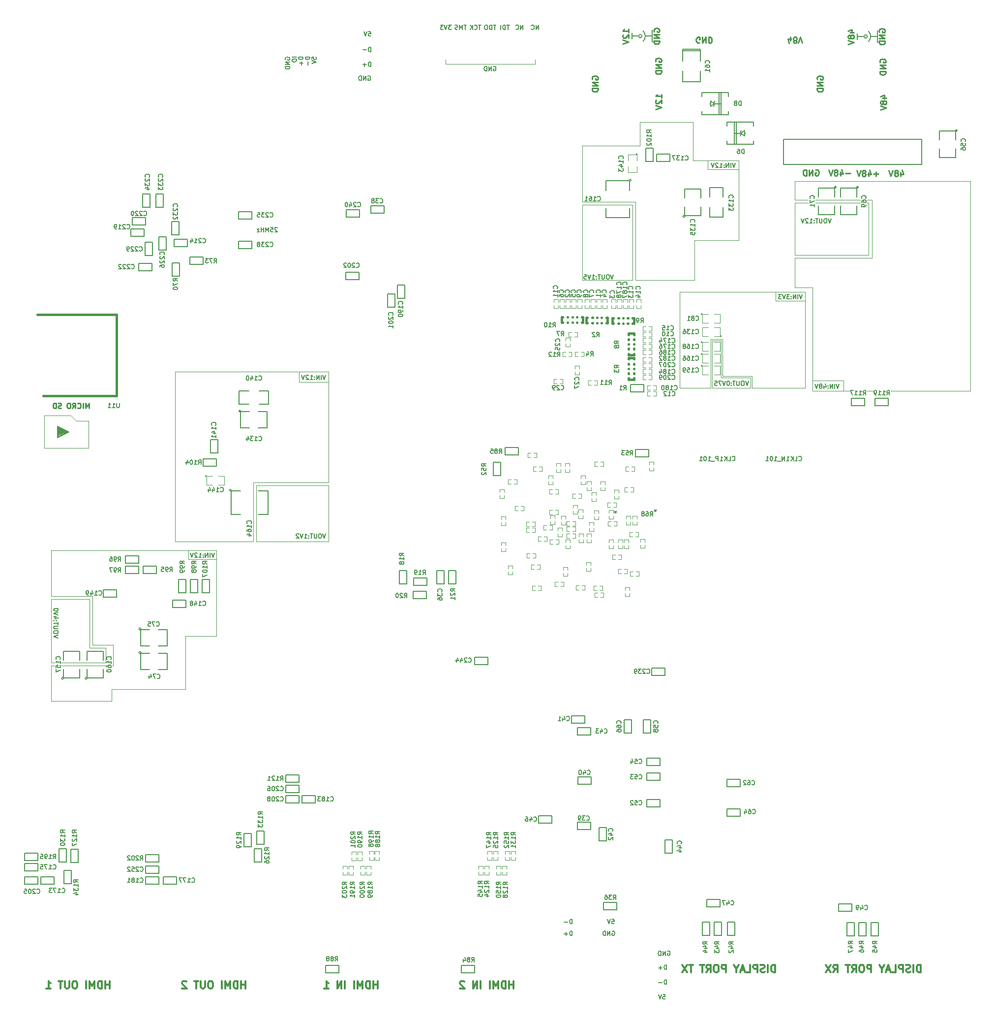
<source format=gbo>
G04 (created by PCBNEW (2013-07-07 BZR 4022)-stable) date 19/05/2015 04:41:07 PM*
%MOIN*%
G04 Gerber Fmt 3.4, Leading zero omitted, Abs format*
%FSLAX34Y34*%
G01*
G70*
G90*
G04 APERTURE LIST*
%ADD10C,0.00590551*%
%ADD11C,0.00875*%
%ADD12C,0.00393701*%
%ADD13C,0.00787402*%
%ADD14C,0.01*%
%ADD15C,0.0075*%
%ADD16C,0.0125*%
%ADD17C,0.005*%
%ADD18C,0.0028*%
%ADD19C,0.015*%
%ADD20C,0.0039*%
G04 APERTURE END LIST*
G54D10*
G54D11*
X51356Y-48674D02*
X51356Y-48324D01*
X51239Y-48574D01*
X51123Y-48324D01*
X51123Y-48674D01*
X50956Y-48674D02*
X50956Y-48324D01*
X50589Y-48641D02*
X50606Y-48658D01*
X50656Y-48674D01*
X50689Y-48674D01*
X50739Y-48658D01*
X50773Y-48624D01*
X50789Y-48591D01*
X50806Y-48524D01*
X50806Y-48474D01*
X50789Y-48408D01*
X50773Y-48374D01*
X50739Y-48341D01*
X50689Y-48324D01*
X50656Y-48324D01*
X50606Y-48341D01*
X50589Y-48358D01*
X50239Y-48674D02*
X50356Y-48508D01*
X50439Y-48674D02*
X50439Y-48324D01*
X50306Y-48324D01*
X50273Y-48341D01*
X50256Y-48358D01*
X50239Y-48391D01*
X50239Y-48441D01*
X50256Y-48474D01*
X50273Y-48491D01*
X50306Y-48508D01*
X50439Y-48508D01*
X50023Y-48324D02*
X49956Y-48324D01*
X49923Y-48341D01*
X49889Y-48374D01*
X49873Y-48441D01*
X49873Y-48558D01*
X49889Y-48624D01*
X49923Y-48658D01*
X49956Y-48674D01*
X50023Y-48674D01*
X50056Y-48658D01*
X50089Y-48624D01*
X50106Y-48558D01*
X50106Y-48441D01*
X50089Y-48374D01*
X50056Y-48341D01*
X50023Y-48324D01*
X49473Y-48658D02*
X49423Y-48674D01*
X49339Y-48674D01*
X49306Y-48658D01*
X49289Y-48641D01*
X49273Y-48608D01*
X49273Y-48574D01*
X49289Y-48541D01*
X49306Y-48524D01*
X49339Y-48508D01*
X49406Y-48491D01*
X49439Y-48474D01*
X49456Y-48458D01*
X49473Y-48424D01*
X49473Y-48391D01*
X49456Y-48358D01*
X49439Y-48341D01*
X49406Y-48324D01*
X49323Y-48324D01*
X49273Y-48341D01*
X49123Y-48674D02*
X49123Y-48324D01*
X49039Y-48324D01*
X48989Y-48341D01*
X48956Y-48374D01*
X48939Y-48408D01*
X48923Y-48474D01*
X48923Y-48524D01*
X48939Y-48591D01*
X48956Y-48624D01*
X48989Y-48658D01*
X49039Y-48674D01*
X49123Y-48674D01*
G54D12*
X104200Y-34750D02*
X104100Y-34750D01*
X104200Y-38300D02*
X104200Y-34750D01*
X99200Y-38300D02*
X104200Y-38300D01*
X104450Y-38500D02*
X99200Y-38500D01*
X104450Y-34550D02*
X104450Y-38500D01*
X104100Y-34550D02*
X104450Y-34550D01*
X105700Y-47500D02*
X111100Y-47500D01*
X104100Y-47500D02*
X104500Y-47500D01*
X100400Y-47500D02*
X102900Y-47500D01*
X67600Y-53900D02*
X62700Y-53900D01*
G54D13*
X98450Y-30450D02*
X107800Y-30450D01*
X98450Y-32150D02*
X98450Y-30450D01*
X107800Y-32150D02*
X98450Y-32150D01*
X107800Y-30450D02*
X107800Y-32150D01*
G54D14*
X102954Y-32759D02*
X102650Y-32759D01*
X102288Y-32645D02*
X102288Y-32911D01*
X102383Y-32492D02*
X102478Y-32778D01*
X102230Y-32778D01*
X102021Y-32683D02*
X102059Y-32664D01*
X102078Y-32645D01*
X102097Y-32607D01*
X102097Y-32588D01*
X102078Y-32550D01*
X102059Y-32530D01*
X102021Y-32511D01*
X101945Y-32511D01*
X101907Y-32530D01*
X101888Y-32550D01*
X101869Y-32588D01*
X101869Y-32607D01*
X101888Y-32645D01*
X101907Y-32664D01*
X101945Y-32683D01*
X102021Y-32683D01*
X102059Y-32702D01*
X102078Y-32721D01*
X102097Y-32759D01*
X102097Y-32835D01*
X102078Y-32873D01*
X102059Y-32892D01*
X102021Y-32911D01*
X101945Y-32911D01*
X101907Y-32892D01*
X101888Y-32873D01*
X101869Y-32835D01*
X101869Y-32759D01*
X101888Y-32721D01*
X101907Y-32702D01*
X101945Y-32683D01*
X101754Y-32511D02*
X101621Y-32911D01*
X101488Y-32511D01*
X104854Y-32809D02*
X104550Y-32809D01*
X104702Y-32961D02*
X104702Y-32657D01*
X104188Y-32695D02*
X104188Y-32961D01*
X104283Y-32542D02*
X104378Y-32828D01*
X104130Y-32828D01*
X103921Y-32733D02*
X103959Y-32714D01*
X103978Y-32695D01*
X103997Y-32657D01*
X103997Y-32638D01*
X103978Y-32600D01*
X103959Y-32580D01*
X103921Y-32561D01*
X103845Y-32561D01*
X103807Y-32580D01*
X103788Y-32600D01*
X103769Y-32638D01*
X103769Y-32657D01*
X103788Y-32695D01*
X103807Y-32714D01*
X103845Y-32733D01*
X103921Y-32733D01*
X103959Y-32752D01*
X103978Y-32771D01*
X103997Y-32809D01*
X103997Y-32885D01*
X103978Y-32923D01*
X103959Y-32942D01*
X103921Y-32961D01*
X103845Y-32961D01*
X103807Y-32942D01*
X103788Y-32923D01*
X103769Y-32885D01*
X103769Y-32809D01*
X103788Y-32771D01*
X103807Y-32752D01*
X103845Y-32733D01*
X103654Y-32561D02*
X103521Y-32961D01*
X103388Y-32561D01*
X100604Y-32530D02*
X100642Y-32511D01*
X100700Y-32511D01*
X100757Y-32530D01*
X100795Y-32569D01*
X100814Y-32607D01*
X100833Y-32683D01*
X100833Y-32740D01*
X100814Y-32816D01*
X100795Y-32854D01*
X100757Y-32892D01*
X100700Y-32911D01*
X100661Y-32911D01*
X100604Y-32892D01*
X100585Y-32873D01*
X100585Y-32740D01*
X100661Y-32740D01*
X100414Y-32911D02*
X100414Y-32511D01*
X100185Y-32911D01*
X100185Y-32511D01*
X99995Y-32911D02*
X99995Y-32511D01*
X99899Y-32511D01*
X99842Y-32530D01*
X99804Y-32569D01*
X99785Y-32607D01*
X99766Y-32683D01*
X99766Y-32740D01*
X99785Y-32816D01*
X99804Y-32854D01*
X99842Y-32892D01*
X99899Y-32911D01*
X99995Y-32911D01*
X106385Y-32695D02*
X106385Y-32961D01*
X106480Y-32542D02*
X106576Y-32828D01*
X106328Y-32828D01*
X106119Y-32733D02*
X106157Y-32714D01*
X106176Y-32695D01*
X106195Y-32657D01*
X106195Y-32638D01*
X106176Y-32600D01*
X106157Y-32580D01*
X106119Y-32561D01*
X106042Y-32561D01*
X106004Y-32580D01*
X105985Y-32600D01*
X105966Y-32638D01*
X105966Y-32657D01*
X105985Y-32695D01*
X106004Y-32714D01*
X106042Y-32733D01*
X106119Y-32733D01*
X106157Y-32752D01*
X106176Y-32771D01*
X106195Y-32809D01*
X106195Y-32885D01*
X106176Y-32923D01*
X106157Y-32942D01*
X106119Y-32961D01*
X106042Y-32961D01*
X106004Y-32942D01*
X105985Y-32923D01*
X105966Y-32885D01*
X105966Y-32809D01*
X105985Y-32771D01*
X106004Y-32752D01*
X106042Y-32733D01*
X105852Y-32561D02*
X105719Y-32961D01*
X105585Y-32561D01*
X105145Y-27664D02*
X105411Y-27664D01*
X104992Y-27569D02*
X105278Y-27473D01*
X105278Y-27721D01*
X105183Y-27930D02*
X105164Y-27892D01*
X105145Y-27873D01*
X105107Y-27854D01*
X105088Y-27854D01*
X105050Y-27873D01*
X105030Y-27892D01*
X105011Y-27930D01*
X105011Y-28007D01*
X105030Y-28045D01*
X105050Y-28064D01*
X105088Y-28083D01*
X105107Y-28083D01*
X105145Y-28064D01*
X105164Y-28045D01*
X105183Y-28007D01*
X105183Y-27930D01*
X105202Y-27892D01*
X105221Y-27873D01*
X105259Y-27854D01*
X105335Y-27854D01*
X105373Y-27873D01*
X105392Y-27892D01*
X105411Y-27930D01*
X105411Y-28007D01*
X105392Y-28045D01*
X105373Y-28064D01*
X105335Y-28083D01*
X105259Y-28083D01*
X105221Y-28064D01*
X105202Y-28045D01*
X105183Y-28007D01*
X105011Y-28197D02*
X105411Y-28330D01*
X105011Y-28464D01*
X100730Y-26395D02*
X100711Y-26357D01*
X100711Y-26300D01*
X100730Y-26242D01*
X100769Y-26204D01*
X100807Y-26185D01*
X100883Y-26166D01*
X100940Y-26166D01*
X101016Y-26185D01*
X101054Y-26204D01*
X101092Y-26242D01*
X101111Y-26300D01*
X101111Y-26338D01*
X101092Y-26395D01*
X101073Y-26414D01*
X100940Y-26414D01*
X100940Y-26338D01*
X101111Y-26585D02*
X100711Y-26585D01*
X101111Y-26814D01*
X100711Y-26814D01*
X101111Y-27004D02*
X100711Y-27004D01*
X100711Y-27100D01*
X100730Y-27157D01*
X100769Y-27195D01*
X100807Y-27214D01*
X100883Y-27233D01*
X100940Y-27233D01*
X101016Y-27214D01*
X101054Y-27195D01*
X101092Y-27157D01*
X101111Y-27100D01*
X101111Y-27004D01*
X104980Y-25245D02*
X104961Y-25207D01*
X104961Y-25150D01*
X104980Y-25092D01*
X105019Y-25054D01*
X105057Y-25035D01*
X105133Y-25016D01*
X105190Y-25016D01*
X105266Y-25035D01*
X105304Y-25054D01*
X105342Y-25092D01*
X105361Y-25150D01*
X105361Y-25188D01*
X105342Y-25245D01*
X105323Y-25264D01*
X105190Y-25264D01*
X105190Y-25188D01*
X105361Y-25435D02*
X104961Y-25435D01*
X105361Y-25664D01*
X104961Y-25664D01*
X105361Y-25854D02*
X104961Y-25854D01*
X104961Y-25950D01*
X104980Y-26007D01*
X105019Y-26045D01*
X105057Y-26064D01*
X105133Y-26083D01*
X105190Y-26083D01*
X105266Y-26064D01*
X105304Y-26045D01*
X105342Y-26007D01*
X105361Y-25950D01*
X105361Y-25854D01*
X98914Y-23804D02*
X98914Y-23538D01*
X98819Y-23957D02*
X98723Y-23671D01*
X98971Y-23671D01*
X99180Y-23766D02*
X99142Y-23785D01*
X99123Y-23804D01*
X99104Y-23842D01*
X99104Y-23861D01*
X99123Y-23900D01*
X99142Y-23919D01*
X99180Y-23938D01*
X99257Y-23938D01*
X99295Y-23919D01*
X99314Y-23900D01*
X99333Y-23861D01*
X99333Y-23842D01*
X99314Y-23804D01*
X99295Y-23785D01*
X99257Y-23766D01*
X99180Y-23766D01*
X99142Y-23747D01*
X99123Y-23728D01*
X99104Y-23690D01*
X99104Y-23614D01*
X99123Y-23576D01*
X99142Y-23557D01*
X99180Y-23538D01*
X99257Y-23538D01*
X99295Y-23557D01*
X99314Y-23576D01*
X99333Y-23614D01*
X99333Y-23690D01*
X99314Y-23728D01*
X99295Y-23747D01*
X99257Y-23766D01*
X99447Y-23938D02*
X99580Y-23538D01*
X99714Y-23938D01*
X92745Y-23919D02*
X92707Y-23938D01*
X92650Y-23938D01*
X92592Y-23919D01*
X92554Y-23880D01*
X92535Y-23842D01*
X92516Y-23766D01*
X92516Y-23709D01*
X92535Y-23633D01*
X92554Y-23595D01*
X92592Y-23557D01*
X92650Y-23538D01*
X92688Y-23538D01*
X92745Y-23557D01*
X92764Y-23576D01*
X92764Y-23709D01*
X92688Y-23709D01*
X92935Y-23538D02*
X92935Y-23938D01*
X93164Y-23538D01*
X93164Y-23938D01*
X93354Y-23538D02*
X93354Y-23938D01*
X93450Y-23938D01*
X93507Y-23919D01*
X93545Y-23880D01*
X93564Y-23842D01*
X93583Y-23766D01*
X93583Y-23709D01*
X93564Y-23633D01*
X93545Y-23595D01*
X93507Y-23557D01*
X93450Y-23538D01*
X93354Y-23538D01*
X90161Y-27652D02*
X90161Y-27423D01*
X90161Y-27538D02*
X89761Y-27538D01*
X89819Y-27500D01*
X89857Y-27461D01*
X89876Y-27423D01*
X89800Y-27804D02*
X89780Y-27823D01*
X89761Y-27861D01*
X89761Y-27957D01*
X89780Y-27995D01*
X89800Y-28014D01*
X89838Y-28033D01*
X89876Y-28033D01*
X89933Y-28014D01*
X90161Y-27785D01*
X90161Y-28033D01*
X89761Y-28147D02*
X90161Y-28280D01*
X89761Y-28414D01*
X89780Y-25195D02*
X89761Y-25157D01*
X89761Y-25100D01*
X89780Y-25042D01*
X89819Y-25004D01*
X89857Y-24985D01*
X89933Y-24966D01*
X89990Y-24966D01*
X90066Y-24985D01*
X90104Y-25004D01*
X90142Y-25042D01*
X90161Y-25100D01*
X90161Y-25138D01*
X90142Y-25195D01*
X90123Y-25214D01*
X89990Y-25214D01*
X89990Y-25138D01*
X90161Y-25385D02*
X89761Y-25385D01*
X90161Y-25614D01*
X89761Y-25614D01*
X90161Y-25804D02*
X89761Y-25804D01*
X89761Y-25900D01*
X89780Y-25957D01*
X89819Y-25995D01*
X89857Y-26014D01*
X89933Y-26033D01*
X89990Y-26033D01*
X90066Y-26014D01*
X90104Y-25995D01*
X90142Y-25957D01*
X90161Y-25900D01*
X90161Y-25804D01*
X85480Y-26395D02*
X85461Y-26357D01*
X85461Y-26300D01*
X85480Y-26242D01*
X85519Y-26204D01*
X85557Y-26185D01*
X85633Y-26166D01*
X85690Y-26166D01*
X85766Y-26185D01*
X85804Y-26204D01*
X85842Y-26242D01*
X85861Y-26300D01*
X85861Y-26338D01*
X85842Y-26395D01*
X85823Y-26414D01*
X85690Y-26414D01*
X85690Y-26338D01*
X85861Y-26585D02*
X85461Y-26585D01*
X85861Y-26814D01*
X85461Y-26814D01*
X85861Y-27004D02*
X85461Y-27004D01*
X85461Y-27100D01*
X85480Y-27157D01*
X85519Y-27195D01*
X85557Y-27214D01*
X85633Y-27233D01*
X85690Y-27233D01*
X85766Y-27214D01*
X85804Y-27195D01*
X85842Y-27157D01*
X85861Y-27100D01*
X85861Y-27004D01*
G54D13*
X104111Y-23500D02*
G75*
G03X104111Y-23500I-111J0D01*
G74*
G01*
X103850Y-23500D02*
X103450Y-23500D01*
X104800Y-23100D02*
X104800Y-23900D01*
X104199Y-23150D02*
G75*
G02X104199Y-23849I-349J-349D01*
G74*
G01*
X104350Y-23500D02*
X104800Y-23500D01*
X103450Y-23500D02*
X103450Y-23300D01*
X103450Y-23500D02*
X103450Y-23700D01*
G54D14*
X104930Y-23195D02*
X104911Y-23157D01*
X104911Y-23100D01*
X104930Y-23042D01*
X104969Y-23004D01*
X105007Y-22985D01*
X105083Y-22966D01*
X105140Y-22966D01*
X105216Y-22985D01*
X105254Y-23004D01*
X105292Y-23042D01*
X105311Y-23100D01*
X105311Y-23138D01*
X105292Y-23195D01*
X105273Y-23214D01*
X105140Y-23214D01*
X105140Y-23138D01*
X105311Y-23385D02*
X104911Y-23385D01*
X105311Y-23614D01*
X104911Y-23614D01*
X105311Y-23804D02*
X104911Y-23804D01*
X104911Y-23900D01*
X104930Y-23957D01*
X104969Y-23995D01*
X105007Y-24014D01*
X105083Y-24033D01*
X105140Y-24033D01*
X105216Y-24014D01*
X105254Y-23995D01*
X105292Y-23957D01*
X105311Y-23900D01*
X105311Y-23804D01*
X102945Y-23214D02*
X103211Y-23214D01*
X102792Y-23119D02*
X103078Y-23023D01*
X103078Y-23271D01*
X102983Y-23480D02*
X102964Y-23442D01*
X102945Y-23423D01*
X102907Y-23404D01*
X102888Y-23404D01*
X102850Y-23423D01*
X102830Y-23442D01*
X102811Y-23480D01*
X102811Y-23557D01*
X102830Y-23595D01*
X102850Y-23614D01*
X102888Y-23633D01*
X102907Y-23633D01*
X102945Y-23614D01*
X102964Y-23595D01*
X102983Y-23557D01*
X102983Y-23480D01*
X103002Y-23442D01*
X103021Y-23423D01*
X103059Y-23404D01*
X103135Y-23404D01*
X103173Y-23423D01*
X103192Y-23442D01*
X103211Y-23480D01*
X103211Y-23557D01*
X103192Y-23595D01*
X103173Y-23614D01*
X103135Y-23633D01*
X103059Y-23633D01*
X103021Y-23614D01*
X103002Y-23595D01*
X102983Y-23557D01*
X102811Y-23747D02*
X103211Y-23880D01*
X102811Y-24014D01*
G54D13*
X88836Y-23475D02*
G75*
G03X88836Y-23475I-111J0D01*
G74*
G01*
X88575Y-23475D02*
X88175Y-23475D01*
X89525Y-23075D02*
X89525Y-23875D01*
X88924Y-23125D02*
G75*
G02X88924Y-23824I-349J-349D01*
G74*
G01*
X89075Y-23475D02*
X89525Y-23475D01*
X88175Y-23475D02*
X88175Y-23275D01*
X88175Y-23475D02*
X88175Y-23675D01*
G54D14*
X89655Y-23170D02*
X89636Y-23132D01*
X89636Y-23075D01*
X89655Y-23017D01*
X89694Y-22979D01*
X89732Y-22960D01*
X89808Y-22941D01*
X89865Y-22941D01*
X89941Y-22960D01*
X89979Y-22979D01*
X90017Y-23017D01*
X90036Y-23075D01*
X90036Y-23113D01*
X90017Y-23170D01*
X89998Y-23189D01*
X89865Y-23189D01*
X89865Y-23113D01*
X90036Y-23360D02*
X89636Y-23360D01*
X90036Y-23589D01*
X89636Y-23589D01*
X90036Y-23779D02*
X89636Y-23779D01*
X89636Y-23875D01*
X89655Y-23932D01*
X89694Y-23970D01*
X89732Y-23989D01*
X89808Y-24008D01*
X89865Y-24008D01*
X89941Y-23989D01*
X89979Y-23970D01*
X90017Y-23932D01*
X90036Y-23875D01*
X90036Y-23779D01*
X87936Y-23227D02*
X87936Y-22998D01*
X87936Y-23113D02*
X87536Y-23113D01*
X87594Y-23075D01*
X87632Y-23036D01*
X87651Y-22998D01*
X87575Y-23379D02*
X87555Y-23398D01*
X87536Y-23436D01*
X87536Y-23532D01*
X87555Y-23570D01*
X87575Y-23589D01*
X87613Y-23608D01*
X87651Y-23608D01*
X87708Y-23589D01*
X87936Y-23360D01*
X87936Y-23608D01*
X87536Y-23722D02*
X87936Y-23855D01*
X87536Y-23989D01*
G54D15*
X49278Y-64214D02*
X48978Y-64114D01*
X49278Y-64014D01*
X49278Y-63857D02*
X49278Y-63800D01*
X49264Y-63771D01*
X49235Y-63742D01*
X49178Y-63728D01*
X49078Y-63728D01*
X49021Y-63742D01*
X48992Y-63771D01*
X48978Y-63800D01*
X48978Y-63857D01*
X48992Y-63885D01*
X49021Y-63914D01*
X49078Y-63928D01*
X49178Y-63928D01*
X49235Y-63914D01*
X49264Y-63885D01*
X49278Y-63857D01*
X49278Y-63599D02*
X49035Y-63599D01*
X49007Y-63585D01*
X48992Y-63571D01*
X48978Y-63542D01*
X48978Y-63485D01*
X48992Y-63457D01*
X49007Y-63442D01*
X49035Y-63428D01*
X49278Y-63428D01*
X49278Y-63328D02*
X49278Y-63157D01*
X48978Y-63242D02*
X49278Y-63242D01*
X49007Y-63057D02*
X48992Y-63042D01*
X48978Y-63057D01*
X48992Y-63071D01*
X49007Y-63057D01*
X48978Y-63057D01*
X49164Y-63057D02*
X49150Y-63042D01*
X49135Y-63057D01*
X49150Y-63071D01*
X49164Y-63057D01*
X49135Y-63057D01*
X49178Y-62785D02*
X48978Y-62785D01*
X49292Y-62857D02*
X49078Y-62928D01*
X49078Y-62742D01*
X49278Y-62671D02*
X48978Y-62571D01*
X49278Y-62471D01*
X49278Y-62314D02*
X49278Y-62285D01*
X49264Y-62257D01*
X49250Y-62242D01*
X49221Y-62228D01*
X49164Y-62214D01*
X49092Y-62214D01*
X49035Y-62228D01*
X49007Y-62242D01*
X48992Y-62257D01*
X48978Y-62285D01*
X48978Y-62314D01*
X48992Y-62342D01*
X49007Y-62357D01*
X49035Y-62371D01*
X49092Y-62385D01*
X49164Y-62385D01*
X49221Y-62371D01*
X49250Y-62357D01*
X49264Y-62342D01*
X49278Y-62314D01*
G54D12*
X100600Y-34750D02*
X103650Y-34750D01*
X99200Y-34750D02*
X100100Y-34750D01*
X99200Y-34800D02*
X99200Y-34750D01*
X99200Y-35800D02*
X99200Y-34800D01*
X99200Y-34550D02*
X99200Y-33300D01*
X100100Y-34550D02*
X99200Y-34550D01*
X103650Y-34550D02*
X100600Y-34550D01*
G54D15*
X101664Y-35821D02*
X101564Y-36121D01*
X101464Y-35821D01*
X101307Y-35821D02*
X101250Y-35821D01*
X101221Y-35835D01*
X101192Y-35864D01*
X101178Y-35921D01*
X101178Y-36021D01*
X101192Y-36078D01*
X101221Y-36107D01*
X101250Y-36121D01*
X101307Y-36121D01*
X101335Y-36107D01*
X101364Y-36078D01*
X101378Y-36021D01*
X101378Y-35921D01*
X101364Y-35864D01*
X101335Y-35835D01*
X101307Y-35821D01*
X101049Y-35821D02*
X101049Y-36064D01*
X101035Y-36092D01*
X101021Y-36107D01*
X100992Y-36121D01*
X100935Y-36121D01*
X100907Y-36107D01*
X100892Y-36092D01*
X100878Y-36064D01*
X100878Y-35821D01*
X100778Y-35821D02*
X100607Y-35821D01*
X100692Y-36121D02*
X100692Y-35821D01*
X100507Y-36092D02*
X100492Y-36107D01*
X100507Y-36121D01*
X100521Y-36107D01*
X100507Y-36092D01*
X100507Y-36121D01*
X100507Y-35935D02*
X100492Y-35950D01*
X100507Y-35964D01*
X100521Y-35950D01*
X100507Y-35935D01*
X100507Y-35964D01*
X100207Y-36121D02*
X100378Y-36121D01*
X100292Y-36121D02*
X100292Y-35821D01*
X100321Y-35864D01*
X100350Y-35892D01*
X100378Y-35907D01*
X100092Y-35850D02*
X100078Y-35835D01*
X100050Y-35821D01*
X99978Y-35821D01*
X99950Y-35835D01*
X99935Y-35850D01*
X99921Y-35878D01*
X99921Y-35907D01*
X99935Y-35950D01*
X100107Y-36121D01*
X99921Y-36121D01*
X99835Y-35821D02*
X99735Y-36121D01*
X99635Y-35821D01*
G54D12*
X99200Y-38300D02*
X99200Y-35800D01*
G54D15*
X102214Y-47021D02*
X102114Y-47321D01*
X102014Y-47021D01*
X101914Y-47321D02*
X101914Y-47021D01*
X101771Y-47321D02*
X101771Y-47021D01*
X101600Y-47321D01*
X101600Y-47021D01*
X101457Y-47292D02*
X101442Y-47307D01*
X101457Y-47321D01*
X101471Y-47307D01*
X101457Y-47292D01*
X101457Y-47321D01*
X101457Y-47135D02*
X101442Y-47150D01*
X101457Y-47164D01*
X101471Y-47150D01*
X101457Y-47135D01*
X101457Y-47164D01*
X101185Y-47121D02*
X101185Y-47321D01*
X101257Y-47007D02*
X101328Y-47221D01*
X101142Y-47221D01*
X100985Y-47150D02*
X101014Y-47135D01*
X101028Y-47121D01*
X101042Y-47092D01*
X101042Y-47078D01*
X101028Y-47050D01*
X101014Y-47035D01*
X100985Y-47021D01*
X100928Y-47021D01*
X100900Y-47035D01*
X100885Y-47050D01*
X100871Y-47078D01*
X100871Y-47092D01*
X100885Y-47121D01*
X100900Y-47135D01*
X100928Y-47150D01*
X100985Y-47150D01*
X101014Y-47164D01*
X101028Y-47178D01*
X101042Y-47207D01*
X101042Y-47264D01*
X101028Y-47292D01*
X101014Y-47307D01*
X100985Y-47321D01*
X100928Y-47321D01*
X100900Y-47307D01*
X100885Y-47292D01*
X100871Y-47264D01*
X100871Y-47207D01*
X100885Y-47178D01*
X100900Y-47164D01*
X100928Y-47150D01*
X100785Y-47021D02*
X100685Y-47321D01*
X100585Y-47021D01*
G54D12*
X102500Y-46800D02*
X102500Y-47500D01*
X100400Y-46800D02*
X102500Y-46800D01*
X100400Y-47500D02*
X100400Y-46800D01*
X100400Y-40500D02*
X100400Y-47500D01*
X99200Y-40500D02*
X100400Y-40500D01*
X99200Y-38500D02*
X99200Y-40500D01*
X111100Y-33300D02*
X99200Y-33300D01*
X111100Y-47500D02*
X111100Y-33300D01*
G54D15*
X96057Y-46821D02*
X95957Y-47121D01*
X95857Y-46821D01*
X95700Y-46821D02*
X95642Y-46821D01*
X95614Y-46835D01*
X95585Y-46864D01*
X95571Y-46921D01*
X95571Y-47021D01*
X95585Y-47078D01*
X95614Y-47107D01*
X95642Y-47121D01*
X95700Y-47121D01*
X95728Y-47107D01*
X95757Y-47078D01*
X95771Y-47021D01*
X95771Y-46921D01*
X95757Y-46864D01*
X95728Y-46835D01*
X95700Y-46821D01*
X95442Y-46821D02*
X95442Y-47064D01*
X95428Y-47092D01*
X95414Y-47107D01*
X95385Y-47121D01*
X95328Y-47121D01*
X95299Y-47107D01*
X95285Y-47092D01*
X95271Y-47064D01*
X95271Y-46821D01*
X95171Y-46821D02*
X94999Y-46821D01*
X95085Y-47121D02*
X95085Y-46821D01*
X94899Y-47092D02*
X94885Y-47107D01*
X94899Y-47121D01*
X94914Y-47107D01*
X94899Y-47092D01*
X94899Y-47121D01*
X94899Y-46935D02*
X94885Y-46950D01*
X94899Y-46964D01*
X94914Y-46950D01*
X94899Y-46935D01*
X94899Y-46964D01*
X94700Y-46821D02*
X94671Y-46821D01*
X94642Y-46835D01*
X94628Y-46850D01*
X94614Y-46878D01*
X94600Y-46935D01*
X94600Y-47007D01*
X94614Y-47064D01*
X94628Y-47092D01*
X94642Y-47107D01*
X94671Y-47121D01*
X94700Y-47121D01*
X94728Y-47107D01*
X94742Y-47092D01*
X94757Y-47064D01*
X94771Y-47007D01*
X94771Y-46935D01*
X94757Y-46878D01*
X94742Y-46850D01*
X94728Y-46835D01*
X94700Y-46821D01*
X94514Y-46821D02*
X94414Y-47121D01*
X94314Y-46821D01*
X94242Y-46821D02*
X94042Y-46821D01*
X94171Y-47121D01*
X93785Y-46821D02*
X93928Y-46821D01*
X93942Y-46964D01*
X93928Y-46950D01*
X93900Y-46935D01*
X93828Y-46935D01*
X93800Y-46950D01*
X93785Y-46964D01*
X93771Y-46992D01*
X93771Y-47064D01*
X93785Y-47092D01*
X93800Y-47107D01*
X93828Y-47121D01*
X93900Y-47121D01*
X93928Y-47107D01*
X93942Y-47092D01*
G54D12*
X94200Y-46600D02*
X96200Y-46600D01*
X94200Y-44100D02*
X94200Y-46600D01*
X93600Y-44100D02*
X94200Y-44100D01*
X93600Y-47300D02*
X93600Y-44100D01*
X96200Y-47300D02*
X93600Y-47300D01*
X96200Y-46600D02*
X96200Y-47300D01*
G54D15*
X99714Y-40971D02*
X99614Y-41271D01*
X99514Y-40971D01*
X99414Y-41271D02*
X99414Y-40971D01*
X99271Y-41271D02*
X99271Y-40971D01*
X99100Y-41271D01*
X99100Y-40971D01*
X98957Y-41242D02*
X98942Y-41257D01*
X98957Y-41271D01*
X98971Y-41257D01*
X98957Y-41242D01*
X98957Y-41271D01*
X98957Y-41085D02*
X98942Y-41100D01*
X98957Y-41114D01*
X98971Y-41100D01*
X98957Y-41085D01*
X98957Y-41114D01*
X98842Y-40971D02*
X98657Y-40971D01*
X98757Y-41085D01*
X98714Y-41085D01*
X98685Y-41100D01*
X98671Y-41114D01*
X98657Y-41142D01*
X98657Y-41214D01*
X98671Y-41242D01*
X98685Y-41257D01*
X98714Y-41271D01*
X98800Y-41271D01*
X98828Y-41257D01*
X98842Y-41242D01*
X98571Y-40971D02*
X98471Y-41271D01*
X98371Y-40971D01*
X98300Y-40971D02*
X98114Y-40971D01*
X98214Y-41085D01*
X98171Y-41085D01*
X98142Y-41100D01*
X98128Y-41114D01*
X98114Y-41142D01*
X98114Y-41214D01*
X98128Y-41242D01*
X98142Y-41257D01*
X98171Y-41271D01*
X98257Y-41271D01*
X98285Y-41257D01*
X98300Y-41242D01*
G54D12*
X97900Y-41400D02*
X97900Y-40800D01*
X99900Y-41400D02*
X97900Y-41400D01*
X91400Y-47300D02*
X91400Y-40800D01*
X93500Y-47300D02*
X91400Y-47300D01*
X93500Y-44000D02*
X93500Y-47300D01*
X94300Y-44000D02*
X93500Y-44000D01*
X94300Y-46500D02*
X94300Y-44000D01*
X96300Y-46500D02*
X94300Y-46500D01*
X96300Y-47300D02*
X96300Y-46500D01*
X99900Y-47300D02*
X96300Y-47300D01*
X99900Y-40800D02*
X99900Y-47300D01*
X91400Y-40800D02*
X99900Y-40800D01*
G54D15*
X86914Y-39621D02*
X86814Y-39921D01*
X86714Y-39621D01*
X86557Y-39621D02*
X86500Y-39621D01*
X86471Y-39635D01*
X86442Y-39664D01*
X86428Y-39721D01*
X86428Y-39821D01*
X86442Y-39878D01*
X86471Y-39907D01*
X86500Y-39921D01*
X86557Y-39921D01*
X86585Y-39907D01*
X86614Y-39878D01*
X86628Y-39821D01*
X86628Y-39721D01*
X86614Y-39664D01*
X86585Y-39635D01*
X86557Y-39621D01*
X86299Y-39621D02*
X86299Y-39864D01*
X86285Y-39892D01*
X86271Y-39907D01*
X86242Y-39921D01*
X86185Y-39921D01*
X86157Y-39907D01*
X86142Y-39892D01*
X86128Y-39864D01*
X86128Y-39621D01*
X86028Y-39621D02*
X85857Y-39621D01*
X85942Y-39921D02*
X85942Y-39621D01*
X85757Y-39892D02*
X85742Y-39907D01*
X85757Y-39921D01*
X85771Y-39907D01*
X85757Y-39892D01*
X85757Y-39921D01*
X85757Y-39735D02*
X85742Y-39750D01*
X85757Y-39764D01*
X85771Y-39750D01*
X85757Y-39735D01*
X85757Y-39764D01*
X85457Y-39921D02*
X85628Y-39921D01*
X85542Y-39921D02*
X85542Y-39621D01*
X85571Y-39664D01*
X85600Y-39692D01*
X85628Y-39707D01*
X85371Y-39621D02*
X85271Y-39921D01*
X85171Y-39621D01*
X84928Y-39621D02*
X85071Y-39621D01*
X85085Y-39764D01*
X85071Y-39750D01*
X85042Y-39735D01*
X84971Y-39735D01*
X84942Y-39750D01*
X84928Y-39764D01*
X84914Y-39792D01*
X84914Y-39864D01*
X84928Y-39892D01*
X84942Y-39907D01*
X84971Y-39921D01*
X85042Y-39921D01*
X85071Y-39907D01*
X85085Y-39892D01*
G54D12*
X84800Y-40000D02*
X84800Y-34900D01*
X88200Y-40000D02*
X84800Y-40000D01*
X88200Y-34900D02*
X88200Y-40000D01*
X84800Y-34900D02*
X88200Y-34900D01*
G54D15*
X95164Y-32071D02*
X95064Y-32371D01*
X94964Y-32071D01*
X94864Y-32371D02*
X94864Y-32071D01*
X94721Y-32371D02*
X94721Y-32071D01*
X94550Y-32371D01*
X94550Y-32071D01*
X94407Y-32342D02*
X94392Y-32357D01*
X94407Y-32371D01*
X94421Y-32357D01*
X94407Y-32342D01*
X94407Y-32371D01*
X94407Y-32185D02*
X94392Y-32200D01*
X94407Y-32214D01*
X94421Y-32200D01*
X94407Y-32185D01*
X94407Y-32214D01*
X94107Y-32371D02*
X94278Y-32371D01*
X94192Y-32371D02*
X94192Y-32071D01*
X94221Y-32114D01*
X94250Y-32142D01*
X94278Y-32157D01*
X93992Y-32100D02*
X93978Y-32085D01*
X93950Y-32071D01*
X93878Y-32071D01*
X93850Y-32085D01*
X93835Y-32100D01*
X93821Y-32128D01*
X93821Y-32157D01*
X93835Y-32200D01*
X94007Y-32371D01*
X93821Y-32371D01*
X93735Y-32071D02*
X93635Y-32371D01*
X93535Y-32071D01*
G54D12*
X93300Y-32500D02*
X95400Y-32500D01*
X93300Y-31900D02*
X93300Y-32500D01*
X88700Y-29300D02*
X88700Y-30900D01*
X92300Y-29300D02*
X88700Y-29300D01*
X92300Y-31900D02*
X92300Y-29300D01*
X93300Y-31900D02*
X92300Y-31900D01*
X95400Y-31900D02*
X93300Y-31900D01*
X95400Y-37300D02*
X95400Y-31900D01*
X92400Y-37300D02*
X95400Y-37300D01*
X92400Y-40000D02*
X92400Y-37300D01*
X88400Y-40000D02*
X92400Y-40000D01*
X88400Y-34700D02*
X88400Y-40000D01*
X84800Y-34700D02*
X88400Y-34700D01*
X84800Y-30900D02*
X84800Y-34700D01*
X88700Y-30900D02*
X84800Y-30900D01*
G54D15*
X67414Y-46421D02*
X67314Y-46721D01*
X67214Y-46421D01*
X67114Y-46721D02*
X67114Y-46421D01*
X66971Y-46721D02*
X66971Y-46421D01*
X66800Y-46721D01*
X66800Y-46421D01*
X66657Y-46692D02*
X66642Y-46707D01*
X66657Y-46721D01*
X66671Y-46707D01*
X66657Y-46692D01*
X66657Y-46721D01*
X66657Y-46535D02*
X66642Y-46550D01*
X66657Y-46564D01*
X66671Y-46550D01*
X66657Y-46535D01*
X66657Y-46564D01*
X66357Y-46721D02*
X66528Y-46721D01*
X66442Y-46721D02*
X66442Y-46421D01*
X66471Y-46464D01*
X66500Y-46492D01*
X66528Y-46507D01*
X66242Y-46450D02*
X66228Y-46435D01*
X66200Y-46421D01*
X66128Y-46421D01*
X66100Y-46435D01*
X66085Y-46450D01*
X66071Y-46478D01*
X66071Y-46507D01*
X66085Y-46550D01*
X66257Y-46721D01*
X66071Y-46721D01*
X65985Y-46421D02*
X65885Y-46721D01*
X65785Y-46421D01*
G54D12*
X65600Y-46900D02*
X67600Y-46900D01*
X65600Y-46200D02*
X65600Y-46900D01*
G54D15*
X67414Y-57171D02*
X67314Y-57471D01*
X67214Y-57171D01*
X67057Y-57171D02*
X67000Y-57171D01*
X66971Y-57185D01*
X66942Y-57214D01*
X66928Y-57271D01*
X66928Y-57371D01*
X66942Y-57428D01*
X66971Y-57457D01*
X67000Y-57471D01*
X67057Y-57471D01*
X67085Y-57457D01*
X67114Y-57428D01*
X67128Y-57371D01*
X67128Y-57271D01*
X67114Y-57214D01*
X67085Y-57185D01*
X67057Y-57171D01*
X66799Y-57171D02*
X66799Y-57414D01*
X66785Y-57442D01*
X66771Y-57457D01*
X66742Y-57471D01*
X66685Y-57471D01*
X66657Y-57457D01*
X66642Y-57442D01*
X66628Y-57414D01*
X66628Y-57171D01*
X66528Y-57171D02*
X66357Y-57171D01*
X66442Y-57471D02*
X66442Y-57171D01*
X66257Y-57442D02*
X66242Y-57457D01*
X66257Y-57471D01*
X66271Y-57457D01*
X66257Y-57442D01*
X66257Y-57471D01*
X66257Y-57285D02*
X66242Y-57300D01*
X66257Y-57314D01*
X66271Y-57300D01*
X66257Y-57285D01*
X66257Y-57314D01*
X65957Y-57471D02*
X66128Y-57471D01*
X66042Y-57471D02*
X66042Y-57171D01*
X66071Y-57214D01*
X66100Y-57242D01*
X66128Y-57257D01*
X65871Y-57171D02*
X65771Y-57471D01*
X65671Y-57171D01*
X65585Y-57200D02*
X65571Y-57185D01*
X65542Y-57171D01*
X65471Y-57171D01*
X65442Y-57185D01*
X65428Y-57200D01*
X65414Y-57228D01*
X65414Y-57257D01*
X65428Y-57300D01*
X65600Y-57471D01*
X65414Y-57471D01*
G54D12*
X67600Y-57700D02*
X67600Y-53900D01*
X62700Y-57700D02*
X67600Y-57700D01*
X62700Y-53900D02*
X62700Y-57700D01*
X62500Y-57700D02*
X62500Y-53700D01*
X67600Y-53700D02*
X62500Y-53700D01*
X67600Y-46200D02*
X67600Y-53700D01*
X57200Y-46200D02*
X67600Y-46200D01*
X57200Y-57700D02*
X57200Y-46200D01*
X62500Y-57700D02*
X57200Y-57700D01*
X49050Y-65900D02*
X49000Y-65900D01*
X48800Y-66100D02*
X49050Y-66100D01*
X52950Y-66100D02*
X53000Y-66100D01*
X49500Y-66100D02*
X52500Y-66100D01*
X49500Y-65900D02*
X52500Y-65900D01*
X48800Y-65900D02*
X49000Y-65900D01*
X48800Y-66100D02*
X48800Y-68500D01*
X48800Y-64900D02*
X48800Y-65900D01*
X52500Y-64900D02*
X52500Y-65900D01*
X51400Y-64900D02*
X52500Y-64900D01*
X51600Y-64700D02*
X51600Y-61400D01*
X53000Y-64700D02*
X53000Y-66100D01*
X51600Y-64700D02*
X53000Y-64700D01*
G54D15*
X59864Y-58471D02*
X59764Y-58771D01*
X59664Y-58471D01*
X59564Y-58771D02*
X59564Y-58471D01*
X59421Y-58771D02*
X59421Y-58471D01*
X59250Y-58771D01*
X59250Y-58471D01*
X59107Y-58742D02*
X59092Y-58757D01*
X59107Y-58771D01*
X59121Y-58757D01*
X59107Y-58742D01*
X59107Y-58771D01*
X59107Y-58585D02*
X59092Y-58600D01*
X59107Y-58614D01*
X59121Y-58600D01*
X59107Y-58585D01*
X59107Y-58614D01*
X58807Y-58771D02*
X58978Y-58771D01*
X58892Y-58771D02*
X58892Y-58471D01*
X58921Y-58514D01*
X58950Y-58542D01*
X58978Y-58557D01*
X58692Y-58500D02*
X58678Y-58485D01*
X58650Y-58471D01*
X58578Y-58471D01*
X58550Y-58485D01*
X58535Y-58500D01*
X58521Y-58528D01*
X58521Y-58557D01*
X58535Y-58600D01*
X58707Y-58771D01*
X58521Y-58771D01*
X58435Y-58471D02*
X58335Y-58771D01*
X58235Y-58471D01*
G54D12*
X58100Y-58900D02*
X58100Y-58300D01*
X60000Y-58900D02*
X58100Y-58900D01*
X48800Y-58300D02*
X48800Y-61400D01*
X60000Y-58300D02*
X48800Y-58300D01*
X60000Y-64100D02*
X60000Y-58300D01*
X57900Y-64100D02*
X60000Y-64100D01*
X57900Y-67700D02*
X57900Y-64100D01*
X52900Y-67700D02*
X57900Y-67700D01*
X52900Y-68500D02*
X52900Y-67700D01*
X48800Y-68500D02*
X52900Y-68500D01*
X48800Y-61400D02*
X51600Y-61400D01*
X48800Y-64900D02*
X48800Y-61600D01*
X51400Y-61600D02*
X51400Y-64900D01*
X48800Y-61600D02*
X51400Y-61600D01*
G54D15*
X84114Y-83571D02*
X84114Y-83271D01*
X84042Y-83271D01*
X84000Y-83285D01*
X83971Y-83314D01*
X83957Y-83342D01*
X83942Y-83400D01*
X83942Y-83442D01*
X83957Y-83500D01*
X83971Y-83528D01*
X84000Y-83557D01*
X84042Y-83571D01*
X84114Y-83571D01*
X83814Y-83457D02*
X83585Y-83457D01*
X84114Y-84371D02*
X84114Y-84071D01*
X84042Y-84071D01*
X84000Y-84085D01*
X83971Y-84114D01*
X83957Y-84142D01*
X83942Y-84200D01*
X83942Y-84242D01*
X83957Y-84300D01*
X83971Y-84328D01*
X84000Y-84357D01*
X84042Y-84371D01*
X84114Y-84371D01*
X83814Y-84257D02*
X83585Y-84257D01*
X83700Y-84371D02*
X83700Y-84142D01*
X86828Y-84085D02*
X86857Y-84071D01*
X86900Y-84071D01*
X86942Y-84085D01*
X86971Y-84114D01*
X86985Y-84142D01*
X87000Y-84200D01*
X87000Y-84242D01*
X86985Y-84300D01*
X86971Y-84328D01*
X86942Y-84357D01*
X86900Y-84371D01*
X86871Y-84371D01*
X86828Y-84357D01*
X86814Y-84342D01*
X86814Y-84242D01*
X86871Y-84242D01*
X86685Y-84371D02*
X86685Y-84071D01*
X86514Y-84371D01*
X86514Y-84071D01*
X86371Y-84371D02*
X86371Y-84071D01*
X86300Y-84071D01*
X86257Y-84085D01*
X86228Y-84114D01*
X86214Y-84142D01*
X86200Y-84200D01*
X86200Y-84242D01*
X86214Y-84300D01*
X86228Y-84328D01*
X86257Y-84357D01*
X86300Y-84371D01*
X86371Y-84371D01*
X86807Y-83271D02*
X86949Y-83271D01*
X86964Y-83414D01*
X86949Y-83400D01*
X86921Y-83385D01*
X86849Y-83385D01*
X86821Y-83400D01*
X86807Y-83414D01*
X86792Y-83442D01*
X86792Y-83514D01*
X86807Y-83542D01*
X86821Y-83557D01*
X86849Y-83571D01*
X86921Y-83571D01*
X86949Y-83557D01*
X86964Y-83542D01*
X86707Y-83271D02*
X86607Y-83571D01*
X86507Y-83271D01*
X81835Y-23021D02*
X81835Y-22721D01*
X81664Y-23021D01*
X81664Y-22721D01*
X81350Y-22992D02*
X81364Y-23007D01*
X81407Y-23021D01*
X81435Y-23021D01*
X81478Y-23007D01*
X81507Y-22978D01*
X81521Y-22950D01*
X81535Y-22892D01*
X81535Y-22850D01*
X81521Y-22792D01*
X81507Y-22764D01*
X81478Y-22735D01*
X81435Y-22721D01*
X81407Y-22721D01*
X81364Y-22735D01*
X81350Y-22750D01*
X80785Y-23021D02*
X80785Y-22721D01*
X80614Y-23021D01*
X80614Y-22721D01*
X80300Y-22992D02*
X80314Y-23007D01*
X80357Y-23021D01*
X80385Y-23021D01*
X80428Y-23007D01*
X80457Y-22978D01*
X80471Y-22950D01*
X80485Y-22892D01*
X80485Y-22850D01*
X80471Y-22792D01*
X80457Y-22764D01*
X80428Y-22735D01*
X80385Y-22721D01*
X80357Y-22721D01*
X80314Y-22735D01*
X80300Y-22750D01*
G54D12*
X81600Y-25350D02*
X81600Y-25050D01*
G54D15*
X78778Y-25535D02*
X78807Y-25521D01*
X78850Y-25521D01*
X78892Y-25535D01*
X78921Y-25564D01*
X78935Y-25592D01*
X78950Y-25650D01*
X78950Y-25692D01*
X78935Y-25750D01*
X78921Y-25778D01*
X78892Y-25807D01*
X78850Y-25821D01*
X78821Y-25821D01*
X78778Y-25807D01*
X78764Y-25792D01*
X78764Y-25692D01*
X78821Y-25692D01*
X78635Y-25821D02*
X78635Y-25521D01*
X78464Y-25821D01*
X78464Y-25521D01*
X78321Y-25821D02*
X78321Y-25521D01*
X78250Y-25521D01*
X78207Y-25535D01*
X78178Y-25564D01*
X78164Y-25592D01*
X78150Y-25650D01*
X78150Y-25692D01*
X78164Y-25750D01*
X78178Y-25778D01*
X78207Y-25807D01*
X78250Y-25821D01*
X78321Y-25821D01*
G54D12*
X75550Y-25350D02*
X81600Y-25350D01*
X75550Y-25050D02*
X75550Y-25350D01*
G54D15*
X79857Y-22721D02*
X79685Y-22721D01*
X79771Y-23021D02*
X79771Y-22721D01*
X79585Y-23021D02*
X79585Y-22721D01*
X79514Y-22721D01*
X79471Y-22735D01*
X79442Y-22764D01*
X79428Y-22792D01*
X79414Y-22850D01*
X79414Y-22892D01*
X79428Y-22950D01*
X79442Y-22978D01*
X79471Y-23007D01*
X79514Y-23021D01*
X79585Y-23021D01*
X79285Y-23021D02*
X79285Y-22721D01*
X78942Y-22721D02*
X78771Y-22721D01*
X78857Y-23021D02*
X78857Y-22721D01*
X78671Y-23021D02*
X78671Y-22721D01*
X78600Y-22721D01*
X78557Y-22735D01*
X78528Y-22764D01*
X78514Y-22792D01*
X78500Y-22850D01*
X78500Y-22892D01*
X78514Y-22950D01*
X78528Y-22978D01*
X78557Y-23007D01*
X78600Y-23021D01*
X78671Y-23021D01*
X78314Y-22721D02*
X78257Y-22721D01*
X78228Y-22735D01*
X78200Y-22764D01*
X78185Y-22821D01*
X78185Y-22921D01*
X78200Y-22978D01*
X78228Y-23007D01*
X78257Y-23021D01*
X78314Y-23021D01*
X78342Y-23007D01*
X78371Y-22978D01*
X78385Y-22921D01*
X78385Y-22821D01*
X78371Y-22764D01*
X78342Y-22735D01*
X78314Y-22721D01*
X77935Y-22721D02*
X77764Y-22721D01*
X77849Y-23021D02*
X77849Y-22721D01*
X77492Y-22992D02*
X77507Y-23007D01*
X77550Y-23021D01*
X77578Y-23021D01*
X77621Y-23007D01*
X77650Y-22978D01*
X77664Y-22950D01*
X77678Y-22892D01*
X77678Y-22850D01*
X77664Y-22792D01*
X77650Y-22764D01*
X77621Y-22735D01*
X77578Y-22721D01*
X77550Y-22721D01*
X77507Y-22735D01*
X77492Y-22750D01*
X77364Y-23021D02*
X77364Y-22721D01*
X77192Y-23021D02*
X77321Y-22850D01*
X77192Y-22721D02*
X77364Y-22892D01*
X76950Y-22721D02*
X76778Y-22721D01*
X76864Y-23021D02*
X76864Y-22721D01*
X76678Y-23021D02*
X76678Y-22721D01*
X76578Y-22935D01*
X76478Y-22721D01*
X76478Y-23021D01*
X76350Y-23007D02*
X76307Y-23021D01*
X76235Y-23021D01*
X76207Y-23007D01*
X76192Y-22992D01*
X76178Y-22964D01*
X76178Y-22935D01*
X76192Y-22907D01*
X76207Y-22892D01*
X76235Y-22878D01*
X76292Y-22864D01*
X76321Y-22850D01*
X76335Y-22835D01*
X76350Y-22807D01*
X76350Y-22778D01*
X76335Y-22750D01*
X76321Y-22735D01*
X76292Y-22721D01*
X76221Y-22721D01*
X76178Y-22735D01*
X75921Y-22721D02*
X75735Y-22721D01*
X75835Y-22835D01*
X75792Y-22835D01*
X75764Y-22850D01*
X75749Y-22864D01*
X75735Y-22892D01*
X75735Y-22964D01*
X75749Y-22992D01*
X75764Y-23007D01*
X75792Y-23021D01*
X75878Y-23021D01*
X75907Y-23007D01*
X75921Y-22992D01*
X75650Y-22721D02*
X75550Y-23021D01*
X75450Y-22721D01*
X75378Y-22721D02*
X75192Y-22721D01*
X75292Y-22835D01*
X75249Y-22835D01*
X75221Y-22850D01*
X75207Y-22864D01*
X75192Y-22892D01*
X75192Y-22964D01*
X75207Y-22992D01*
X75221Y-23007D01*
X75249Y-23021D01*
X75335Y-23021D01*
X75364Y-23007D01*
X75378Y-22992D01*
X64685Y-25071D02*
X64671Y-25042D01*
X64671Y-25000D01*
X64685Y-24957D01*
X64714Y-24928D01*
X64742Y-24914D01*
X64800Y-24900D01*
X64842Y-24900D01*
X64900Y-24914D01*
X64928Y-24928D01*
X64957Y-24957D01*
X64971Y-25000D01*
X64971Y-25028D01*
X64957Y-25071D01*
X64942Y-25085D01*
X64842Y-25085D01*
X64842Y-25028D01*
X64971Y-25214D02*
X64671Y-25214D01*
X64971Y-25385D01*
X64671Y-25385D01*
X64971Y-25528D02*
X64671Y-25528D01*
X64671Y-25600D01*
X64685Y-25642D01*
X64714Y-25671D01*
X64742Y-25685D01*
X64800Y-25700D01*
X64842Y-25700D01*
X64900Y-25685D01*
X64928Y-25671D01*
X64957Y-25642D01*
X64971Y-25600D01*
X64971Y-25528D01*
X65421Y-24900D02*
X65121Y-24900D01*
X65421Y-25042D02*
X65121Y-25042D01*
X65121Y-25114D01*
X65135Y-25157D01*
X65164Y-25185D01*
X65192Y-25200D01*
X65250Y-25214D01*
X65292Y-25214D01*
X65350Y-25200D01*
X65378Y-25185D01*
X65407Y-25157D01*
X65421Y-25114D01*
X65421Y-25042D01*
X65871Y-24885D02*
X65571Y-24885D01*
X65571Y-24957D01*
X65585Y-25000D01*
X65614Y-25028D01*
X65642Y-25042D01*
X65700Y-25057D01*
X65742Y-25057D01*
X65800Y-25042D01*
X65828Y-25028D01*
X65857Y-25000D01*
X65871Y-24957D01*
X65871Y-24885D01*
X65757Y-25185D02*
X65757Y-25414D01*
X65871Y-25300D02*
X65642Y-25300D01*
X66321Y-24885D02*
X66021Y-24885D01*
X66021Y-24957D01*
X66035Y-25000D01*
X66064Y-25028D01*
X66092Y-25042D01*
X66150Y-25057D01*
X66192Y-25057D01*
X66250Y-25042D01*
X66278Y-25028D01*
X66307Y-25000D01*
X66321Y-24957D01*
X66321Y-24885D01*
X66207Y-25185D02*
X66207Y-25414D01*
X66471Y-25042D02*
X66471Y-24900D01*
X66614Y-24885D01*
X66600Y-24900D01*
X66585Y-24928D01*
X66585Y-25000D01*
X66600Y-25028D01*
X66614Y-25042D01*
X66642Y-25057D01*
X66714Y-25057D01*
X66742Y-25042D01*
X66757Y-25028D01*
X66771Y-25000D01*
X66771Y-24928D01*
X66757Y-24900D01*
X66742Y-24885D01*
X66471Y-25142D02*
X66771Y-25242D01*
X66471Y-25342D01*
X90257Y-88371D02*
X90399Y-88371D01*
X90414Y-88514D01*
X90399Y-88500D01*
X90371Y-88485D01*
X90299Y-88485D01*
X90271Y-88500D01*
X90257Y-88514D01*
X90242Y-88542D01*
X90242Y-88614D01*
X90257Y-88642D01*
X90271Y-88657D01*
X90299Y-88671D01*
X90371Y-88671D01*
X90399Y-88657D01*
X90414Y-88642D01*
X90157Y-88371D02*
X90057Y-88671D01*
X89957Y-88371D01*
X90514Y-87671D02*
X90514Y-87371D01*
X90442Y-87371D01*
X90400Y-87385D01*
X90371Y-87414D01*
X90357Y-87442D01*
X90342Y-87500D01*
X90342Y-87542D01*
X90357Y-87600D01*
X90371Y-87628D01*
X90400Y-87657D01*
X90442Y-87671D01*
X90514Y-87671D01*
X90214Y-87557D02*
X89985Y-87557D01*
X90578Y-85435D02*
X90607Y-85421D01*
X90650Y-85421D01*
X90692Y-85435D01*
X90721Y-85464D01*
X90735Y-85492D01*
X90750Y-85550D01*
X90750Y-85592D01*
X90735Y-85650D01*
X90721Y-85678D01*
X90692Y-85707D01*
X90650Y-85721D01*
X90621Y-85721D01*
X90578Y-85707D01*
X90564Y-85692D01*
X90564Y-85592D01*
X90621Y-85592D01*
X90435Y-85721D02*
X90435Y-85421D01*
X90264Y-85721D01*
X90264Y-85421D01*
X90121Y-85721D02*
X90121Y-85421D01*
X90050Y-85421D01*
X90007Y-85435D01*
X89978Y-85464D01*
X89964Y-85492D01*
X89950Y-85550D01*
X89950Y-85592D01*
X89964Y-85650D01*
X89978Y-85678D01*
X90007Y-85707D01*
X90050Y-85721D01*
X90121Y-85721D01*
X90514Y-86671D02*
X90514Y-86371D01*
X90442Y-86371D01*
X90400Y-86385D01*
X90371Y-86414D01*
X90357Y-86442D01*
X90342Y-86500D01*
X90342Y-86542D01*
X90357Y-86600D01*
X90371Y-86628D01*
X90400Y-86657D01*
X90442Y-86671D01*
X90514Y-86671D01*
X90214Y-86557D02*
X89985Y-86557D01*
X90100Y-86671D02*
X90100Y-86442D01*
X70464Y-24521D02*
X70464Y-24221D01*
X70392Y-24221D01*
X70350Y-24235D01*
X70321Y-24264D01*
X70307Y-24292D01*
X70292Y-24350D01*
X70292Y-24392D01*
X70307Y-24450D01*
X70321Y-24478D01*
X70350Y-24507D01*
X70392Y-24521D01*
X70464Y-24521D01*
X70164Y-24407D02*
X69935Y-24407D01*
X70464Y-25521D02*
X70464Y-25221D01*
X70392Y-25221D01*
X70350Y-25235D01*
X70321Y-25264D01*
X70307Y-25292D01*
X70292Y-25350D01*
X70292Y-25392D01*
X70307Y-25450D01*
X70321Y-25478D01*
X70350Y-25507D01*
X70392Y-25521D01*
X70464Y-25521D01*
X70164Y-25407D02*
X69935Y-25407D01*
X70050Y-25521D02*
X70050Y-25292D01*
X70278Y-26185D02*
X70307Y-26171D01*
X70350Y-26171D01*
X70392Y-26185D01*
X70421Y-26214D01*
X70435Y-26242D01*
X70450Y-26300D01*
X70450Y-26342D01*
X70435Y-26400D01*
X70421Y-26428D01*
X70392Y-26457D01*
X70350Y-26471D01*
X70321Y-26471D01*
X70278Y-26457D01*
X70264Y-26442D01*
X70264Y-26342D01*
X70321Y-26342D01*
X70135Y-26471D02*
X70135Y-26171D01*
X69964Y-26471D01*
X69964Y-26171D01*
X69821Y-26471D02*
X69821Y-26171D01*
X69750Y-26171D01*
X69707Y-26185D01*
X69678Y-26214D01*
X69664Y-26242D01*
X69650Y-26300D01*
X69650Y-26342D01*
X69664Y-26400D01*
X69678Y-26428D01*
X69707Y-26457D01*
X69750Y-26471D01*
X69821Y-26471D01*
X70307Y-23171D02*
X70449Y-23171D01*
X70464Y-23314D01*
X70449Y-23300D01*
X70421Y-23285D01*
X70349Y-23285D01*
X70321Y-23300D01*
X70307Y-23314D01*
X70292Y-23342D01*
X70292Y-23414D01*
X70307Y-23442D01*
X70321Y-23457D01*
X70349Y-23471D01*
X70421Y-23471D01*
X70449Y-23457D01*
X70464Y-23442D01*
X70207Y-23171D02*
X70107Y-23471D01*
X70007Y-23171D01*
X64128Y-36450D02*
X64114Y-36435D01*
X64085Y-36421D01*
X64014Y-36421D01*
X63985Y-36435D01*
X63971Y-36450D01*
X63957Y-36478D01*
X63957Y-36507D01*
X63971Y-36550D01*
X64142Y-36721D01*
X63957Y-36721D01*
X63685Y-36421D02*
X63828Y-36421D01*
X63842Y-36564D01*
X63828Y-36550D01*
X63800Y-36535D01*
X63728Y-36535D01*
X63700Y-36550D01*
X63685Y-36564D01*
X63671Y-36592D01*
X63671Y-36664D01*
X63685Y-36692D01*
X63700Y-36707D01*
X63728Y-36721D01*
X63800Y-36721D01*
X63828Y-36707D01*
X63842Y-36692D01*
X63542Y-36721D02*
X63542Y-36421D01*
X63442Y-36635D01*
X63342Y-36421D01*
X63342Y-36721D01*
X63200Y-36721D02*
X63200Y-36421D01*
X63200Y-36564D02*
X63028Y-36564D01*
X63028Y-36721D02*
X63028Y-36421D01*
X62914Y-36521D02*
X62757Y-36521D01*
X62914Y-36721D01*
X62757Y-36721D01*
X99471Y-52192D02*
X99485Y-52207D01*
X99528Y-52221D01*
X99557Y-52221D01*
X99599Y-52207D01*
X99628Y-52178D01*
X99642Y-52150D01*
X99657Y-52092D01*
X99657Y-52050D01*
X99642Y-51992D01*
X99628Y-51964D01*
X99599Y-51935D01*
X99557Y-51921D01*
X99528Y-51921D01*
X99485Y-51935D01*
X99471Y-51950D01*
X99199Y-52221D02*
X99342Y-52221D01*
X99342Y-51921D01*
X99099Y-52221D02*
X99099Y-51921D01*
X98928Y-52221D02*
X99057Y-52050D01*
X98928Y-51921D02*
X99099Y-52092D01*
X98642Y-52221D02*
X98814Y-52221D01*
X98728Y-52221D02*
X98728Y-51921D01*
X98757Y-51964D01*
X98785Y-51992D01*
X98814Y-52007D01*
X98514Y-52221D02*
X98514Y-51921D01*
X98342Y-52221D01*
X98342Y-51921D01*
X98271Y-52250D02*
X98042Y-52250D01*
X97814Y-52221D02*
X97985Y-52221D01*
X97900Y-52221D02*
X97900Y-51921D01*
X97928Y-51964D01*
X97957Y-51992D01*
X97985Y-52007D01*
X97628Y-51921D02*
X97600Y-51921D01*
X97571Y-51935D01*
X97557Y-51950D01*
X97542Y-51978D01*
X97528Y-52035D01*
X97528Y-52107D01*
X97542Y-52164D01*
X97557Y-52192D01*
X97571Y-52207D01*
X97600Y-52221D01*
X97628Y-52221D01*
X97657Y-52207D01*
X97671Y-52192D01*
X97685Y-52164D01*
X97700Y-52107D01*
X97700Y-52035D01*
X97685Y-51978D01*
X97671Y-51950D01*
X97657Y-51935D01*
X97628Y-51921D01*
X97242Y-52221D02*
X97414Y-52221D01*
X97328Y-52221D02*
X97328Y-51921D01*
X97357Y-51964D01*
X97385Y-51992D01*
X97414Y-52007D01*
X94964Y-52192D02*
X94978Y-52207D01*
X95021Y-52221D01*
X95049Y-52221D01*
X95092Y-52207D01*
X95121Y-52178D01*
X95135Y-52150D01*
X95149Y-52092D01*
X95149Y-52050D01*
X95135Y-51992D01*
X95121Y-51964D01*
X95092Y-51935D01*
X95049Y-51921D01*
X95021Y-51921D01*
X94978Y-51935D01*
X94964Y-51950D01*
X94692Y-52221D02*
X94835Y-52221D01*
X94835Y-51921D01*
X94592Y-52221D02*
X94592Y-51921D01*
X94421Y-52221D02*
X94549Y-52050D01*
X94421Y-51921D02*
X94592Y-52092D01*
X94135Y-52221D02*
X94307Y-52221D01*
X94221Y-52221D02*
X94221Y-51921D01*
X94249Y-51964D01*
X94278Y-51992D01*
X94307Y-52007D01*
X94007Y-52221D02*
X94007Y-51921D01*
X93892Y-51921D01*
X93864Y-51935D01*
X93850Y-51950D01*
X93835Y-51978D01*
X93835Y-52021D01*
X93850Y-52050D01*
X93864Y-52064D01*
X93892Y-52078D01*
X94007Y-52078D01*
X93778Y-52250D02*
X93550Y-52250D01*
X93321Y-52221D02*
X93492Y-52221D01*
X93407Y-52221D02*
X93407Y-51921D01*
X93435Y-51964D01*
X93464Y-51992D01*
X93492Y-52007D01*
X93135Y-51921D02*
X93107Y-51921D01*
X93078Y-51935D01*
X93064Y-51950D01*
X93050Y-51978D01*
X93035Y-52035D01*
X93035Y-52107D01*
X93050Y-52164D01*
X93064Y-52192D01*
X93078Y-52207D01*
X93107Y-52221D01*
X93135Y-52221D01*
X93164Y-52207D01*
X93178Y-52192D01*
X93192Y-52164D01*
X93207Y-52107D01*
X93207Y-52035D01*
X93192Y-51978D01*
X93178Y-51950D01*
X93164Y-51935D01*
X93135Y-51921D01*
X92750Y-52221D02*
X92921Y-52221D01*
X92835Y-52221D02*
X92835Y-51921D01*
X92864Y-51964D01*
X92892Y-51992D01*
X92921Y-52007D01*
G54D16*
X107740Y-86852D02*
X107740Y-86352D01*
X107621Y-86352D01*
X107550Y-86376D01*
X107502Y-86423D01*
X107478Y-86471D01*
X107454Y-86566D01*
X107454Y-86638D01*
X107478Y-86733D01*
X107502Y-86780D01*
X107550Y-86828D01*
X107621Y-86852D01*
X107740Y-86852D01*
X107240Y-86852D02*
X107240Y-86352D01*
X107026Y-86828D02*
X106954Y-86852D01*
X106835Y-86852D01*
X106788Y-86828D01*
X106764Y-86804D01*
X106740Y-86757D01*
X106740Y-86709D01*
X106764Y-86661D01*
X106788Y-86638D01*
X106835Y-86614D01*
X106930Y-86590D01*
X106978Y-86566D01*
X107002Y-86542D01*
X107026Y-86495D01*
X107026Y-86447D01*
X107002Y-86400D01*
X106978Y-86376D01*
X106930Y-86352D01*
X106811Y-86352D01*
X106740Y-86376D01*
X106526Y-86852D02*
X106526Y-86352D01*
X106335Y-86352D01*
X106288Y-86376D01*
X106264Y-86400D01*
X106240Y-86447D01*
X106240Y-86519D01*
X106264Y-86566D01*
X106288Y-86590D01*
X106335Y-86614D01*
X106526Y-86614D01*
X105788Y-86852D02*
X106026Y-86852D01*
X106026Y-86352D01*
X105645Y-86709D02*
X105407Y-86709D01*
X105692Y-86852D02*
X105526Y-86352D01*
X105359Y-86852D01*
X105097Y-86614D02*
X105097Y-86852D01*
X105264Y-86352D02*
X105097Y-86614D01*
X104930Y-86352D01*
X104383Y-86852D02*
X104383Y-86352D01*
X104192Y-86352D01*
X104145Y-86376D01*
X104121Y-86400D01*
X104097Y-86447D01*
X104097Y-86519D01*
X104121Y-86566D01*
X104145Y-86590D01*
X104192Y-86614D01*
X104383Y-86614D01*
X103788Y-86352D02*
X103692Y-86352D01*
X103645Y-86376D01*
X103597Y-86423D01*
X103573Y-86519D01*
X103573Y-86685D01*
X103597Y-86780D01*
X103645Y-86828D01*
X103692Y-86852D01*
X103788Y-86852D01*
X103835Y-86828D01*
X103883Y-86780D01*
X103907Y-86685D01*
X103907Y-86519D01*
X103883Y-86423D01*
X103835Y-86376D01*
X103788Y-86352D01*
X103073Y-86852D02*
X103240Y-86614D01*
X103359Y-86852D02*
X103359Y-86352D01*
X103169Y-86352D01*
X103121Y-86376D01*
X103097Y-86400D01*
X103073Y-86447D01*
X103073Y-86519D01*
X103097Y-86566D01*
X103121Y-86590D01*
X103169Y-86614D01*
X103359Y-86614D01*
X102930Y-86352D02*
X102645Y-86352D01*
X102788Y-86852D02*
X102788Y-86352D01*
X101811Y-86852D02*
X101978Y-86614D01*
X102097Y-86852D02*
X102097Y-86352D01*
X101907Y-86352D01*
X101859Y-86376D01*
X101835Y-86400D01*
X101811Y-86447D01*
X101811Y-86519D01*
X101835Y-86566D01*
X101859Y-86590D01*
X101907Y-86614D01*
X102097Y-86614D01*
X101645Y-86352D02*
X101311Y-86852D01*
X101311Y-86352D02*
X101645Y-86852D01*
X97880Y-86852D02*
X97880Y-86352D01*
X97761Y-86352D01*
X97690Y-86376D01*
X97642Y-86423D01*
X97619Y-86471D01*
X97595Y-86566D01*
X97595Y-86638D01*
X97619Y-86733D01*
X97642Y-86780D01*
X97690Y-86828D01*
X97761Y-86852D01*
X97880Y-86852D01*
X97380Y-86852D02*
X97380Y-86352D01*
X97166Y-86828D02*
X97095Y-86852D01*
X96976Y-86852D01*
X96928Y-86828D01*
X96904Y-86804D01*
X96880Y-86757D01*
X96880Y-86709D01*
X96904Y-86661D01*
X96928Y-86638D01*
X96976Y-86614D01*
X97071Y-86590D01*
X97119Y-86566D01*
X97142Y-86542D01*
X97166Y-86495D01*
X97166Y-86447D01*
X97142Y-86400D01*
X97119Y-86376D01*
X97071Y-86352D01*
X96952Y-86352D01*
X96880Y-86376D01*
X96666Y-86852D02*
X96666Y-86352D01*
X96476Y-86352D01*
X96428Y-86376D01*
X96404Y-86400D01*
X96380Y-86447D01*
X96380Y-86519D01*
X96404Y-86566D01*
X96428Y-86590D01*
X96476Y-86614D01*
X96666Y-86614D01*
X95928Y-86852D02*
X96166Y-86852D01*
X96166Y-86352D01*
X95785Y-86709D02*
X95547Y-86709D01*
X95833Y-86852D02*
X95666Y-86352D01*
X95499Y-86852D01*
X95238Y-86614D02*
X95238Y-86852D01*
X95404Y-86352D02*
X95238Y-86614D01*
X95071Y-86352D01*
X94523Y-86852D02*
X94523Y-86352D01*
X94333Y-86352D01*
X94285Y-86376D01*
X94261Y-86400D01*
X94238Y-86447D01*
X94238Y-86519D01*
X94261Y-86566D01*
X94285Y-86590D01*
X94333Y-86614D01*
X94523Y-86614D01*
X93928Y-86352D02*
X93833Y-86352D01*
X93785Y-86376D01*
X93738Y-86423D01*
X93714Y-86519D01*
X93714Y-86685D01*
X93738Y-86780D01*
X93785Y-86828D01*
X93833Y-86852D01*
X93928Y-86852D01*
X93976Y-86828D01*
X94023Y-86780D01*
X94047Y-86685D01*
X94047Y-86519D01*
X94023Y-86423D01*
X93976Y-86376D01*
X93928Y-86352D01*
X93214Y-86852D02*
X93380Y-86614D01*
X93500Y-86852D02*
X93500Y-86352D01*
X93309Y-86352D01*
X93261Y-86376D01*
X93238Y-86400D01*
X93214Y-86447D01*
X93214Y-86519D01*
X93238Y-86566D01*
X93261Y-86590D01*
X93309Y-86614D01*
X93500Y-86614D01*
X93071Y-86352D02*
X92785Y-86352D01*
X92928Y-86852D02*
X92928Y-86352D01*
X92309Y-86352D02*
X92023Y-86352D01*
X92166Y-86852D02*
X92166Y-86352D01*
X91904Y-86352D02*
X91571Y-86852D01*
X91571Y-86352D02*
X91904Y-86852D01*
G54D15*
X87050Y-55621D02*
X87050Y-55692D01*
X86978Y-55664D02*
X87050Y-55692D01*
X87121Y-55664D01*
X87007Y-55750D02*
X87050Y-55692D01*
X87092Y-55750D01*
X89750Y-55521D02*
X89750Y-55592D01*
X89678Y-55564D02*
X89750Y-55592D01*
X89821Y-55564D01*
X89707Y-55650D02*
X89750Y-55592D01*
X89792Y-55650D01*
G54D16*
X61963Y-87952D02*
X61963Y-87452D01*
X61963Y-87690D02*
X61677Y-87690D01*
X61677Y-87952D02*
X61677Y-87452D01*
X61439Y-87952D02*
X61439Y-87452D01*
X61320Y-87452D01*
X61249Y-87476D01*
X61201Y-87523D01*
X61177Y-87571D01*
X61154Y-87666D01*
X61154Y-87738D01*
X61177Y-87833D01*
X61201Y-87880D01*
X61249Y-87928D01*
X61320Y-87952D01*
X61439Y-87952D01*
X60939Y-87952D02*
X60939Y-87452D01*
X60773Y-87809D01*
X60606Y-87452D01*
X60606Y-87952D01*
X60368Y-87952D02*
X60368Y-87452D01*
X59654Y-87452D02*
X59558Y-87452D01*
X59511Y-87476D01*
X59463Y-87523D01*
X59439Y-87619D01*
X59439Y-87785D01*
X59463Y-87880D01*
X59511Y-87928D01*
X59558Y-87952D01*
X59654Y-87952D01*
X59701Y-87928D01*
X59749Y-87880D01*
X59773Y-87785D01*
X59773Y-87619D01*
X59749Y-87523D01*
X59701Y-87476D01*
X59654Y-87452D01*
X59225Y-87452D02*
X59225Y-87857D01*
X59201Y-87904D01*
X59177Y-87928D01*
X59130Y-87952D01*
X59035Y-87952D01*
X58987Y-87928D01*
X58963Y-87904D01*
X58939Y-87857D01*
X58939Y-87452D01*
X58773Y-87452D02*
X58487Y-87452D01*
X58630Y-87952D02*
X58630Y-87452D01*
X57963Y-87500D02*
X57939Y-87476D01*
X57892Y-87452D01*
X57773Y-87452D01*
X57725Y-87476D01*
X57701Y-87500D01*
X57677Y-87547D01*
X57677Y-87595D01*
X57701Y-87666D01*
X57987Y-87952D01*
X57677Y-87952D01*
X52763Y-87952D02*
X52763Y-87452D01*
X52763Y-87690D02*
X52477Y-87690D01*
X52477Y-87952D02*
X52477Y-87452D01*
X52239Y-87952D02*
X52239Y-87452D01*
X52120Y-87452D01*
X52049Y-87476D01*
X52001Y-87523D01*
X51977Y-87571D01*
X51954Y-87666D01*
X51954Y-87738D01*
X51977Y-87833D01*
X52001Y-87880D01*
X52049Y-87928D01*
X52120Y-87952D01*
X52239Y-87952D01*
X51739Y-87952D02*
X51739Y-87452D01*
X51573Y-87809D01*
X51406Y-87452D01*
X51406Y-87952D01*
X51168Y-87952D02*
X51168Y-87452D01*
X50454Y-87452D02*
X50358Y-87452D01*
X50311Y-87476D01*
X50263Y-87523D01*
X50239Y-87619D01*
X50239Y-87785D01*
X50263Y-87880D01*
X50311Y-87928D01*
X50358Y-87952D01*
X50454Y-87952D01*
X50501Y-87928D01*
X50549Y-87880D01*
X50573Y-87785D01*
X50573Y-87619D01*
X50549Y-87523D01*
X50501Y-87476D01*
X50454Y-87452D01*
X50025Y-87452D02*
X50025Y-87857D01*
X50001Y-87904D01*
X49977Y-87928D01*
X49930Y-87952D01*
X49835Y-87952D01*
X49787Y-87928D01*
X49763Y-87904D01*
X49739Y-87857D01*
X49739Y-87452D01*
X49573Y-87452D02*
X49287Y-87452D01*
X49430Y-87952D02*
X49430Y-87452D01*
X48477Y-87952D02*
X48763Y-87952D01*
X48620Y-87952D02*
X48620Y-87452D01*
X48668Y-87523D01*
X48716Y-87571D01*
X48763Y-87595D01*
X70930Y-87952D02*
X70930Y-87452D01*
X70930Y-87690D02*
X70644Y-87690D01*
X70644Y-87952D02*
X70644Y-87452D01*
X70406Y-87952D02*
X70406Y-87452D01*
X70287Y-87452D01*
X70216Y-87476D01*
X70168Y-87523D01*
X70144Y-87571D01*
X70120Y-87666D01*
X70120Y-87738D01*
X70144Y-87833D01*
X70168Y-87880D01*
X70216Y-87928D01*
X70287Y-87952D01*
X70406Y-87952D01*
X69906Y-87952D02*
X69906Y-87452D01*
X69739Y-87809D01*
X69573Y-87452D01*
X69573Y-87952D01*
X69335Y-87952D02*
X69335Y-87452D01*
X68716Y-87952D02*
X68716Y-87452D01*
X68477Y-87952D02*
X68477Y-87452D01*
X68192Y-87952D01*
X68192Y-87452D01*
X67311Y-87952D02*
X67596Y-87952D01*
X67454Y-87952D02*
X67454Y-87452D01*
X67501Y-87523D01*
X67549Y-87571D01*
X67596Y-87595D01*
X80130Y-87952D02*
X80130Y-87452D01*
X80130Y-87690D02*
X79844Y-87690D01*
X79844Y-87952D02*
X79844Y-87452D01*
X79606Y-87952D02*
X79606Y-87452D01*
X79487Y-87452D01*
X79416Y-87476D01*
X79368Y-87523D01*
X79344Y-87571D01*
X79320Y-87666D01*
X79320Y-87738D01*
X79344Y-87833D01*
X79368Y-87880D01*
X79416Y-87928D01*
X79487Y-87952D01*
X79606Y-87952D01*
X79106Y-87952D02*
X79106Y-87452D01*
X78939Y-87809D01*
X78773Y-87452D01*
X78773Y-87952D01*
X78535Y-87952D02*
X78535Y-87452D01*
X77916Y-87952D02*
X77916Y-87452D01*
X77677Y-87952D02*
X77677Y-87452D01*
X77392Y-87952D01*
X77392Y-87452D01*
X76796Y-87500D02*
X76773Y-87476D01*
X76725Y-87452D01*
X76606Y-87452D01*
X76558Y-87476D01*
X76535Y-87500D01*
X76511Y-87547D01*
X76511Y-87595D01*
X76535Y-87666D01*
X76820Y-87952D01*
X76511Y-87952D01*
G54D12*
X51333Y-51372D02*
X48340Y-51372D01*
X51333Y-49541D02*
X51333Y-51372D01*
X50762Y-49541D02*
X51333Y-49541D01*
X50781Y-49541D02*
X50506Y-49541D01*
X50506Y-49541D02*
X50132Y-49167D01*
X50132Y-49167D02*
X48340Y-49167D01*
X48340Y-51372D02*
X48340Y-49167D01*
X49230Y-50273D02*
X49230Y-50620D01*
X49230Y-50620D02*
X49939Y-50270D01*
X49939Y-50270D02*
X49242Y-50581D01*
X49242Y-50581D02*
X49262Y-50281D01*
X49262Y-50281D02*
X49852Y-50285D01*
X49852Y-50285D02*
X49258Y-50537D01*
X49258Y-50537D02*
X49285Y-50301D01*
X49285Y-50301D02*
X49738Y-50313D01*
X49738Y-50313D02*
X49266Y-50510D01*
X49266Y-50510D02*
X49313Y-50321D01*
X49313Y-50321D02*
X49636Y-50332D01*
X49636Y-50332D02*
X49293Y-50466D01*
X49293Y-50466D02*
X49344Y-50336D01*
X49344Y-50336D02*
X49533Y-50360D01*
X49533Y-50360D02*
X49329Y-50423D01*
X49329Y-50423D02*
X49376Y-50344D01*
X49376Y-50344D02*
X49439Y-50392D01*
X49439Y-50392D02*
X49368Y-50376D01*
X49368Y-50376D02*
X49230Y-50238D01*
X49230Y-50238D02*
X49234Y-49923D01*
X49234Y-49923D02*
X49911Y-50238D01*
X49911Y-50238D02*
X49226Y-50230D01*
X49226Y-50230D02*
X49258Y-49955D01*
X49258Y-49955D02*
X49817Y-50214D01*
X49817Y-50214D02*
X49234Y-50199D01*
X49234Y-50199D02*
X49277Y-49982D01*
X49277Y-49982D02*
X49718Y-50199D01*
X49718Y-50199D02*
X49250Y-50175D01*
X49250Y-50175D02*
X49297Y-50014D01*
X49297Y-50014D02*
X49604Y-50175D01*
X49604Y-50175D02*
X49270Y-50147D01*
X49270Y-50147D02*
X49313Y-50049D01*
X49313Y-50049D02*
X49498Y-50155D01*
X49498Y-50155D02*
X49285Y-50120D01*
X49285Y-50120D02*
X49344Y-50077D01*
X49344Y-50077D02*
X49384Y-50120D01*
X49384Y-50120D02*
X49340Y-50104D01*
X49915Y-50270D02*
X49207Y-50270D01*
X49994Y-50270D02*
X49207Y-50663D01*
X49207Y-50663D02*
X49207Y-49876D01*
X49207Y-49876D02*
X49994Y-50270D01*
G54D17*
X93500Y-28050D02*
X93420Y-28050D01*
X92900Y-28800D02*
X94700Y-28800D01*
X94700Y-28800D02*
X94700Y-28550D01*
X94060Y-27300D02*
X94060Y-28800D01*
X94190Y-27300D02*
X94190Y-28800D01*
X92900Y-27550D02*
X92900Y-27300D01*
X92900Y-27300D02*
X94700Y-27300D01*
X94700Y-27300D02*
X94700Y-27550D01*
X92900Y-28550D02*
X92900Y-28800D01*
X93750Y-28050D02*
X93500Y-28237D01*
X93500Y-28237D02*
X93500Y-28050D01*
X93500Y-28050D02*
X93500Y-27863D01*
X93500Y-27863D02*
X93750Y-28050D01*
X93750Y-28050D02*
X93750Y-28175D01*
X93750Y-28175D02*
X93688Y-28237D01*
X93750Y-28050D02*
X93750Y-27925D01*
X93750Y-27925D02*
X93812Y-27863D01*
X93750Y-28050D02*
X94187Y-28050D01*
X95800Y-30050D02*
X95880Y-30050D01*
X96400Y-29300D02*
X94600Y-29300D01*
X94600Y-29300D02*
X94600Y-29550D01*
X95240Y-30800D02*
X95240Y-29300D01*
X95110Y-30800D02*
X95110Y-29300D01*
X96400Y-30550D02*
X96400Y-30800D01*
X96400Y-30800D02*
X94600Y-30800D01*
X94600Y-30800D02*
X94600Y-30550D01*
X96400Y-29550D02*
X96400Y-29300D01*
X95550Y-30050D02*
X95800Y-29863D01*
X95800Y-29863D02*
X95800Y-30050D01*
X95800Y-30050D02*
X95800Y-30237D01*
X95800Y-30237D02*
X95550Y-30050D01*
X95550Y-30050D02*
X95550Y-29925D01*
X95550Y-29925D02*
X95612Y-29863D01*
X95550Y-30050D02*
X95550Y-30175D01*
X95550Y-30175D02*
X95488Y-30237D01*
X95550Y-30050D02*
X95113Y-30050D01*
X84460Y-77203D02*
X85360Y-77203D01*
X85360Y-77203D02*
X85360Y-76703D01*
X85360Y-76703D02*
X84460Y-76703D01*
X84460Y-76703D02*
X84460Y-77203D01*
X84460Y-70803D02*
X85360Y-70803D01*
X85360Y-70803D02*
X85360Y-70303D01*
X85360Y-70303D02*
X84460Y-70303D01*
X84460Y-70303D02*
X84460Y-70803D01*
X90060Y-72343D02*
X89160Y-72343D01*
X89160Y-72343D02*
X89160Y-72843D01*
X89160Y-72843D02*
X90060Y-72843D01*
X90060Y-72843D02*
X90060Y-72343D01*
X87650Y-69773D02*
X87650Y-70673D01*
X87650Y-70673D02*
X88150Y-70673D01*
X88150Y-70673D02*
X88150Y-69773D01*
X88150Y-69773D02*
X87650Y-69773D01*
X88930Y-69773D02*
X88930Y-70673D01*
X88930Y-70673D02*
X89430Y-70673D01*
X89430Y-70673D02*
X89430Y-69773D01*
X89430Y-69773D02*
X88930Y-69773D01*
X84976Y-69482D02*
X84076Y-69482D01*
X84076Y-69482D02*
X84076Y-69982D01*
X84076Y-69982D02*
X84976Y-69982D01*
X84976Y-69982D02*
X84976Y-69482D01*
X86420Y-77950D02*
X86420Y-77050D01*
X86420Y-77050D02*
X85920Y-77050D01*
X85920Y-77050D02*
X85920Y-77950D01*
X85920Y-77950D02*
X86420Y-77950D01*
X90394Y-77898D02*
X90394Y-78798D01*
X90394Y-78798D02*
X90894Y-78798D01*
X90894Y-78798D02*
X90894Y-77898D01*
X90894Y-77898D02*
X90394Y-77898D01*
X84490Y-74123D02*
X85390Y-74123D01*
X85390Y-74123D02*
X85390Y-73623D01*
X85390Y-73623D02*
X84490Y-73623D01*
X84490Y-73623D02*
X84490Y-74123D01*
X90060Y-73373D02*
X89160Y-73373D01*
X89160Y-73373D02*
X89160Y-73873D01*
X89160Y-73873D02*
X90060Y-73873D01*
X90060Y-73873D02*
X90060Y-73373D01*
X90060Y-75173D02*
X89160Y-75173D01*
X89160Y-75173D02*
X89160Y-75673D01*
X89160Y-75673D02*
X90060Y-75673D01*
X90060Y-75673D02*
X90060Y-75173D01*
X94610Y-76283D02*
X95510Y-76283D01*
X95510Y-76283D02*
X95510Y-75783D01*
X95510Y-75783D02*
X94610Y-75783D01*
X94610Y-75783D02*
X94610Y-76283D01*
X95510Y-73783D02*
X94610Y-73783D01*
X94610Y-73783D02*
X94610Y-74283D01*
X94610Y-74283D02*
X95510Y-74283D01*
X95510Y-74283D02*
X95510Y-73783D01*
X79261Y-53242D02*
X79261Y-52342D01*
X79261Y-52342D02*
X78761Y-52342D01*
X78761Y-52342D02*
X78761Y-53242D01*
X78761Y-53242D02*
X79261Y-53242D01*
X74267Y-60174D02*
X73367Y-60174D01*
X73367Y-60174D02*
X73367Y-60674D01*
X73367Y-60674D02*
X74267Y-60674D01*
X74267Y-60674D02*
X74267Y-60174D01*
X71602Y-40936D02*
X71602Y-41836D01*
X71602Y-41836D02*
X72102Y-41836D01*
X72102Y-41836D02*
X72102Y-40936D01*
X72102Y-40936D02*
X71602Y-40936D01*
X69653Y-39468D02*
X68753Y-39468D01*
X68753Y-39468D02*
X68753Y-39968D01*
X68753Y-39968D02*
X69653Y-39968D01*
X69653Y-39968D02*
X69653Y-39468D01*
X88401Y-51968D02*
X89301Y-51968D01*
X89301Y-51968D02*
X89301Y-51468D01*
X89301Y-51468D02*
X88401Y-51468D01*
X88401Y-51468D02*
X88401Y-51968D01*
X76244Y-60554D02*
X76244Y-59654D01*
X76244Y-59654D02*
X75744Y-59654D01*
X75744Y-59654D02*
X75744Y-60554D01*
X75744Y-60554D02*
X76244Y-60554D01*
X72886Y-60550D02*
X72886Y-59650D01*
X72886Y-59650D02*
X72386Y-59650D01*
X72386Y-59650D02*
X72386Y-60550D01*
X72386Y-60550D02*
X72886Y-60550D01*
X79561Y-51842D02*
X80461Y-51842D01*
X80461Y-51842D02*
X80461Y-51342D01*
X80461Y-51342D02*
X79561Y-51342D01*
X79561Y-51342D02*
X79561Y-51842D01*
X88971Y-47062D02*
X88071Y-47062D01*
X88071Y-47062D02*
X88071Y-47562D01*
X88071Y-47562D02*
X88971Y-47562D01*
X88971Y-47562D02*
X88971Y-47062D01*
X74237Y-61065D02*
X73337Y-61065D01*
X73337Y-61065D02*
X73337Y-61565D01*
X73337Y-61565D02*
X74237Y-61565D01*
X74237Y-61565D02*
X74237Y-61065D01*
G54D18*
X81662Y-52921D02*
X81462Y-52921D01*
X81462Y-52921D02*
X81462Y-52621D01*
X81462Y-52621D02*
X81662Y-52621D01*
X81862Y-52921D02*
X82062Y-52921D01*
X82062Y-52921D02*
X82062Y-52621D01*
X82062Y-52621D02*
X81862Y-52621D01*
X86037Y-53835D02*
X86037Y-53635D01*
X86037Y-53635D02*
X86337Y-53635D01*
X86337Y-53635D02*
X86337Y-53835D01*
X86037Y-54035D02*
X86037Y-54235D01*
X86037Y-54235D02*
X86337Y-54235D01*
X86337Y-54235D02*
X86337Y-54035D01*
X87921Y-52912D02*
X87721Y-52912D01*
X87721Y-52912D02*
X87721Y-52612D01*
X87721Y-52612D02*
X87921Y-52612D01*
X88121Y-52912D02*
X88321Y-52912D01*
X88321Y-52912D02*
X88321Y-52612D01*
X88321Y-52612D02*
X88121Y-52612D01*
X82191Y-57371D02*
X82391Y-57371D01*
X82391Y-57371D02*
X82391Y-57671D01*
X82391Y-57671D02*
X82191Y-57671D01*
X81991Y-57371D02*
X81791Y-57371D01*
X81791Y-57371D02*
X81791Y-57671D01*
X81791Y-57671D02*
X81991Y-57671D01*
X82806Y-53613D02*
X82806Y-53813D01*
X82806Y-53813D02*
X82506Y-53813D01*
X82506Y-53813D02*
X82506Y-53613D01*
X82806Y-53413D02*
X82806Y-53213D01*
X82806Y-53213D02*
X82506Y-53213D01*
X82506Y-53213D02*
X82506Y-53413D01*
X85005Y-53630D02*
X85005Y-53830D01*
X85005Y-53830D02*
X84705Y-53830D01*
X84705Y-53830D02*
X84705Y-53630D01*
X85005Y-53430D02*
X85005Y-53230D01*
X85005Y-53230D02*
X84705Y-53230D01*
X84705Y-53230D02*
X84705Y-53430D01*
X84326Y-54760D02*
X84126Y-54760D01*
X84126Y-54760D02*
X84126Y-54460D01*
X84126Y-54460D02*
X84326Y-54460D01*
X84526Y-54760D02*
X84726Y-54760D01*
X84726Y-54760D02*
X84726Y-54460D01*
X84726Y-54460D02*
X84526Y-54460D01*
X89111Y-46742D02*
X88911Y-46742D01*
X88911Y-46742D02*
X88911Y-46442D01*
X88911Y-46442D02*
X89111Y-46442D01*
X89311Y-46742D02*
X89511Y-46742D01*
X89511Y-46742D02*
X89511Y-46442D01*
X89511Y-46442D02*
X89311Y-46442D01*
X83637Y-52593D02*
X83637Y-52393D01*
X83637Y-52393D02*
X83937Y-52393D01*
X83937Y-52393D02*
X83937Y-52593D01*
X83637Y-52793D02*
X83637Y-52993D01*
X83637Y-52993D02*
X83937Y-52993D01*
X83937Y-52993D02*
X83937Y-52793D01*
X83346Y-52805D02*
X83346Y-53005D01*
X83346Y-53005D02*
X83046Y-53005D01*
X83046Y-53005D02*
X83046Y-52805D01*
X83346Y-52605D02*
X83346Y-52405D01*
X83346Y-52405D02*
X83046Y-52405D01*
X83046Y-52405D02*
X83046Y-52605D01*
X85730Y-54760D02*
X85730Y-54960D01*
X85730Y-54960D02*
X85430Y-54960D01*
X85430Y-54960D02*
X85430Y-54760D01*
X85730Y-54560D02*
X85730Y-54360D01*
X85730Y-54360D02*
X85430Y-54360D01*
X85430Y-54360D02*
X85430Y-54560D01*
X82809Y-57851D02*
X82609Y-57851D01*
X82609Y-57851D02*
X82609Y-57551D01*
X82609Y-57551D02*
X82809Y-57551D01*
X83009Y-57851D02*
X83209Y-57851D01*
X83209Y-57851D02*
X83209Y-57551D01*
X83209Y-57551D02*
X83009Y-57551D01*
X87224Y-58606D02*
X87424Y-58606D01*
X87424Y-58606D02*
X87424Y-58906D01*
X87424Y-58906D02*
X87224Y-58906D01*
X87024Y-58606D02*
X86824Y-58606D01*
X86824Y-58606D02*
X86824Y-58906D01*
X86824Y-58906D02*
X87024Y-58906D01*
X85380Y-59492D02*
X85380Y-59692D01*
X85380Y-59692D02*
X85080Y-59692D01*
X85080Y-59692D02*
X85080Y-59492D01*
X85380Y-59292D02*
X85380Y-59092D01*
X85380Y-59092D02*
X85080Y-59092D01*
X85080Y-59092D02*
X85080Y-59292D01*
X81299Y-52009D02*
X81099Y-52009D01*
X81099Y-52009D02*
X81099Y-51709D01*
X81099Y-51709D02*
X81299Y-51709D01*
X81499Y-52009D02*
X81699Y-52009D01*
X81699Y-52009D02*
X81699Y-51709D01*
X81699Y-51709D02*
X81499Y-51709D01*
X83795Y-59818D02*
X83795Y-60018D01*
X83795Y-60018D02*
X83495Y-60018D01*
X83495Y-60018D02*
X83495Y-59818D01*
X83795Y-59618D02*
X83795Y-59418D01*
X83795Y-59418D02*
X83495Y-59418D01*
X83495Y-59418D02*
X83495Y-59618D01*
X85822Y-61474D02*
X85622Y-61474D01*
X85622Y-61474D02*
X85622Y-61174D01*
X85622Y-61174D02*
X85822Y-61174D01*
X86022Y-61474D02*
X86222Y-61474D01*
X86222Y-61474D02*
X86222Y-61174D01*
X86222Y-61174D02*
X86022Y-61174D01*
X87271Y-54588D02*
X87271Y-54788D01*
X87271Y-54788D02*
X86971Y-54788D01*
X86971Y-54788D02*
X86971Y-54588D01*
X87271Y-54388D02*
X87271Y-54188D01*
X87271Y-54188D02*
X86971Y-54188D01*
X86971Y-54188D02*
X86971Y-54388D01*
X84561Y-57367D02*
X84561Y-57167D01*
X84561Y-57167D02*
X84861Y-57167D01*
X84861Y-57167D02*
X84861Y-57367D01*
X84561Y-57567D02*
X84561Y-57767D01*
X84561Y-57767D02*
X84861Y-57767D01*
X84861Y-57767D02*
X84861Y-57567D01*
X84131Y-56342D02*
X84331Y-56342D01*
X84331Y-56342D02*
X84331Y-56642D01*
X84331Y-56642D02*
X84131Y-56642D01*
X83931Y-56342D02*
X83731Y-56342D01*
X83731Y-56342D02*
X83731Y-56642D01*
X83731Y-56642D02*
X83931Y-56642D01*
X84537Y-55729D02*
X84537Y-55529D01*
X84537Y-55529D02*
X84837Y-55529D01*
X84837Y-55529D02*
X84837Y-55729D01*
X84537Y-55929D02*
X84537Y-56129D01*
X84537Y-56129D02*
X84837Y-56129D01*
X84837Y-56129D02*
X84837Y-55929D01*
X85386Y-57567D02*
X85386Y-57767D01*
X85386Y-57767D02*
X85086Y-57767D01*
X85086Y-57767D02*
X85086Y-57567D01*
X85386Y-57367D02*
X85386Y-57167D01*
X85386Y-57167D02*
X85086Y-57167D01*
X85086Y-57167D02*
X85086Y-57367D01*
X83670Y-56367D02*
X83670Y-56567D01*
X83670Y-56567D02*
X83370Y-56567D01*
X83370Y-56567D02*
X83370Y-56367D01*
X83670Y-56167D02*
X83670Y-55967D01*
X83670Y-55967D02*
X83370Y-55967D01*
X83370Y-55967D02*
X83370Y-56167D01*
X85594Y-55789D02*
X85594Y-55589D01*
X85594Y-55589D02*
X85894Y-55589D01*
X85894Y-55589D02*
X85894Y-55789D01*
X85594Y-55989D02*
X85594Y-56189D01*
X85594Y-56189D02*
X85894Y-56189D01*
X85894Y-56189D02*
X85894Y-55989D01*
X84131Y-56702D02*
X84331Y-56702D01*
X84331Y-56702D02*
X84331Y-57002D01*
X84331Y-57002D02*
X84131Y-57002D01*
X83931Y-56702D02*
X83731Y-56702D01*
X83731Y-56702D02*
X83731Y-57002D01*
X83731Y-57002D02*
X83931Y-57002D01*
X89038Y-57941D02*
X89038Y-58141D01*
X89038Y-58141D02*
X88738Y-58141D01*
X88738Y-58141D02*
X88738Y-57941D01*
X89038Y-57741D02*
X89038Y-57541D01*
X89038Y-57541D02*
X88738Y-57541D01*
X88738Y-57541D02*
X88738Y-57741D01*
X88200Y-57360D02*
X88000Y-57360D01*
X88000Y-57360D02*
X88000Y-57060D01*
X88000Y-57060D02*
X88200Y-57060D01*
X88400Y-57360D02*
X88600Y-57360D01*
X88600Y-57360D02*
X88600Y-57060D01*
X88600Y-57060D02*
X88400Y-57060D01*
X86711Y-55349D02*
X86511Y-55349D01*
X86511Y-55349D02*
X86511Y-55049D01*
X86511Y-55049D02*
X86711Y-55049D01*
X86911Y-55349D02*
X87111Y-55349D01*
X87111Y-55349D02*
X87111Y-55049D01*
X87111Y-55049D02*
X86911Y-55049D01*
X88208Y-56166D02*
X88208Y-55966D01*
X88208Y-55966D02*
X88508Y-55966D01*
X88508Y-55966D02*
X88508Y-56166D01*
X88208Y-56366D02*
X88208Y-56566D01*
X88208Y-56566D02*
X88508Y-56566D01*
X88508Y-56566D02*
X88508Y-56366D01*
X86751Y-56619D02*
X86551Y-56619D01*
X86551Y-56619D02*
X86551Y-56319D01*
X86551Y-56319D02*
X86751Y-56319D01*
X86951Y-56619D02*
X87151Y-56619D01*
X87151Y-56619D02*
X87151Y-56319D01*
X87151Y-56319D02*
X86951Y-56319D01*
X87645Y-57775D02*
X87645Y-57575D01*
X87645Y-57575D02*
X87945Y-57575D01*
X87945Y-57575D02*
X87945Y-57775D01*
X87645Y-57975D02*
X87645Y-58175D01*
X87645Y-58175D02*
X87945Y-58175D01*
X87945Y-58175D02*
X87945Y-57975D01*
X87241Y-57775D02*
X87241Y-57575D01*
X87241Y-57575D02*
X87541Y-57575D01*
X87541Y-57575D02*
X87541Y-57775D01*
X87241Y-57975D02*
X87241Y-58175D01*
X87241Y-58175D02*
X87541Y-58175D01*
X87541Y-58175D02*
X87541Y-57975D01*
X87756Y-56164D02*
X87756Y-55964D01*
X87756Y-55964D02*
X88056Y-55964D01*
X88056Y-55964D02*
X88056Y-56164D01*
X87756Y-56364D02*
X87756Y-56564D01*
X87756Y-56564D02*
X88056Y-56564D01*
X88056Y-56564D02*
X88056Y-56364D01*
X82936Y-56317D02*
X82936Y-56517D01*
X82936Y-56517D02*
X82636Y-56517D01*
X82636Y-56517D02*
X82636Y-56317D01*
X82936Y-56117D02*
X82936Y-55917D01*
X82936Y-55917D02*
X82636Y-55917D01*
X82636Y-55917D02*
X82636Y-56117D01*
X86021Y-52297D02*
X86221Y-52297D01*
X86221Y-52297D02*
X86221Y-52597D01*
X86221Y-52597D02*
X86021Y-52597D01*
X85821Y-52297D02*
X85621Y-52297D01*
X85621Y-52297D02*
X85621Y-52597D01*
X85621Y-52597D02*
X85821Y-52597D01*
X87642Y-59550D02*
X87842Y-59550D01*
X87842Y-59550D02*
X87842Y-59850D01*
X87842Y-59850D02*
X87642Y-59850D01*
X87442Y-59550D02*
X87242Y-59550D01*
X87242Y-59550D02*
X87242Y-59850D01*
X87242Y-59850D02*
X87442Y-59850D01*
X84757Y-60646D02*
X84957Y-60646D01*
X84957Y-60646D02*
X84957Y-60946D01*
X84957Y-60946D02*
X84757Y-60946D01*
X84557Y-60646D02*
X84357Y-60646D01*
X84357Y-60646D02*
X84357Y-60946D01*
X84357Y-60946D02*
X84557Y-60946D01*
X88010Y-61204D02*
X88010Y-61404D01*
X88010Y-61404D02*
X87710Y-61404D01*
X87710Y-61404D02*
X87710Y-61204D01*
X88010Y-61004D02*
X88010Y-60804D01*
X88010Y-60804D02*
X87710Y-60804D01*
X87710Y-60804D02*
X87710Y-61004D01*
X85760Y-61002D02*
X85560Y-61002D01*
X85560Y-61002D02*
X85560Y-60702D01*
X85560Y-60702D02*
X85760Y-60702D01*
X85960Y-61002D02*
X86160Y-61002D01*
X86160Y-61002D02*
X86160Y-60702D01*
X86160Y-60702D02*
X85960Y-60702D01*
X83661Y-57776D02*
X83661Y-57576D01*
X83661Y-57576D02*
X83961Y-57576D01*
X83961Y-57576D02*
X83961Y-57776D01*
X83661Y-57976D02*
X83661Y-58176D01*
X83661Y-58176D02*
X83961Y-58176D01*
X83961Y-58176D02*
X83961Y-57976D01*
X79767Y-59528D02*
X79767Y-59328D01*
X79767Y-59328D02*
X80067Y-59328D01*
X80067Y-59328D02*
X80067Y-59528D01*
X79767Y-59728D02*
X79767Y-59928D01*
X79767Y-59928D02*
X80067Y-59928D01*
X80067Y-59928D02*
X80067Y-59728D01*
X82974Y-55565D02*
X83174Y-55565D01*
X83174Y-55565D02*
X83174Y-55865D01*
X83174Y-55865D02*
X82974Y-55865D01*
X82774Y-55565D02*
X82574Y-55565D01*
X82574Y-55565D02*
X82574Y-55865D01*
X82574Y-55865D02*
X82774Y-55865D01*
X82571Y-56597D02*
X82771Y-56597D01*
X82771Y-56597D02*
X82771Y-56897D01*
X82771Y-56897D02*
X82571Y-56897D01*
X82371Y-56597D02*
X82171Y-56597D01*
X82171Y-56597D02*
X82171Y-56897D01*
X82171Y-56897D02*
X82371Y-56897D01*
X79311Y-56192D02*
X79311Y-55992D01*
X79311Y-55992D02*
X79611Y-55992D01*
X79611Y-55992D02*
X79611Y-56192D01*
X79311Y-56392D02*
X79311Y-56592D01*
X79311Y-56592D02*
X79611Y-56592D01*
X79611Y-56592D02*
X79611Y-56392D01*
X82959Y-54165D02*
X83159Y-54165D01*
X83159Y-54165D02*
X83159Y-54465D01*
X83159Y-54465D02*
X82959Y-54465D01*
X82759Y-54165D02*
X82559Y-54165D01*
X82559Y-54165D02*
X82559Y-54465D01*
X82559Y-54465D02*
X82759Y-54465D01*
X81216Y-56654D02*
X81016Y-56654D01*
X81016Y-56654D02*
X81016Y-56354D01*
X81016Y-56354D02*
X81216Y-56354D01*
X81416Y-56654D02*
X81616Y-56654D01*
X81616Y-56654D02*
X81616Y-56354D01*
X81616Y-56354D02*
X81416Y-56354D01*
X81246Y-58777D02*
X81046Y-58777D01*
X81046Y-58777D02*
X81046Y-58477D01*
X81046Y-58477D02*
X81246Y-58477D01*
X81446Y-58777D02*
X81646Y-58777D01*
X81646Y-58777D02*
X81646Y-58477D01*
X81646Y-58477D02*
X81446Y-58477D01*
X79193Y-54364D02*
X79193Y-54164D01*
X79193Y-54164D02*
X79493Y-54164D01*
X79493Y-54164D02*
X79493Y-54364D01*
X79193Y-54564D02*
X79193Y-54764D01*
X79193Y-54764D02*
X79493Y-54764D01*
X79493Y-54764D02*
X79493Y-54564D01*
X81216Y-57044D02*
X81016Y-57044D01*
X81016Y-57044D02*
X81016Y-56744D01*
X81016Y-56744D02*
X81216Y-56744D01*
X81416Y-57044D02*
X81616Y-57044D01*
X81616Y-57044D02*
X81616Y-56744D01*
X81616Y-56744D02*
X81416Y-56744D01*
X80425Y-55607D02*
X80225Y-55607D01*
X80225Y-55607D02*
X80225Y-55307D01*
X80225Y-55307D02*
X80425Y-55307D01*
X80625Y-55607D02*
X80825Y-55607D01*
X80825Y-55607D02*
X80825Y-55307D01*
X80825Y-55307D02*
X80625Y-55307D01*
X79286Y-57967D02*
X79286Y-57767D01*
X79286Y-57767D02*
X79586Y-57767D01*
X79586Y-57767D02*
X79586Y-57967D01*
X79286Y-58167D02*
X79286Y-58367D01*
X79286Y-58367D02*
X79586Y-58367D01*
X79586Y-58367D02*
X79586Y-58167D01*
X86614Y-57760D02*
X86614Y-57560D01*
X86614Y-57560D02*
X86914Y-57560D01*
X86914Y-57560D02*
X86914Y-57760D01*
X86614Y-57960D02*
X86614Y-58160D01*
X86614Y-58160D02*
X86914Y-58160D01*
X86914Y-58160D02*
X86914Y-57960D01*
X88440Y-59730D02*
X88640Y-59730D01*
X88640Y-59730D02*
X88640Y-60030D01*
X88640Y-60030D02*
X88440Y-60030D01*
X88240Y-59730D02*
X88040Y-59730D01*
X88040Y-59730D02*
X88040Y-60030D01*
X88040Y-60030D02*
X88240Y-60030D01*
X79974Y-53779D02*
X79774Y-53779D01*
X79774Y-53779D02*
X79774Y-53479D01*
X79774Y-53479D02*
X79974Y-53479D01*
X80174Y-53779D02*
X80374Y-53779D01*
X80374Y-53779D02*
X80374Y-53479D01*
X80374Y-53479D02*
X80174Y-53479D01*
X84455Y-55611D02*
X84455Y-55811D01*
X84455Y-55811D02*
X84155Y-55811D01*
X84155Y-55811D02*
X84155Y-55611D01*
X84455Y-55411D02*
X84455Y-55211D01*
X84455Y-55211D02*
X84155Y-55211D01*
X84155Y-55211D02*
X84155Y-55411D01*
X84291Y-45993D02*
X84291Y-45793D01*
X84291Y-45793D02*
X84591Y-45793D01*
X84591Y-45793D02*
X84591Y-45993D01*
X84291Y-46193D02*
X84291Y-46393D01*
X84291Y-46393D02*
X84591Y-46393D01*
X84591Y-46393D02*
X84591Y-46193D01*
X83054Y-46999D02*
X82854Y-46999D01*
X82854Y-46999D02*
X82854Y-46699D01*
X82854Y-46699D02*
X83054Y-46699D01*
X83254Y-46999D02*
X83454Y-46999D01*
X83454Y-46999D02*
X83454Y-46699D01*
X83454Y-46699D02*
X83254Y-46699D01*
X83664Y-44106D02*
X83664Y-43906D01*
X83664Y-43906D02*
X83964Y-43906D01*
X83964Y-43906D02*
X83964Y-44106D01*
X83664Y-44306D02*
X83664Y-44506D01*
X83664Y-44506D02*
X83964Y-44506D01*
X83964Y-44506D02*
X83964Y-44306D01*
X89411Y-47842D02*
X89211Y-47842D01*
X89211Y-47842D02*
X89211Y-47542D01*
X89211Y-47542D02*
X89411Y-47542D01*
X89611Y-47842D02*
X89811Y-47842D01*
X89811Y-47842D02*
X89811Y-47542D01*
X89811Y-47542D02*
X89611Y-47542D01*
X86061Y-41692D02*
X86061Y-41892D01*
X86061Y-41892D02*
X85761Y-41892D01*
X85761Y-41892D02*
X85761Y-41692D01*
X86061Y-41492D02*
X86061Y-41292D01*
X86061Y-41292D02*
X85761Y-41292D01*
X85761Y-41292D02*
X85761Y-41492D01*
X83961Y-41692D02*
X83961Y-41892D01*
X83961Y-41892D02*
X83661Y-41892D01*
X83661Y-41892D02*
X83661Y-41692D01*
X83961Y-41492D02*
X83961Y-41292D01*
X83961Y-41292D02*
X83661Y-41292D01*
X83661Y-41292D02*
X83661Y-41492D01*
X87061Y-41692D02*
X87061Y-41892D01*
X87061Y-41892D02*
X86761Y-41892D01*
X86761Y-41892D02*
X86761Y-41692D01*
X87061Y-41492D02*
X87061Y-41292D01*
X87061Y-41292D02*
X86761Y-41292D01*
X86761Y-41292D02*
X86761Y-41492D01*
X86461Y-41692D02*
X86461Y-41892D01*
X86461Y-41892D02*
X86161Y-41892D01*
X86161Y-41892D02*
X86161Y-41692D01*
X86461Y-41492D02*
X86461Y-41292D01*
X86461Y-41292D02*
X86161Y-41292D01*
X86161Y-41292D02*
X86161Y-41492D01*
X84361Y-41692D02*
X84361Y-41892D01*
X84361Y-41892D02*
X84061Y-41892D01*
X84061Y-41892D02*
X84061Y-41692D01*
X84361Y-41492D02*
X84361Y-41292D01*
X84361Y-41292D02*
X84061Y-41292D01*
X84061Y-41292D02*
X84061Y-41492D01*
X83561Y-41692D02*
X83561Y-41892D01*
X83561Y-41892D02*
X83261Y-41892D01*
X83261Y-41892D02*
X83261Y-41692D01*
X83561Y-41492D02*
X83561Y-41292D01*
X83561Y-41292D02*
X83261Y-41292D01*
X83261Y-41292D02*
X83261Y-41492D01*
X85661Y-41692D02*
X85661Y-41892D01*
X85661Y-41892D02*
X85361Y-41892D01*
X85361Y-41892D02*
X85361Y-41692D01*
X85661Y-41492D02*
X85661Y-41292D01*
X85661Y-41292D02*
X85361Y-41292D01*
X85361Y-41292D02*
X85361Y-41492D01*
X85261Y-41692D02*
X85261Y-41892D01*
X85261Y-41892D02*
X84961Y-41892D01*
X84961Y-41892D02*
X84961Y-41692D01*
X85261Y-41492D02*
X85261Y-41292D01*
X85261Y-41292D02*
X84961Y-41292D01*
X84961Y-41292D02*
X84961Y-41492D01*
X84761Y-41692D02*
X84761Y-41892D01*
X84761Y-41892D02*
X84461Y-41892D01*
X84461Y-41892D02*
X84461Y-41692D01*
X84761Y-41492D02*
X84761Y-41292D01*
X84761Y-41292D02*
X84461Y-41292D01*
X84461Y-41292D02*
X84461Y-41492D01*
X89111Y-43842D02*
X88911Y-43842D01*
X88911Y-43842D02*
X88911Y-43542D01*
X88911Y-43542D02*
X89111Y-43542D01*
X89311Y-43842D02*
X89511Y-43842D01*
X89511Y-43842D02*
X89511Y-43542D01*
X89511Y-43542D02*
X89311Y-43542D01*
X83161Y-41692D02*
X83161Y-41892D01*
X83161Y-41892D02*
X82861Y-41892D01*
X82861Y-41892D02*
X82861Y-41692D01*
X83161Y-41492D02*
X83161Y-41292D01*
X83161Y-41292D02*
X82861Y-41292D01*
X82861Y-41292D02*
X82861Y-41492D01*
X88261Y-41692D02*
X88261Y-41892D01*
X88261Y-41892D02*
X87961Y-41892D01*
X87961Y-41892D02*
X87961Y-41692D01*
X88261Y-41492D02*
X88261Y-41292D01*
X88261Y-41292D02*
X87961Y-41292D01*
X87961Y-41292D02*
X87961Y-41492D01*
X88761Y-41692D02*
X88761Y-41892D01*
X88761Y-41892D02*
X88461Y-41892D01*
X88461Y-41892D02*
X88461Y-41692D01*
X88761Y-41492D02*
X88761Y-41292D01*
X88761Y-41292D02*
X88461Y-41292D01*
X88461Y-41292D02*
X88461Y-41492D01*
X89111Y-43442D02*
X88911Y-43442D01*
X88911Y-43442D02*
X88911Y-43142D01*
X88911Y-43142D02*
X89111Y-43142D01*
X89311Y-43442D02*
X89511Y-43442D01*
X89511Y-43442D02*
X89511Y-43142D01*
X89511Y-43142D02*
X89311Y-43142D01*
X89111Y-45942D02*
X88911Y-45942D01*
X88911Y-45942D02*
X88911Y-45642D01*
X88911Y-45642D02*
X89111Y-45642D01*
X89311Y-45942D02*
X89511Y-45942D01*
X89511Y-45942D02*
X89511Y-45642D01*
X89511Y-45642D02*
X89311Y-45642D01*
X89111Y-44242D02*
X88911Y-44242D01*
X88911Y-44242D02*
X88911Y-43942D01*
X88911Y-43942D02*
X89111Y-43942D01*
X89311Y-44242D02*
X89511Y-44242D01*
X89511Y-44242D02*
X89511Y-43942D01*
X89511Y-43942D02*
X89311Y-43942D01*
X89111Y-44642D02*
X88911Y-44642D01*
X88911Y-44642D02*
X88911Y-44342D01*
X88911Y-44342D02*
X89111Y-44342D01*
X89311Y-44642D02*
X89511Y-44642D01*
X89511Y-44642D02*
X89511Y-44342D01*
X89511Y-44342D02*
X89311Y-44342D01*
X87461Y-41692D02*
X87461Y-41892D01*
X87461Y-41892D02*
X87161Y-41892D01*
X87161Y-41892D02*
X87161Y-41692D01*
X87461Y-41492D02*
X87461Y-41292D01*
X87461Y-41292D02*
X87161Y-41292D01*
X87161Y-41292D02*
X87161Y-41492D01*
X89411Y-47442D02*
X89211Y-47442D01*
X89211Y-47442D02*
X89211Y-47142D01*
X89211Y-47142D02*
X89411Y-47142D01*
X89611Y-47442D02*
X89811Y-47442D01*
X89811Y-47442D02*
X89811Y-47142D01*
X89811Y-47142D02*
X89611Y-47142D01*
X89111Y-45542D02*
X88911Y-45542D01*
X88911Y-45542D02*
X88911Y-45242D01*
X88911Y-45242D02*
X89111Y-45242D01*
X89311Y-45542D02*
X89511Y-45542D01*
X89511Y-45542D02*
X89511Y-45242D01*
X89511Y-45242D02*
X89311Y-45242D01*
X89111Y-45042D02*
X88911Y-45042D01*
X88911Y-45042D02*
X88911Y-44742D01*
X88911Y-44742D02*
X89111Y-44742D01*
X89311Y-45042D02*
X89511Y-45042D01*
X89511Y-45042D02*
X89511Y-44742D01*
X89511Y-44742D02*
X89311Y-44742D01*
X89111Y-46342D02*
X88911Y-46342D01*
X88911Y-46342D02*
X88911Y-46042D01*
X88911Y-46042D02*
X89111Y-46042D01*
X89311Y-46342D02*
X89511Y-46342D01*
X89511Y-46342D02*
X89511Y-46042D01*
X89511Y-46042D02*
X89311Y-46042D01*
X87861Y-41692D02*
X87861Y-41892D01*
X87861Y-41892D02*
X87561Y-41892D01*
X87561Y-41892D02*
X87561Y-41692D01*
X87861Y-41492D02*
X87861Y-41292D01*
X87861Y-41292D02*
X87561Y-41292D01*
X87561Y-41292D02*
X87561Y-41492D01*
G54D19*
X85486Y-42887D02*
X85476Y-42887D01*
X85806Y-42887D02*
X85796Y-42887D01*
X86116Y-42887D02*
X86106Y-42887D01*
X85486Y-42527D02*
X85476Y-42527D01*
X85806Y-42527D02*
X85796Y-42527D01*
X86116Y-42527D02*
X86106Y-42527D01*
X85076Y-42527D02*
X85076Y-42887D01*
X85076Y-42887D02*
X85146Y-42887D01*
X85076Y-42527D02*
X85146Y-42527D01*
X86516Y-42527D02*
X86446Y-42527D01*
X86516Y-42527D02*
X86516Y-42887D01*
X86516Y-42887D02*
X86446Y-42887D01*
X87926Y-45682D02*
X87926Y-45672D01*
X87926Y-46002D02*
X87926Y-45992D01*
X87926Y-46312D02*
X87926Y-46302D01*
X88286Y-45682D02*
X88286Y-45672D01*
X88286Y-46002D02*
X88286Y-45992D01*
X88286Y-46312D02*
X88286Y-46302D01*
X88286Y-45272D02*
X87926Y-45272D01*
X87926Y-45272D02*
X87926Y-45342D01*
X88286Y-45272D02*
X88286Y-45342D01*
X88286Y-46712D02*
X88286Y-46642D01*
X88286Y-46712D02*
X87926Y-46712D01*
X87926Y-46712D02*
X87926Y-46642D01*
X87951Y-44017D02*
X87951Y-44007D01*
X87951Y-44337D02*
X87951Y-44327D01*
X87951Y-44647D02*
X87951Y-44637D01*
X88311Y-44017D02*
X88311Y-44007D01*
X88311Y-44337D02*
X88311Y-44327D01*
X88311Y-44647D02*
X88311Y-44637D01*
X88311Y-43607D02*
X87951Y-43607D01*
X87951Y-43607D02*
X87951Y-43677D01*
X88311Y-43607D02*
X88311Y-43677D01*
X88311Y-45047D02*
X88311Y-44977D01*
X88311Y-45047D02*
X87951Y-45047D01*
X87951Y-45047D02*
X87951Y-44977D01*
X87256Y-42912D02*
X87246Y-42912D01*
X87576Y-42912D02*
X87566Y-42912D01*
X87886Y-42912D02*
X87876Y-42912D01*
X87256Y-42552D02*
X87246Y-42552D01*
X87576Y-42552D02*
X87566Y-42552D01*
X87886Y-42552D02*
X87876Y-42552D01*
X86846Y-42552D02*
X86846Y-42912D01*
X86846Y-42912D02*
X86916Y-42912D01*
X86846Y-42552D02*
X86916Y-42552D01*
X88286Y-42552D02*
X88216Y-42552D01*
X88286Y-42552D02*
X88286Y-42912D01*
X88286Y-42912D02*
X88216Y-42912D01*
X83811Y-42862D02*
X83801Y-42862D01*
X84131Y-42862D02*
X84121Y-42862D01*
X84441Y-42862D02*
X84431Y-42862D01*
X83811Y-42502D02*
X83801Y-42502D01*
X84131Y-42502D02*
X84121Y-42502D01*
X84441Y-42502D02*
X84431Y-42502D01*
X83401Y-42502D02*
X83401Y-42862D01*
X83401Y-42862D02*
X83471Y-42862D01*
X83401Y-42502D02*
X83471Y-42502D01*
X84841Y-42502D02*
X84771Y-42502D01*
X84841Y-42502D02*
X84841Y-42862D01*
X84841Y-42862D02*
X84771Y-42862D01*
G54D18*
X84699Y-44876D02*
X84899Y-44876D01*
X84899Y-44876D02*
X84899Y-45176D01*
X84899Y-45176D02*
X84699Y-45176D01*
X84499Y-44876D02*
X84299Y-44876D01*
X84299Y-44876D02*
X84299Y-45176D01*
X84299Y-45176D02*
X84499Y-45176D01*
X85588Y-46807D02*
X85788Y-46807D01*
X85788Y-46807D02*
X85788Y-47107D01*
X85788Y-47107D02*
X85588Y-47107D01*
X85388Y-46807D02*
X85188Y-46807D01*
X85188Y-46807D02*
X85188Y-47107D01*
X85188Y-47107D02*
X85388Y-47107D01*
X83881Y-44872D02*
X84081Y-44872D01*
X84081Y-44872D02*
X84081Y-45172D01*
X84081Y-45172D02*
X83881Y-45172D01*
X83681Y-44872D02*
X83481Y-44872D01*
X83481Y-44872D02*
X83481Y-45172D01*
X83481Y-45172D02*
X83681Y-45172D01*
X84071Y-43817D02*
X83871Y-43817D01*
X83871Y-43817D02*
X83871Y-43517D01*
X83871Y-43517D02*
X84071Y-43517D01*
X84271Y-43817D02*
X84471Y-43817D01*
X84471Y-43817D02*
X84471Y-43517D01*
X84471Y-43517D02*
X84271Y-43517D01*
G54D17*
X75438Y-60568D02*
X75438Y-59668D01*
X75438Y-59668D02*
X74938Y-59668D01*
X74938Y-59668D02*
X74938Y-60568D01*
X74938Y-60568D02*
X75438Y-60568D01*
G54D18*
X88079Y-54028D02*
X88279Y-54028D01*
X88279Y-54028D02*
X88279Y-54328D01*
X88279Y-54328D02*
X88079Y-54328D01*
X87879Y-54028D02*
X87679Y-54028D01*
X87679Y-54028D02*
X87679Y-54328D01*
X87679Y-54328D02*
X87879Y-54328D01*
X83121Y-56947D02*
X83121Y-56747D01*
X83121Y-56747D02*
X83421Y-56747D01*
X83421Y-56747D02*
X83421Y-56947D01*
X83121Y-57147D02*
X83121Y-57347D01*
X83121Y-57347D02*
X83421Y-57347D01*
X83421Y-57347D02*
X83421Y-57147D01*
X83943Y-57476D02*
X83743Y-57476D01*
X83743Y-57476D02*
X83743Y-57176D01*
X83743Y-57176D02*
X83943Y-57176D01*
X84143Y-57476D02*
X84343Y-57476D01*
X84343Y-57476D02*
X84343Y-57176D01*
X84343Y-57176D02*
X84143Y-57176D01*
X85263Y-56590D02*
X85263Y-56390D01*
X85263Y-56390D02*
X85563Y-56390D01*
X85563Y-56390D02*
X85563Y-56590D01*
X85263Y-56790D02*
X85263Y-56990D01*
X85263Y-56990D02*
X85563Y-56990D01*
X85563Y-56990D02*
X85563Y-56790D01*
X89322Y-52477D02*
X89322Y-52277D01*
X89322Y-52277D02*
X89622Y-52277D01*
X89622Y-52277D02*
X89622Y-52477D01*
X89322Y-52677D02*
X89322Y-52877D01*
X89322Y-52877D02*
X89622Y-52877D01*
X89622Y-52877D02*
X89622Y-52677D01*
X85405Y-54040D02*
X85405Y-54240D01*
X85405Y-54240D02*
X85105Y-54240D01*
X85105Y-54240D02*
X85105Y-54040D01*
X85405Y-53840D02*
X85405Y-53640D01*
X85405Y-53640D02*
X85105Y-53640D01*
X85105Y-53640D02*
X85105Y-53840D01*
X81789Y-60695D02*
X81989Y-60695D01*
X81989Y-60695D02*
X81989Y-60995D01*
X81989Y-60995D02*
X81789Y-60995D01*
X81589Y-60695D02*
X81389Y-60695D01*
X81389Y-60695D02*
X81389Y-60995D01*
X81389Y-60995D02*
X81589Y-60995D01*
X83325Y-60442D02*
X83525Y-60442D01*
X83525Y-60442D02*
X83525Y-60742D01*
X83525Y-60742D02*
X83325Y-60742D01*
X83125Y-60442D02*
X82925Y-60442D01*
X82925Y-60442D02*
X82925Y-60742D01*
X82925Y-60742D02*
X83125Y-60742D01*
G54D20*
X92933Y-44205D02*
G75*
G03X92933Y-44205I-50J0D01*
G74*
G01*
X93333Y-44205D02*
X92933Y-44205D01*
X92933Y-44205D02*
X92933Y-44805D01*
X92933Y-44805D02*
X93333Y-44805D01*
X93733Y-44805D02*
X94133Y-44805D01*
X94133Y-44805D02*
X94133Y-44205D01*
X94133Y-44205D02*
X93733Y-44205D01*
G54D17*
X87137Y-82134D02*
X86237Y-82134D01*
X86237Y-82134D02*
X86237Y-82634D01*
X86237Y-82634D02*
X87137Y-82634D01*
X87137Y-82634D02*
X87137Y-82134D01*
X77515Y-86384D02*
X76615Y-86384D01*
X76615Y-86384D02*
X76615Y-86884D01*
X76615Y-86884D02*
X77515Y-86884D01*
X77515Y-86884D02*
X77515Y-86384D01*
X63078Y-79381D02*
X63078Y-78481D01*
X63078Y-78481D02*
X62578Y-78481D01*
X62578Y-78481D02*
X62578Y-79381D01*
X62578Y-79381D02*
X63078Y-79381D01*
X62725Y-77305D02*
X62725Y-78205D01*
X62725Y-78205D02*
X63225Y-78205D01*
X63225Y-78205D02*
X63225Y-77305D01*
X63225Y-77305D02*
X62725Y-77305D01*
X61885Y-77473D02*
X61885Y-78373D01*
X61885Y-78373D02*
X62385Y-78373D01*
X62385Y-78373D02*
X62385Y-77473D01*
X62385Y-77473D02*
X61885Y-77473D01*
X50138Y-78516D02*
X50138Y-79416D01*
X50138Y-79416D02*
X50638Y-79416D01*
X50638Y-79416D02*
X50638Y-78516D01*
X50638Y-78516D02*
X50138Y-78516D01*
X50175Y-80869D02*
X50175Y-79969D01*
X50175Y-79969D02*
X49675Y-79969D01*
X49675Y-79969D02*
X49675Y-80869D01*
X49675Y-80869D02*
X50175Y-80869D01*
X49350Y-78508D02*
X49350Y-79408D01*
X49350Y-79408D02*
X49850Y-79408D01*
X49850Y-79408D02*
X49850Y-78508D01*
X49850Y-78508D02*
X49350Y-78508D01*
G54D19*
X53239Y-47841D02*
X53230Y-42313D01*
X49032Y-42310D02*
X47881Y-42310D01*
X49050Y-42310D02*
X53230Y-42310D01*
X49021Y-47842D02*
X53240Y-47840D01*
X48438Y-47838D02*
X48274Y-47838D01*
X49028Y-47838D02*
X48435Y-47838D01*
G54D17*
X55632Y-38862D02*
X54732Y-38862D01*
X54732Y-38862D02*
X54732Y-39362D01*
X54732Y-39362D02*
X55632Y-39362D01*
X55632Y-39362D02*
X55632Y-38862D01*
X55667Y-38328D02*
X55667Y-37428D01*
X55667Y-37428D02*
X55167Y-37428D01*
X55167Y-37428D02*
X55167Y-38328D01*
X55167Y-38328D02*
X55667Y-38328D01*
X57484Y-36938D02*
X57484Y-36038D01*
X57484Y-36038D02*
X56984Y-36038D01*
X56984Y-36038D02*
X56984Y-36938D01*
X56984Y-36938D02*
X57484Y-36938D01*
X61518Y-35855D02*
X62418Y-35855D01*
X62418Y-35855D02*
X62418Y-35355D01*
X62418Y-35355D02*
X61518Y-35355D01*
X61518Y-35355D02*
X61518Y-35855D01*
X55500Y-35059D02*
X55500Y-34159D01*
X55500Y-34159D02*
X55000Y-34159D01*
X55000Y-34159D02*
X55000Y-35059D01*
X55000Y-35059D02*
X55500Y-35059D01*
X56400Y-35059D02*
X56400Y-34159D01*
X56400Y-34159D02*
X55900Y-34159D01*
X55900Y-34159D02*
X55900Y-35059D01*
X55900Y-35059D02*
X56400Y-35059D01*
X57001Y-38840D02*
X57001Y-39740D01*
X57001Y-39740D02*
X57501Y-39740D01*
X57501Y-39740D02*
X57501Y-38840D01*
X57501Y-38840D02*
X57001Y-38840D01*
X61487Y-37855D02*
X62387Y-37855D01*
X62387Y-37855D02*
X62387Y-37355D01*
X62387Y-37355D02*
X61487Y-37355D01*
X61487Y-37355D02*
X61487Y-37855D01*
X90386Y-66248D02*
X89486Y-66248D01*
X89486Y-66248D02*
X89486Y-66748D01*
X89486Y-66748D02*
X90386Y-66748D01*
X90386Y-66748D02*
X90386Y-66248D01*
X58201Y-38940D02*
X59101Y-38940D01*
X59101Y-38940D02*
X59101Y-38440D01*
X59101Y-38440D02*
X58201Y-38440D01*
X58201Y-38440D02*
X58201Y-38940D01*
X56594Y-37943D02*
X56594Y-37043D01*
X56594Y-37043D02*
X56094Y-37043D01*
X56094Y-37043D02*
X56094Y-37943D01*
X56094Y-37943D02*
X56594Y-37943D01*
X53820Y-59860D02*
X54720Y-59860D01*
X54720Y-59860D02*
X54720Y-59360D01*
X54720Y-59360D02*
X53820Y-59360D01*
X53820Y-59360D02*
X53820Y-59860D01*
X54720Y-58660D02*
X53820Y-58660D01*
X53820Y-58660D02*
X53820Y-59160D01*
X53820Y-59160D02*
X54720Y-59160D01*
X54720Y-59160D02*
X54720Y-58660D01*
X55920Y-59360D02*
X55020Y-59360D01*
X55020Y-59360D02*
X55020Y-59860D01*
X55020Y-59860D02*
X55920Y-59860D01*
X55920Y-59860D02*
X55920Y-59360D01*
X58720Y-61160D02*
X58720Y-60260D01*
X58720Y-60260D02*
X58220Y-60260D01*
X58220Y-60260D02*
X58220Y-61160D01*
X58220Y-61160D02*
X58720Y-61160D01*
X59020Y-60260D02*
X59020Y-61160D01*
X59020Y-61160D02*
X59520Y-61160D01*
X59520Y-61160D02*
X59520Y-60260D01*
X59520Y-60260D02*
X59020Y-60260D01*
X59091Y-52603D02*
X59991Y-52603D01*
X59991Y-52603D02*
X59991Y-52103D01*
X59991Y-52103D02*
X59091Y-52103D01*
X59091Y-52103D02*
X59091Y-52603D01*
X57920Y-61160D02*
X57920Y-60260D01*
X57920Y-60260D02*
X57420Y-60260D01*
X57420Y-60260D02*
X57420Y-61160D01*
X57420Y-61160D02*
X57920Y-61160D01*
X89088Y-31076D02*
X89088Y-31976D01*
X89088Y-31976D02*
X89588Y-31976D01*
X89588Y-31976D02*
X89588Y-31076D01*
X89588Y-31076D02*
X89088Y-31076D01*
X54890Y-63610D02*
G75*
G03X54890Y-63610I-70J0D01*
G74*
G01*
X55470Y-64760D02*
X54870Y-64760D01*
X54870Y-64760D02*
X54870Y-63660D01*
X54870Y-63660D02*
X55470Y-63660D01*
X56070Y-63660D02*
X56670Y-63660D01*
X56670Y-63660D02*
X56670Y-64760D01*
X56670Y-64760D02*
X56070Y-64760D01*
X54890Y-65210D02*
G75*
G03X54890Y-65210I-70J0D01*
G74*
G01*
X55470Y-66360D02*
X54870Y-66360D01*
X54870Y-66360D02*
X54870Y-65260D01*
X54870Y-65260D02*
X55470Y-65260D01*
X56070Y-65260D02*
X56670Y-65260D01*
X56670Y-65260D02*
X56670Y-66360D01*
X56670Y-66360D02*
X56070Y-66360D01*
X53220Y-60960D02*
X52320Y-60960D01*
X52320Y-60960D02*
X52320Y-61460D01*
X52320Y-61460D02*
X53220Y-61460D01*
X53220Y-61460D02*
X53220Y-60960D01*
X57920Y-61660D02*
X57020Y-61660D01*
X57020Y-61660D02*
X57020Y-62160D01*
X57020Y-62160D02*
X57920Y-62160D01*
X57920Y-62160D02*
X57920Y-61660D01*
X51240Y-66960D02*
G75*
G03X51240Y-66960I-70J0D01*
G74*
G01*
X52320Y-66310D02*
X52320Y-66910D01*
X52320Y-66910D02*
X51220Y-66910D01*
X51220Y-66910D02*
X51220Y-66310D01*
X51220Y-65710D02*
X51220Y-65110D01*
X51220Y-65110D02*
X52320Y-65110D01*
X52320Y-65110D02*
X52320Y-65710D01*
X49640Y-66960D02*
G75*
G03X49640Y-66960I-70J0D01*
G74*
G01*
X50720Y-66310D02*
X50720Y-66910D01*
X50720Y-66910D02*
X49620Y-66910D01*
X49620Y-66910D02*
X49620Y-66310D01*
X49620Y-65710D02*
X49620Y-65110D01*
X49620Y-65110D02*
X50720Y-65110D01*
X50720Y-65110D02*
X50720Y-65710D01*
X102020Y-33700D02*
G75*
G03X102020Y-33700I-70J0D01*
G74*
G01*
X100800Y-34350D02*
X100800Y-33750D01*
X100800Y-33750D02*
X101900Y-33750D01*
X101900Y-33750D02*
X101900Y-34350D01*
X101900Y-34950D02*
X101900Y-35550D01*
X101900Y-35550D02*
X100800Y-35550D01*
X100800Y-35550D02*
X100800Y-34950D01*
X110220Y-29850D02*
G75*
G03X110220Y-29850I-70J0D01*
G74*
G01*
X109000Y-30500D02*
X109000Y-29900D01*
X109000Y-29900D02*
X110100Y-29900D01*
X110100Y-29900D02*
X110100Y-30500D01*
X110100Y-31100D02*
X110100Y-31700D01*
X110100Y-31700D02*
X109000Y-31700D01*
X109000Y-31700D02*
X109000Y-31100D01*
X103520Y-33700D02*
G75*
G03X103520Y-33700I-70J0D01*
G74*
G01*
X102300Y-34350D02*
X102300Y-33750D01*
X102300Y-33750D02*
X103400Y-33750D01*
X103400Y-33750D02*
X103400Y-34350D01*
X103400Y-34950D02*
X103400Y-35550D01*
X103400Y-35550D02*
X102300Y-35550D01*
X102300Y-35550D02*
X102300Y-34950D01*
G54D20*
X92933Y-42305D02*
G75*
G03X92933Y-42305I-50J0D01*
G74*
G01*
X93333Y-42305D02*
X92933Y-42305D01*
X92933Y-42305D02*
X92933Y-42905D01*
X92933Y-42905D02*
X93333Y-42905D01*
X93733Y-42905D02*
X94133Y-42905D01*
X94133Y-42905D02*
X94133Y-42305D01*
X94133Y-42305D02*
X93733Y-42305D01*
X59341Y-53253D02*
G75*
G03X59341Y-53253I-50J0D01*
G74*
G01*
X59741Y-53253D02*
X59341Y-53253D01*
X59341Y-53253D02*
X59341Y-53853D01*
X59341Y-53853D02*
X59741Y-53853D01*
X60141Y-53853D02*
X60541Y-53853D01*
X60541Y-53853D02*
X60541Y-53253D01*
X60541Y-53253D02*
X60141Y-53253D01*
G54D17*
X88109Y-33226D02*
G75*
G03X88109Y-33226I-70J0D01*
G74*
G01*
X87988Y-35126D02*
X87988Y-35776D01*
X87988Y-35776D02*
X86388Y-35776D01*
X86388Y-35776D02*
X86388Y-35126D01*
X86388Y-33926D02*
X86388Y-33276D01*
X86388Y-33276D02*
X87988Y-33276D01*
X87988Y-33276D02*
X87988Y-33926D01*
X93438Y-33726D02*
X94338Y-33726D01*
X94338Y-33726D02*
X94338Y-34376D01*
X93438Y-35076D02*
X93438Y-35726D01*
X93438Y-35726D02*
X94338Y-35726D01*
X94338Y-35726D02*
X94338Y-35076D01*
X93438Y-34376D02*
X93438Y-33726D01*
X59591Y-50803D02*
X59591Y-51703D01*
X59591Y-51703D02*
X60091Y-51703D01*
X60091Y-51703D02*
X60091Y-50803D01*
X60091Y-50803D02*
X59591Y-50803D01*
X90738Y-31476D02*
X89838Y-31476D01*
X89838Y-31476D02*
X89838Y-31976D01*
X89838Y-31976D02*
X90738Y-31976D01*
X90738Y-31976D02*
X90738Y-31476D01*
G54D20*
X88538Y-31451D02*
G75*
G03X88538Y-31451I-50J0D01*
G74*
G01*
X88488Y-31901D02*
X88488Y-31501D01*
X88488Y-31501D02*
X87888Y-31501D01*
X87888Y-31501D02*
X87888Y-31901D01*
X87888Y-32301D02*
X87888Y-32701D01*
X87888Y-32701D02*
X88488Y-32701D01*
X88488Y-32701D02*
X88488Y-32301D01*
G54D17*
X61541Y-48403D02*
X61541Y-47503D01*
X61541Y-47503D02*
X62191Y-47503D01*
X62891Y-48403D02*
X63541Y-48403D01*
X63541Y-48403D02*
X63541Y-47503D01*
X63541Y-47503D02*
X62891Y-47503D01*
X62191Y-48403D02*
X61541Y-48403D01*
X61662Y-48853D02*
G75*
G03X61662Y-48853I-70J0D01*
G74*
G01*
X62241Y-50003D02*
X61641Y-50003D01*
X61641Y-50003D02*
X61641Y-48903D01*
X61641Y-48903D02*
X62241Y-48903D01*
X62841Y-48903D02*
X63441Y-48903D01*
X63441Y-48903D02*
X63441Y-50003D01*
X63441Y-50003D02*
X62841Y-50003D01*
X61012Y-54203D02*
G75*
G03X61012Y-54203I-70J0D01*
G74*
G01*
X62841Y-54253D02*
X63491Y-54253D01*
X63491Y-54253D02*
X63491Y-55853D01*
X63491Y-55853D02*
X62841Y-55853D01*
X61641Y-55853D02*
X60991Y-55853D01*
X60991Y-55853D02*
X60991Y-54253D01*
X60991Y-54253D02*
X61641Y-54253D01*
G54D20*
X92933Y-45005D02*
G75*
G03X92933Y-45005I-50J0D01*
G74*
G01*
X93333Y-45005D02*
X92933Y-45005D01*
X92933Y-45005D02*
X92933Y-45605D01*
X92933Y-45605D02*
X93333Y-45605D01*
X93733Y-45605D02*
X94133Y-45605D01*
X94133Y-45605D02*
X94133Y-45005D01*
X94133Y-45005D02*
X93733Y-45005D01*
X94233Y-43805D02*
G75*
G03X94233Y-43805I-50J0D01*
G74*
G01*
X93733Y-43805D02*
X94133Y-43805D01*
X94133Y-43805D02*
X94133Y-43205D01*
X94133Y-43205D02*
X93733Y-43205D01*
X93333Y-43205D02*
X92933Y-43205D01*
X92933Y-43205D02*
X92933Y-43805D01*
X92933Y-43805D02*
X93333Y-43805D01*
X92933Y-45805D02*
G75*
G03X92933Y-45805I-50J0D01*
G74*
G01*
X93333Y-45805D02*
X92933Y-45805D01*
X92933Y-45805D02*
X92933Y-46405D01*
X92933Y-46405D02*
X93333Y-46405D01*
X93733Y-46405D02*
X94133Y-46405D01*
X94133Y-46405D02*
X94133Y-45805D01*
X94133Y-45805D02*
X93733Y-45805D01*
G54D17*
X91759Y-35676D02*
G75*
G03X91759Y-35676I-70J0D01*
G74*
G01*
X92838Y-35026D02*
X92838Y-35626D01*
X92838Y-35626D02*
X91738Y-35626D01*
X91738Y-35626D02*
X91738Y-35026D01*
X91738Y-34426D02*
X91738Y-33826D01*
X91738Y-33826D02*
X92838Y-33826D01*
X92838Y-33826D02*
X92838Y-34426D01*
X47000Y-79300D02*
X47900Y-79300D01*
X47900Y-79300D02*
X47900Y-78800D01*
X47900Y-78800D02*
X47000Y-78800D01*
X47000Y-78800D02*
X47000Y-79300D01*
X55200Y-79400D02*
X56100Y-79400D01*
X56100Y-79400D02*
X56100Y-78900D01*
X56100Y-78900D02*
X55200Y-78900D01*
X55200Y-78900D02*
X55200Y-79400D01*
X92920Y-83476D02*
X92920Y-84376D01*
X92920Y-84376D02*
X93420Y-84376D01*
X93420Y-84376D02*
X93420Y-83476D01*
X93420Y-83476D02*
X92920Y-83476D01*
X102728Y-83500D02*
X102728Y-84400D01*
X102728Y-84400D02*
X103228Y-84400D01*
X103228Y-84400D02*
X103228Y-83500D01*
X103228Y-83500D02*
X102728Y-83500D01*
X103524Y-83500D02*
X103524Y-84400D01*
X103524Y-84400D02*
X104024Y-84400D01*
X104024Y-84400D02*
X104024Y-83500D01*
X104024Y-83500D02*
X103524Y-83500D01*
X104362Y-83500D02*
X104362Y-84400D01*
X104362Y-84400D02*
X104862Y-84400D01*
X104862Y-84400D02*
X104862Y-83500D01*
X104862Y-83500D02*
X104362Y-83500D01*
X93732Y-83464D02*
X93732Y-84364D01*
X93732Y-84364D02*
X94232Y-84364D01*
X94232Y-84364D02*
X94232Y-83464D01*
X94232Y-83464D02*
X93732Y-83464D01*
X94630Y-83468D02*
X94630Y-84368D01*
X94630Y-84368D02*
X95130Y-84368D01*
X95130Y-84368D02*
X95130Y-83468D01*
X95130Y-83468D02*
X94630Y-83468D01*
X104650Y-48500D02*
X105550Y-48500D01*
X105550Y-48500D02*
X105550Y-48000D01*
X105550Y-48000D02*
X104650Y-48000D01*
X104650Y-48000D02*
X104650Y-48500D01*
X103950Y-48000D02*
X103050Y-48000D01*
X103050Y-48000D02*
X103050Y-48500D01*
X103050Y-48500D02*
X103950Y-48500D01*
X103950Y-48500D02*
X103950Y-48000D01*
X64700Y-74000D02*
X65600Y-74000D01*
X65600Y-74000D02*
X65600Y-73500D01*
X65600Y-73500D02*
X64700Y-73500D01*
X64700Y-73500D02*
X64700Y-74000D01*
X71356Y-34963D02*
X70456Y-34963D01*
X70456Y-34963D02*
X70456Y-35463D01*
X70456Y-35463D02*
X71356Y-35463D01*
X71356Y-35463D02*
X71356Y-34963D01*
X54296Y-36275D02*
X55196Y-36275D01*
X55196Y-36275D02*
X55196Y-35775D01*
X55196Y-35775D02*
X54296Y-35775D01*
X54296Y-35775D02*
X54296Y-36275D01*
X54214Y-37016D02*
X55114Y-37016D01*
X55114Y-37016D02*
X55114Y-36516D01*
X55114Y-36516D02*
X54214Y-36516D01*
X54214Y-36516D02*
X54214Y-37016D01*
X57133Y-37736D02*
X58033Y-37736D01*
X58033Y-37736D02*
X58033Y-37236D01*
X58033Y-37236D02*
X57133Y-37236D01*
X57133Y-37236D02*
X57133Y-37736D01*
X91610Y-24376D02*
X92810Y-24376D01*
X92810Y-25826D02*
X92810Y-26576D01*
X92810Y-26576D02*
X91610Y-26576D01*
X91610Y-26576D02*
X91610Y-25826D01*
X91610Y-25176D02*
X91610Y-24376D01*
X91610Y-24454D02*
X92810Y-24454D01*
X92810Y-24376D02*
X92810Y-25176D01*
X68795Y-35729D02*
X69695Y-35729D01*
X69695Y-35729D02*
X69695Y-35229D01*
X69695Y-35229D02*
X68795Y-35229D01*
X68795Y-35229D02*
X68795Y-35729D01*
G54D18*
X80255Y-79070D02*
X80255Y-79270D01*
X80255Y-79270D02*
X79955Y-79270D01*
X79955Y-79270D02*
X79955Y-79070D01*
X80255Y-78870D02*
X80255Y-78670D01*
X80255Y-78670D02*
X79955Y-78670D01*
X79955Y-78670D02*
X79955Y-78870D01*
X79853Y-79070D02*
X79853Y-79270D01*
X79853Y-79270D02*
X79553Y-79270D01*
X79553Y-79270D02*
X79553Y-79070D01*
X79853Y-78870D02*
X79853Y-78670D01*
X79853Y-78670D02*
X79553Y-78670D01*
X79553Y-78670D02*
X79553Y-78870D01*
X79358Y-79868D02*
X79358Y-79668D01*
X79358Y-79668D02*
X79658Y-79668D01*
X79658Y-79668D02*
X79658Y-79868D01*
X79358Y-80068D02*
X79358Y-80268D01*
X79358Y-80268D02*
X79658Y-80268D01*
X79658Y-80268D02*
X79658Y-80068D01*
X78965Y-79868D02*
X78965Y-79668D01*
X78965Y-79668D02*
X79265Y-79668D01*
X79265Y-79668D02*
X79265Y-79868D01*
X78965Y-80068D02*
X78965Y-80268D01*
X78965Y-80268D02*
X79265Y-80268D01*
X79265Y-80268D02*
X79265Y-80068D01*
X79073Y-79070D02*
X79073Y-79270D01*
X79073Y-79270D02*
X78773Y-79270D01*
X78773Y-79270D02*
X78773Y-79070D01*
X79073Y-78870D02*
X79073Y-78670D01*
X79073Y-78670D02*
X78773Y-78670D01*
X78773Y-78670D02*
X78773Y-78870D01*
X78672Y-79070D02*
X78672Y-79270D01*
X78672Y-79270D02*
X78372Y-79270D01*
X78372Y-79270D02*
X78372Y-79070D01*
X78672Y-78870D02*
X78672Y-78670D01*
X78672Y-78670D02*
X78372Y-78670D01*
X78372Y-78670D02*
X78372Y-78870D01*
X77783Y-79868D02*
X77783Y-79668D01*
X77783Y-79668D02*
X78083Y-79668D01*
X78083Y-79668D02*
X78083Y-79868D01*
X77783Y-80068D02*
X77783Y-80268D01*
X77783Y-80268D02*
X78083Y-80268D01*
X78083Y-80268D02*
X78083Y-80068D01*
X78178Y-79868D02*
X78178Y-79668D01*
X78178Y-79668D02*
X78478Y-79668D01*
X78478Y-79668D02*
X78478Y-79868D01*
X78178Y-80068D02*
X78178Y-80268D01*
X78178Y-80268D02*
X78478Y-80268D01*
X78478Y-80268D02*
X78478Y-80068D01*
X71052Y-79066D02*
X71052Y-79266D01*
X71052Y-79266D02*
X70752Y-79266D01*
X70752Y-79266D02*
X70752Y-79066D01*
X71052Y-78866D02*
X71052Y-78666D01*
X71052Y-78666D02*
X70752Y-78666D01*
X70752Y-78666D02*
X70752Y-78866D01*
X70355Y-78854D02*
X70355Y-78654D01*
X70355Y-78654D02*
X70655Y-78654D01*
X70655Y-78654D02*
X70655Y-78854D01*
X70355Y-79054D02*
X70355Y-79254D01*
X70355Y-79254D02*
X70655Y-79254D01*
X70655Y-79254D02*
X70655Y-79054D01*
X70160Y-79868D02*
X70160Y-79668D01*
X70160Y-79668D02*
X70460Y-79668D01*
X70460Y-79668D02*
X70460Y-79868D01*
X70160Y-80068D02*
X70160Y-80268D01*
X70160Y-80268D02*
X70460Y-80268D01*
X70460Y-80268D02*
X70460Y-80068D01*
X70064Y-80068D02*
X70064Y-80268D01*
X70064Y-80268D02*
X69764Y-80268D01*
X69764Y-80268D02*
X69764Y-80068D01*
X70064Y-79868D02*
X70064Y-79668D01*
X70064Y-79668D02*
X69764Y-79668D01*
X69764Y-79668D02*
X69764Y-79868D01*
X69876Y-79100D02*
X69876Y-79300D01*
X69876Y-79300D02*
X69576Y-79300D01*
X69576Y-79300D02*
X69576Y-79100D01*
X69876Y-78900D02*
X69876Y-78700D01*
X69876Y-78700D02*
X69576Y-78700D01*
X69576Y-78700D02*
X69576Y-78900D01*
X69172Y-78904D02*
X69172Y-78704D01*
X69172Y-78704D02*
X69472Y-78704D01*
X69472Y-78704D02*
X69472Y-78904D01*
X69172Y-79104D02*
X69172Y-79304D01*
X69172Y-79304D02*
X69472Y-79304D01*
X69472Y-79304D02*
X69472Y-79104D01*
X68977Y-79868D02*
X68977Y-79668D01*
X68977Y-79668D02*
X69277Y-79668D01*
X69277Y-79668D02*
X69277Y-79868D01*
X68977Y-80068D02*
X68977Y-80268D01*
X68977Y-80268D02*
X69277Y-80268D01*
X69277Y-80268D02*
X69277Y-80068D01*
X68883Y-80068D02*
X68883Y-80268D01*
X68883Y-80268D02*
X68583Y-80268D01*
X68583Y-80268D02*
X68583Y-80068D01*
X68883Y-79868D02*
X68883Y-79668D01*
X68883Y-79668D02*
X68583Y-79668D01*
X68583Y-79668D02*
X68583Y-79868D01*
G54D17*
X78410Y-65520D02*
X77510Y-65520D01*
X77510Y-65520D02*
X77510Y-66020D01*
X77510Y-66020D02*
X78410Y-66020D01*
X78410Y-66020D02*
X78410Y-65520D01*
X57300Y-80400D02*
X56400Y-80400D01*
X56400Y-80400D02*
X56400Y-80900D01*
X56400Y-80900D02*
X57300Y-80900D01*
X57300Y-80900D02*
X57300Y-80400D01*
X55200Y-80900D02*
X56100Y-80900D01*
X56100Y-80900D02*
X56100Y-80400D01*
X56100Y-80400D02*
X55200Y-80400D01*
X55200Y-80400D02*
X55200Y-80900D01*
X55204Y-80170D02*
X56104Y-80170D01*
X56104Y-80170D02*
X56104Y-79670D01*
X56104Y-79670D02*
X55204Y-79670D01*
X55204Y-79670D02*
X55204Y-80170D01*
X47000Y-80900D02*
X47900Y-80900D01*
X47900Y-80900D02*
X47900Y-80400D01*
X47900Y-80400D02*
X47000Y-80400D01*
X47000Y-80400D02*
X47000Y-80900D01*
X47000Y-80000D02*
X47900Y-80000D01*
X47900Y-80000D02*
X47900Y-79500D01*
X47900Y-79500D02*
X47000Y-79500D01*
X47000Y-79500D02*
X47000Y-80000D01*
X49000Y-80400D02*
X48100Y-80400D01*
X48100Y-80400D02*
X48100Y-80900D01*
X48100Y-80900D02*
X49000Y-80900D01*
X49000Y-80900D02*
X49000Y-80400D01*
X68307Y-86380D02*
X67407Y-86380D01*
X67407Y-86380D02*
X67407Y-86880D01*
X67407Y-86880D02*
X68307Y-86880D01*
X68307Y-86880D02*
X68307Y-86380D01*
X66700Y-74900D02*
X65800Y-74900D01*
X65800Y-74900D02*
X65800Y-75400D01*
X65800Y-75400D02*
X66700Y-75400D01*
X66700Y-75400D02*
X66700Y-74900D01*
X64700Y-75400D02*
X65600Y-75400D01*
X65600Y-75400D02*
X65600Y-74900D01*
X65600Y-74900D02*
X64700Y-74900D01*
X64700Y-74900D02*
X64700Y-75400D01*
X64700Y-74700D02*
X65600Y-74700D01*
X65600Y-74700D02*
X65600Y-74200D01*
X65600Y-74200D02*
X64700Y-74200D01*
X64700Y-74200D02*
X64700Y-74700D01*
G54D18*
X86593Y-55760D02*
X86593Y-55560D01*
X86593Y-55560D02*
X86893Y-55560D01*
X86893Y-55560D02*
X86893Y-55760D01*
X86593Y-55960D02*
X86593Y-56160D01*
X86593Y-56160D02*
X86893Y-56160D01*
X86893Y-56160D02*
X86893Y-55960D01*
X81543Y-59556D02*
X81343Y-59556D01*
X81343Y-59556D02*
X81343Y-59256D01*
X81343Y-59256D02*
X81543Y-59256D01*
X81743Y-59556D02*
X81943Y-59556D01*
X81943Y-59556D02*
X81943Y-59256D01*
X81943Y-59256D02*
X81743Y-59256D01*
G54D17*
X72766Y-41216D02*
X72766Y-40316D01*
X72766Y-40316D02*
X72266Y-40316D01*
X72266Y-40316D02*
X72266Y-41216D01*
X72266Y-41216D02*
X72766Y-41216D01*
X82750Y-76250D02*
X81850Y-76250D01*
X81850Y-76250D02*
X81850Y-76750D01*
X81850Y-76750D02*
X82750Y-76750D01*
X82750Y-76750D02*
X82750Y-76250D01*
X93221Y-82425D02*
X94121Y-82425D01*
X94121Y-82425D02*
X94121Y-81925D01*
X94121Y-81925D02*
X93221Y-81925D01*
X93221Y-81925D02*
X93221Y-82425D01*
X103083Y-82237D02*
X102183Y-82237D01*
X102183Y-82237D02*
X102183Y-82737D01*
X102183Y-82737D02*
X103083Y-82737D01*
X103083Y-82737D02*
X103083Y-82237D01*
G54D15*
X95571Y-28171D02*
X95571Y-27871D01*
X95500Y-27871D01*
X95457Y-27885D01*
X95428Y-27914D01*
X95414Y-27942D01*
X95400Y-28000D01*
X95400Y-28042D01*
X95414Y-28100D01*
X95428Y-28128D01*
X95457Y-28157D01*
X95500Y-28171D01*
X95571Y-28171D01*
X95228Y-28000D02*
X95257Y-27985D01*
X95271Y-27971D01*
X95285Y-27942D01*
X95285Y-27928D01*
X95271Y-27900D01*
X95257Y-27885D01*
X95228Y-27871D01*
X95171Y-27871D01*
X95142Y-27885D01*
X95128Y-27900D01*
X95114Y-27928D01*
X95114Y-27942D01*
X95128Y-27971D01*
X95142Y-27985D01*
X95171Y-28000D01*
X95228Y-28000D01*
X95257Y-28014D01*
X95271Y-28028D01*
X95285Y-28057D01*
X95285Y-28114D01*
X95271Y-28142D01*
X95257Y-28157D01*
X95228Y-28171D01*
X95171Y-28171D01*
X95142Y-28157D01*
X95128Y-28142D01*
X95114Y-28114D01*
X95114Y-28057D01*
X95128Y-28028D01*
X95142Y-28014D01*
X95171Y-28000D01*
X95771Y-31421D02*
X95771Y-31121D01*
X95700Y-31121D01*
X95657Y-31135D01*
X95628Y-31164D01*
X95614Y-31192D01*
X95600Y-31250D01*
X95600Y-31292D01*
X95614Y-31350D01*
X95628Y-31378D01*
X95657Y-31407D01*
X95700Y-31421D01*
X95771Y-31421D01*
X95342Y-31121D02*
X95400Y-31121D01*
X95428Y-31135D01*
X95442Y-31150D01*
X95471Y-31192D01*
X95485Y-31250D01*
X95485Y-31364D01*
X95471Y-31392D01*
X95457Y-31407D01*
X95428Y-31421D01*
X95371Y-31421D01*
X95342Y-31407D01*
X95328Y-31392D01*
X95314Y-31364D01*
X95314Y-31292D01*
X95328Y-31264D01*
X95342Y-31250D01*
X95371Y-31235D01*
X95428Y-31235D01*
X95457Y-31250D01*
X95471Y-31264D01*
X95485Y-31292D01*
X85092Y-76542D02*
X85107Y-76557D01*
X85150Y-76571D01*
X85178Y-76571D01*
X85221Y-76557D01*
X85250Y-76528D01*
X85264Y-76500D01*
X85278Y-76442D01*
X85278Y-76400D01*
X85264Y-76342D01*
X85250Y-76314D01*
X85221Y-76285D01*
X85178Y-76271D01*
X85150Y-76271D01*
X85107Y-76285D01*
X85092Y-76300D01*
X84992Y-76271D02*
X84807Y-76271D01*
X84907Y-76385D01*
X84864Y-76385D01*
X84835Y-76400D01*
X84821Y-76414D01*
X84807Y-76442D01*
X84807Y-76514D01*
X84821Y-76542D01*
X84835Y-76557D01*
X84864Y-76571D01*
X84950Y-76571D01*
X84978Y-76557D01*
X84992Y-76542D01*
X84664Y-76571D02*
X84607Y-76571D01*
X84578Y-76557D01*
X84564Y-76542D01*
X84535Y-76500D01*
X84521Y-76442D01*
X84521Y-76328D01*
X84535Y-76300D01*
X84550Y-76285D01*
X84578Y-76271D01*
X84635Y-76271D01*
X84664Y-76285D01*
X84678Y-76300D01*
X84692Y-76328D01*
X84692Y-76400D01*
X84678Y-76428D01*
X84664Y-76442D01*
X84635Y-76457D01*
X84578Y-76457D01*
X84550Y-76442D01*
X84535Y-76428D01*
X84521Y-76400D01*
X86292Y-70642D02*
X86307Y-70657D01*
X86350Y-70671D01*
X86378Y-70671D01*
X86421Y-70657D01*
X86450Y-70628D01*
X86464Y-70600D01*
X86478Y-70542D01*
X86478Y-70500D01*
X86464Y-70442D01*
X86450Y-70414D01*
X86421Y-70385D01*
X86378Y-70371D01*
X86350Y-70371D01*
X86307Y-70385D01*
X86292Y-70400D01*
X86035Y-70471D02*
X86035Y-70671D01*
X86107Y-70357D02*
X86178Y-70571D01*
X85992Y-70571D01*
X85907Y-70371D02*
X85721Y-70371D01*
X85821Y-70485D01*
X85778Y-70485D01*
X85750Y-70500D01*
X85735Y-70514D01*
X85721Y-70542D01*
X85721Y-70614D01*
X85735Y-70642D01*
X85750Y-70657D01*
X85778Y-70671D01*
X85864Y-70671D01*
X85892Y-70657D01*
X85907Y-70642D01*
X88642Y-72692D02*
X88657Y-72707D01*
X88700Y-72721D01*
X88728Y-72721D01*
X88771Y-72707D01*
X88800Y-72678D01*
X88814Y-72650D01*
X88828Y-72592D01*
X88828Y-72550D01*
X88814Y-72492D01*
X88800Y-72464D01*
X88771Y-72435D01*
X88728Y-72421D01*
X88700Y-72421D01*
X88657Y-72435D01*
X88642Y-72450D01*
X88371Y-72421D02*
X88514Y-72421D01*
X88528Y-72564D01*
X88514Y-72550D01*
X88485Y-72535D01*
X88414Y-72535D01*
X88385Y-72550D01*
X88371Y-72564D01*
X88357Y-72592D01*
X88357Y-72664D01*
X88371Y-72692D01*
X88385Y-72707D01*
X88414Y-72721D01*
X88485Y-72721D01*
X88514Y-72707D01*
X88528Y-72692D01*
X88100Y-72521D02*
X88100Y-72721D01*
X88171Y-72407D02*
X88242Y-72621D01*
X88057Y-72621D01*
X87392Y-70007D02*
X87407Y-69992D01*
X87421Y-69950D01*
X87421Y-69921D01*
X87407Y-69878D01*
X87378Y-69850D01*
X87350Y-69835D01*
X87292Y-69821D01*
X87250Y-69821D01*
X87192Y-69835D01*
X87164Y-69850D01*
X87135Y-69878D01*
X87121Y-69921D01*
X87121Y-69950D01*
X87135Y-69992D01*
X87150Y-70007D01*
X87121Y-70264D02*
X87121Y-70207D01*
X87135Y-70178D01*
X87150Y-70164D01*
X87192Y-70135D01*
X87250Y-70121D01*
X87364Y-70121D01*
X87392Y-70135D01*
X87407Y-70150D01*
X87421Y-70178D01*
X87421Y-70235D01*
X87407Y-70264D01*
X87392Y-70278D01*
X87364Y-70292D01*
X87292Y-70292D01*
X87264Y-70278D01*
X87250Y-70264D01*
X87235Y-70235D01*
X87235Y-70178D01*
X87250Y-70150D01*
X87264Y-70135D01*
X87292Y-70121D01*
X87121Y-70550D02*
X87121Y-70492D01*
X87135Y-70464D01*
X87150Y-70450D01*
X87192Y-70421D01*
X87250Y-70407D01*
X87364Y-70407D01*
X87392Y-70421D01*
X87407Y-70435D01*
X87421Y-70464D01*
X87421Y-70521D01*
X87407Y-70550D01*
X87392Y-70564D01*
X87364Y-70578D01*
X87292Y-70578D01*
X87264Y-70564D01*
X87250Y-70550D01*
X87235Y-70521D01*
X87235Y-70464D01*
X87250Y-70435D01*
X87264Y-70421D01*
X87292Y-70407D01*
X89892Y-70007D02*
X89907Y-69992D01*
X89921Y-69950D01*
X89921Y-69921D01*
X89907Y-69878D01*
X89878Y-69850D01*
X89850Y-69835D01*
X89792Y-69821D01*
X89750Y-69821D01*
X89692Y-69835D01*
X89664Y-69850D01*
X89635Y-69878D01*
X89621Y-69921D01*
X89621Y-69950D01*
X89635Y-69992D01*
X89650Y-70007D01*
X89621Y-70278D02*
X89621Y-70135D01*
X89764Y-70121D01*
X89750Y-70135D01*
X89735Y-70164D01*
X89735Y-70235D01*
X89750Y-70264D01*
X89764Y-70278D01*
X89792Y-70292D01*
X89864Y-70292D01*
X89892Y-70278D01*
X89907Y-70264D01*
X89921Y-70235D01*
X89921Y-70164D01*
X89907Y-70135D01*
X89892Y-70121D01*
X89750Y-70464D02*
X89735Y-70435D01*
X89721Y-70421D01*
X89692Y-70407D01*
X89678Y-70407D01*
X89650Y-70421D01*
X89635Y-70435D01*
X89621Y-70464D01*
X89621Y-70521D01*
X89635Y-70550D01*
X89650Y-70564D01*
X89678Y-70578D01*
X89692Y-70578D01*
X89721Y-70564D01*
X89735Y-70550D01*
X89750Y-70521D01*
X89750Y-70464D01*
X89764Y-70435D01*
X89778Y-70421D01*
X89807Y-70407D01*
X89864Y-70407D01*
X89892Y-70421D01*
X89907Y-70435D01*
X89921Y-70464D01*
X89921Y-70521D01*
X89907Y-70550D01*
X89892Y-70564D01*
X89864Y-70578D01*
X89807Y-70578D01*
X89778Y-70564D01*
X89764Y-70550D01*
X89750Y-70521D01*
X83742Y-69792D02*
X83757Y-69807D01*
X83800Y-69821D01*
X83828Y-69821D01*
X83871Y-69807D01*
X83900Y-69778D01*
X83914Y-69750D01*
X83928Y-69692D01*
X83928Y-69650D01*
X83914Y-69592D01*
X83900Y-69564D01*
X83871Y-69535D01*
X83828Y-69521D01*
X83800Y-69521D01*
X83757Y-69535D01*
X83742Y-69550D01*
X83485Y-69621D02*
X83485Y-69821D01*
X83557Y-69507D02*
X83628Y-69721D01*
X83442Y-69721D01*
X83171Y-69821D02*
X83342Y-69821D01*
X83257Y-69821D02*
X83257Y-69521D01*
X83285Y-69564D01*
X83314Y-69592D01*
X83342Y-69607D01*
X86842Y-77307D02*
X86857Y-77292D01*
X86871Y-77250D01*
X86871Y-77221D01*
X86857Y-77178D01*
X86828Y-77150D01*
X86800Y-77135D01*
X86742Y-77121D01*
X86700Y-77121D01*
X86642Y-77135D01*
X86614Y-77150D01*
X86585Y-77178D01*
X86571Y-77221D01*
X86571Y-77250D01*
X86585Y-77292D01*
X86600Y-77307D01*
X86671Y-77564D02*
X86871Y-77564D01*
X86557Y-77492D02*
X86771Y-77421D01*
X86771Y-77607D01*
X86600Y-77707D02*
X86585Y-77721D01*
X86571Y-77750D01*
X86571Y-77821D01*
X86585Y-77850D01*
X86600Y-77864D01*
X86628Y-77878D01*
X86657Y-77878D01*
X86700Y-77864D01*
X86871Y-77692D01*
X86871Y-77878D01*
X91492Y-78157D02*
X91507Y-78142D01*
X91521Y-78100D01*
X91521Y-78071D01*
X91507Y-78028D01*
X91478Y-78000D01*
X91450Y-77985D01*
X91392Y-77971D01*
X91350Y-77971D01*
X91292Y-77985D01*
X91264Y-78000D01*
X91235Y-78028D01*
X91221Y-78071D01*
X91221Y-78100D01*
X91235Y-78142D01*
X91250Y-78157D01*
X91321Y-78414D02*
X91521Y-78414D01*
X91207Y-78342D02*
X91421Y-78271D01*
X91421Y-78457D01*
X91321Y-78700D02*
X91521Y-78700D01*
X91207Y-78628D02*
X91421Y-78557D01*
X91421Y-78742D01*
X85142Y-73442D02*
X85157Y-73457D01*
X85200Y-73471D01*
X85228Y-73471D01*
X85271Y-73457D01*
X85300Y-73428D01*
X85314Y-73400D01*
X85328Y-73342D01*
X85328Y-73300D01*
X85314Y-73242D01*
X85300Y-73214D01*
X85271Y-73185D01*
X85228Y-73171D01*
X85200Y-73171D01*
X85157Y-73185D01*
X85142Y-73200D01*
X84885Y-73271D02*
X84885Y-73471D01*
X84957Y-73157D02*
X85028Y-73371D01*
X84842Y-73371D01*
X84671Y-73171D02*
X84642Y-73171D01*
X84614Y-73185D01*
X84600Y-73200D01*
X84585Y-73228D01*
X84571Y-73285D01*
X84571Y-73357D01*
X84585Y-73414D01*
X84600Y-73442D01*
X84614Y-73457D01*
X84642Y-73471D01*
X84671Y-73471D01*
X84700Y-73457D01*
X84714Y-73442D01*
X84728Y-73414D01*
X84742Y-73357D01*
X84742Y-73285D01*
X84728Y-73228D01*
X84714Y-73200D01*
X84700Y-73185D01*
X84671Y-73171D01*
X88642Y-73742D02*
X88657Y-73757D01*
X88700Y-73771D01*
X88728Y-73771D01*
X88771Y-73757D01*
X88800Y-73728D01*
X88814Y-73700D01*
X88828Y-73642D01*
X88828Y-73600D01*
X88814Y-73542D01*
X88800Y-73514D01*
X88771Y-73485D01*
X88728Y-73471D01*
X88700Y-73471D01*
X88657Y-73485D01*
X88642Y-73500D01*
X88371Y-73471D02*
X88514Y-73471D01*
X88528Y-73614D01*
X88514Y-73600D01*
X88485Y-73585D01*
X88414Y-73585D01*
X88385Y-73600D01*
X88371Y-73614D01*
X88357Y-73642D01*
X88357Y-73714D01*
X88371Y-73742D01*
X88385Y-73757D01*
X88414Y-73771D01*
X88485Y-73771D01*
X88514Y-73757D01*
X88528Y-73742D01*
X88257Y-73471D02*
X88071Y-73471D01*
X88171Y-73585D01*
X88128Y-73585D01*
X88100Y-73600D01*
X88085Y-73614D01*
X88071Y-73642D01*
X88071Y-73714D01*
X88085Y-73742D01*
X88100Y-73757D01*
X88128Y-73771D01*
X88214Y-73771D01*
X88242Y-73757D01*
X88257Y-73742D01*
X88642Y-75492D02*
X88657Y-75507D01*
X88700Y-75521D01*
X88728Y-75521D01*
X88771Y-75507D01*
X88800Y-75478D01*
X88814Y-75450D01*
X88828Y-75392D01*
X88828Y-75350D01*
X88814Y-75292D01*
X88800Y-75264D01*
X88771Y-75235D01*
X88728Y-75221D01*
X88700Y-75221D01*
X88657Y-75235D01*
X88642Y-75250D01*
X88371Y-75221D02*
X88514Y-75221D01*
X88528Y-75364D01*
X88514Y-75350D01*
X88485Y-75335D01*
X88414Y-75335D01*
X88385Y-75350D01*
X88371Y-75364D01*
X88357Y-75392D01*
X88357Y-75464D01*
X88371Y-75492D01*
X88385Y-75507D01*
X88414Y-75521D01*
X88485Y-75521D01*
X88514Y-75507D01*
X88528Y-75492D01*
X88242Y-75250D02*
X88228Y-75235D01*
X88200Y-75221D01*
X88128Y-75221D01*
X88100Y-75235D01*
X88085Y-75250D01*
X88071Y-75278D01*
X88071Y-75307D01*
X88085Y-75350D01*
X88257Y-75521D01*
X88071Y-75521D01*
X96342Y-76092D02*
X96357Y-76107D01*
X96400Y-76121D01*
X96428Y-76121D01*
X96471Y-76107D01*
X96500Y-76078D01*
X96514Y-76050D01*
X96528Y-75992D01*
X96528Y-75950D01*
X96514Y-75892D01*
X96500Y-75864D01*
X96471Y-75835D01*
X96428Y-75821D01*
X96400Y-75821D01*
X96357Y-75835D01*
X96342Y-75850D01*
X96085Y-75821D02*
X96142Y-75821D01*
X96171Y-75835D01*
X96185Y-75850D01*
X96214Y-75892D01*
X96228Y-75950D01*
X96228Y-76064D01*
X96214Y-76092D01*
X96200Y-76107D01*
X96171Y-76121D01*
X96114Y-76121D01*
X96085Y-76107D01*
X96071Y-76092D01*
X96057Y-76064D01*
X96057Y-75992D01*
X96071Y-75964D01*
X96085Y-75950D01*
X96114Y-75935D01*
X96171Y-75935D01*
X96200Y-75950D01*
X96214Y-75964D01*
X96228Y-75992D01*
X95800Y-75921D02*
X95800Y-76121D01*
X95871Y-75807D02*
X95942Y-76021D01*
X95757Y-76021D01*
X96292Y-74142D02*
X96307Y-74157D01*
X96350Y-74171D01*
X96378Y-74171D01*
X96421Y-74157D01*
X96450Y-74128D01*
X96464Y-74100D01*
X96478Y-74042D01*
X96478Y-74000D01*
X96464Y-73942D01*
X96450Y-73914D01*
X96421Y-73885D01*
X96378Y-73871D01*
X96350Y-73871D01*
X96307Y-73885D01*
X96292Y-73900D01*
X96035Y-73871D02*
X96092Y-73871D01*
X96121Y-73885D01*
X96135Y-73900D01*
X96164Y-73942D01*
X96178Y-74000D01*
X96178Y-74114D01*
X96164Y-74142D01*
X96150Y-74157D01*
X96121Y-74171D01*
X96064Y-74171D01*
X96035Y-74157D01*
X96021Y-74142D01*
X96007Y-74114D01*
X96007Y-74042D01*
X96021Y-74014D01*
X96035Y-74000D01*
X96064Y-73985D01*
X96121Y-73985D01*
X96150Y-74000D01*
X96164Y-74014D01*
X96178Y-74042D01*
X95892Y-73900D02*
X95878Y-73885D01*
X95850Y-73871D01*
X95778Y-73871D01*
X95750Y-73885D01*
X95735Y-73900D01*
X95721Y-73928D01*
X95721Y-73957D01*
X95735Y-74000D01*
X95907Y-74171D01*
X95721Y-74171D01*
X78283Y-52599D02*
X78140Y-52499D01*
X78283Y-52427D02*
X77983Y-52427D01*
X77983Y-52542D01*
X77997Y-52570D01*
X78011Y-52585D01*
X78040Y-52599D01*
X78083Y-52599D01*
X78111Y-52585D01*
X78126Y-52570D01*
X78140Y-52542D01*
X78140Y-52427D01*
X77983Y-52870D02*
X77983Y-52727D01*
X78126Y-52713D01*
X78111Y-52727D01*
X78097Y-52756D01*
X78097Y-52827D01*
X78111Y-52856D01*
X78126Y-52870D01*
X78154Y-52885D01*
X78226Y-52885D01*
X78254Y-52870D01*
X78269Y-52856D01*
X78283Y-52827D01*
X78283Y-52756D01*
X78269Y-52727D01*
X78254Y-52713D01*
X78011Y-52999D02*
X77997Y-53013D01*
X77983Y-53042D01*
X77983Y-53113D01*
X77997Y-53142D01*
X78011Y-53156D01*
X78040Y-53170D01*
X78069Y-53170D01*
X78111Y-53156D01*
X78283Y-52985D01*
X78283Y-53170D01*
X73992Y-59921D02*
X74092Y-59778D01*
X74164Y-59921D02*
X74164Y-59621D01*
X74050Y-59621D01*
X74021Y-59635D01*
X74007Y-59650D01*
X73992Y-59678D01*
X73992Y-59721D01*
X74007Y-59750D01*
X74021Y-59764D01*
X74050Y-59778D01*
X74164Y-59778D01*
X73707Y-59921D02*
X73878Y-59921D01*
X73792Y-59921D02*
X73792Y-59621D01*
X73821Y-59664D01*
X73850Y-59692D01*
X73878Y-59707D01*
X73564Y-59921D02*
X73507Y-59921D01*
X73478Y-59907D01*
X73464Y-59892D01*
X73435Y-59850D01*
X73421Y-59792D01*
X73421Y-59678D01*
X73435Y-59650D01*
X73450Y-59635D01*
X73478Y-59621D01*
X73535Y-59621D01*
X73564Y-59635D01*
X73578Y-59650D01*
X73592Y-59678D01*
X73592Y-59750D01*
X73578Y-59778D01*
X73564Y-59792D01*
X73535Y-59807D01*
X73478Y-59807D01*
X73450Y-59792D01*
X73435Y-59778D01*
X73421Y-59750D01*
X71942Y-42364D02*
X71957Y-42350D01*
X71971Y-42307D01*
X71971Y-42278D01*
X71957Y-42235D01*
X71928Y-42207D01*
X71900Y-42192D01*
X71842Y-42178D01*
X71800Y-42178D01*
X71742Y-42192D01*
X71714Y-42207D01*
X71685Y-42235D01*
X71671Y-42278D01*
X71671Y-42307D01*
X71685Y-42350D01*
X71700Y-42364D01*
X71700Y-42478D02*
X71685Y-42492D01*
X71671Y-42521D01*
X71671Y-42592D01*
X71685Y-42621D01*
X71700Y-42635D01*
X71728Y-42650D01*
X71757Y-42650D01*
X71800Y-42635D01*
X71971Y-42464D01*
X71971Y-42650D01*
X71671Y-42835D02*
X71671Y-42864D01*
X71685Y-42892D01*
X71700Y-42907D01*
X71728Y-42921D01*
X71785Y-42935D01*
X71857Y-42935D01*
X71914Y-42921D01*
X71942Y-42907D01*
X71957Y-42892D01*
X71971Y-42864D01*
X71971Y-42835D01*
X71957Y-42807D01*
X71942Y-42792D01*
X71914Y-42778D01*
X71857Y-42764D01*
X71785Y-42764D01*
X71728Y-42778D01*
X71700Y-42792D01*
X71685Y-42807D01*
X71671Y-42835D01*
X71971Y-43221D02*
X71971Y-43050D01*
X71971Y-43135D02*
X71671Y-43135D01*
X71714Y-43107D01*
X71742Y-43078D01*
X71757Y-43050D01*
X69487Y-39104D02*
X69502Y-39119D01*
X69544Y-39133D01*
X69573Y-39133D01*
X69616Y-39119D01*
X69644Y-39090D01*
X69659Y-39062D01*
X69673Y-39004D01*
X69673Y-38962D01*
X69659Y-38904D01*
X69644Y-38876D01*
X69616Y-38847D01*
X69573Y-38833D01*
X69544Y-38833D01*
X69502Y-38847D01*
X69487Y-38862D01*
X69373Y-38862D02*
X69359Y-38847D01*
X69330Y-38833D01*
X69259Y-38833D01*
X69230Y-38847D01*
X69216Y-38862D01*
X69202Y-38890D01*
X69202Y-38919D01*
X69216Y-38962D01*
X69387Y-39133D01*
X69202Y-39133D01*
X69016Y-38833D02*
X68987Y-38833D01*
X68959Y-38847D01*
X68944Y-38862D01*
X68930Y-38890D01*
X68916Y-38947D01*
X68916Y-39019D01*
X68930Y-39076D01*
X68944Y-39104D01*
X68959Y-39119D01*
X68987Y-39133D01*
X69016Y-39133D01*
X69044Y-39119D01*
X69059Y-39104D01*
X69073Y-39076D01*
X69087Y-39019D01*
X69087Y-38947D01*
X69073Y-38890D01*
X69059Y-38862D01*
X69044Y-38847D01*
X69016Y-38833D01*
X68802Y-38862D02*
X68787Y-38847D01*
X68759Y-38833D01*
X68687Y-38833D01*
X68659Y-38847D01*
X68644Y-38862D01*
X68630Y-38890D01*
X68630Y-38919D01*
X68644Y-38962D01*
X68816Y-39133D01*
X68630Y-39133D01*
X88045Y-51836D02*
X88145Y-51693D01*
X88217Y-51836D02*
X88217Y-51536D01*
X88102Y-51536D01*
X88074Y-51550D01*
X88060Y-51565D01*
X88045Y-51593D01*
X88045Y-51636D01*
X88060Y-51665D01*
X88074Y-51679D01*
X88102Y-51693D01*
X88217Y-51693D01*
X87774Y-51536D02*
X87917Y-51536D01*
X87931Y-51679D01*
X87917Y-51665D01*
X87888Y-51650D01*
X87817Y-51650D01*
X87788Y-51665D01*
X87774Y-51679D01*
X87760Y-51708D01*
X87760Y-51779D01*
X87774Y-51808D01*
X87788Y-51822D01*
X87817Y-51836D01*
X87888Y-51836D01*
X87917Y-51822D01*
X87931Y-51808D01*
X87660Y-51536D02*
X87474Y-51536D01*
X87574Y-51650D01*
X87531Y-51650D01*
X87502Y-51665D01*
X87488Y-51679D01*
X87474Y-51708D01*
X87474Y-51779D01*
X87488Y-51808D01*
X87502Y-51822D01*
X87531Y-51836D01*
X87617Y-51836D01*
X87645Y-51822D01*
X87660Y-51808D01*
X76171Y-61057D02*
X76028Y-60957D01*
X76171Y-60885D02*
X75871Y-60885D01*
X75871Y-61000D01*
X75885Y-61028D01*
X75900Y-61042D01*
X75928Y-61057D01*
X75971Y-61057D01*
X76000Y-61042D01*
X76014Y-61028D01*
X76028Y-61000D01*
X76028Y-60885D01*
X75900Y-61171D02*
X75885Y-61185D01*
X75871Y-61214D01*
X75871Y-61285D01*
X75885Y-61314D01*
X75900Y-61328D01*
X75928Y-61342D01*
X75957Y-61342D01*
X76000Y-61328D01*
X76171Y-61157D01*
X76171Y-61342D01*
X76171Y-61628D02*
X76171Y-61457D01*
X76171Y-61542D02*
X75871Y-61542D01*
X75914Y-61514D01*
X75942Y-61485D01*
X75957Y-61457D01*
X72707Y-58657D02*
X72564Y-58557D01*
X72707Y-58485D02*
X72407Y-58485D01*
X72407Y-58600D01*
X72421Y-58628D01*
X72436Y-58642D01*
X72464Y-58657D01*
X72507Y-58657D01*
X72536Y-58642D01*
X72550Y-58628D01*
X72564Y-58600D01*
X72564Y-58485D01*
X72707Y-58942D02*
X72707Y-58771D01*
X72707Y-58857D02*
X72407Y-58857D01*
X72450Y-58828D01*
X72478Y-58800D01*
X72493Y-58771D01*
X72536Y-59114D02*
X72521Y-59085D01*
X72507Y-59071D01*
X72478Y-59057D01*
X72464Y-59057D01*
X72436Y-59071D01*
X72421Y-59085D01*
X72407Y-59114D01*
X72407Y-59171D01*
X72421Y-59200D01*
X72436Y-59214D01*
X72464Y-59228D01*
X72478Y-59228D01*
X72507Y-59214D01*
X72521Y-59200D01*
X72536Y-59171D01*
X72536Y-59114D01*
X72550Y-59085D01*
X72564Y-59071D01*
X72593Y-59057D01*
X72650Y-59057D01*
X72678Y-59071D01*
X72693Y-59085D01*
X72707Y-59114D01*
X72707Y-59171D01*
X72693Y-59200D01*
X72678Y-59214D01*
X72650Y-59228D01*
X72593Y-59228D01*
X72564Y-59214D01*
X72550Y-59200D01*
X72536Y-59171D01*
X79154Y-51713D02*
X79254Y-51570D01*
X79326Y-51713D02*
X79326Y-51413D01*
X79211Y-51413D01*
X79183Y-51427D01*
X79169Y-51442D01*
X79154Y-51470D01*
X79154Y-51513D01*
X79169Y-51542D01*
X79183Y-51556D01*
X79211Y-51570D01*
X79326Y-51570D01*
X78983Y-51542D02*
X79011Y-51527D01*
X79026Y-51513D01*
X79040Y-51485D01*
X79040Y-51470D01*
X79026Y-51442D01*
X79011Y-51427D01*
X78983Y-51413D01*
X78926Y-51413D01*
X78897Y-51427D01*
X78883Y-51442D01*
X78869Y-51470D01*
X78869Y-51485D01*
X78883Y-51513D01*
X78897Y-51527D01*
X78926Y-51542D01*
X78983Y-51542D01*
X79011Y-51556D01*
X79026Y-51570D01*
X79040Y-51599D01*
X79040Y-51656D01*
X79026Y-51685D01*
X79011Y-51699D01*
X78983Y-51713D01*
X78926Y-51713D01*
X78897Y-51699D01*
X78883Y-51685D01*
X78869Y-51656D01*
X78869Y-51599D01*
X78883Y-51570D01*
X78897Y-51556D01*
X78926Y-51542D01*
X78597Y-51413D02*
X78740Y-51413D01*
X78754Y-51556D01*
X78740Y-51542D01*
X78711Y-51527D01*
X78640Y-51527D01*
X78611Y-51542D01*
X78597Y-51556D01*
X78583Y-51585D01*
X78583Y-51656D01*
X78597Y-51685D01*
X78611Y-51699D01*
X78640Y-51713D01*
X78711Y-51713D01*
X78740Y-51699D01*
X78754Y-51685D01*
X87611Y-47413D02*
X87711Y-47270D01*
X87783Y-47413D02*
X87783Y-47113D01*
X87669Y-47113D01*
X87640Y-47127D01*
X87626Y-47142D01*
X87611Y-47170D01*
X87611Y-47213D01*
X87626Y-47242D01*
X87640Y-47256D01*
X87669Y-47270D01*
X87783Y-47270D01*
X87326Y-47413D02*
X87497Y-47413D01*
X87411Y-47413D02*
X87411Y-47113D01*
X87440Y-47156D01*
X87469Y-47185D01*
X87497Y-47199D01*
X72729Y-61486D02*
X72829Y-61343D01*
X72901Y-61486D02*
X72901Y-61186D01*
X72787Y-61186D01*
X72758Y-61200D01*
X72744Y-61215D01*
X72729Y-61243D01*
X72729Y-61286D01*
X72744Y-61315D01*
X72758Y-61329D01*
X72787Y-61343D01*
X72901Y-61343D01*
X72615Y-61215D02*
X72601Y-61200D01*
X72572Y-61186D01*
X72501Y-61186D01*
X72472Y-61200D01*
X72458Y-61215D01*
X72444Y-61243D01*
X72444Y-61272D01*
X72458Y-61315D01*
X72629Y-61486D01*
X72444Y-61486D01*
X72258Y-61186D02*
X72229Y-61186D01*
X72201Y-61200D01*
X72187Y-61215D01*
X72172Y-61243D01*
X72158Y-61300D01*
X72158Y-61372D01*
X72172Y-61429D01*
X72187Y-61457D01*
X72201Y-61472D01*
X72229Y-61486D01*
X72258Y-61486D01*
X72287Y-61472D01*
X72301Y-61457D01*
X72315Y-61429D01*
X72329Y-61372D01*
X72329Y-61300D01*
X72315Y-61243D01*
X72301Y-61215D01*
X72287Y-61200D01*
X72258Y-61186D01*
X90885Y-46692D02*
X90900Y-46707D01*
X90942Y-46721D01*
X90971Y-46721D01*
X91014Y-46707D01*
X91042Y-46678D01*
X91057Y-46650D01*
X91071Y-46592D01*
X91071Y-46550D01*
X91057Y-46492D01*
X91042Y-46464D01*
X91014Y-46435D01*
X90971Y-46421D01*
X90942Y-46421D01*
X90900Y-46435D01*
X90885Y-46450D01*
X90771Y-46450D02*
X90757Y-46435D01*
X90728Y-46421D01*
X90657Y-46421D01*
X90628Y-46435D01*
X90614Y-46450D01*
X90600Y-46478D01*
X90600Y-46507D01*
X90614Y-46550D01*
X90785Y-46721D01*
X90600Y-46721D01*
X90414Y-46421D02*
X90385Y-46421D01*
X90357Y-46435D01*
X90342Y-46450D01*
X90328Y-46478D01*
X90314Y-46535D01*
X90314Y-46607D01*
X90328Y-46664D01*
X90342Y-46692D01*
X90357Y-46707D01*
X90385Y-46721D01*
X90414Y-46721D01*
X90442Y-46707D01*
X90457Y-46692D01*
X90471Y-46664D01*
X90485Y-46607D01*
X90485Y-46535D01*
X90471Y-46478D01*
X90457Y-46450D01*
X90442Y-46435D01*
X90414Y-46421D01*
X90171Y-46721D02*
X90114Y-46721D01*
X90085Y-46707D01*
X90071Y-46692D01*
X90042Y-46650D01*
X90028Y-46592D01*
X90028Y-46478D01*
X90042Y-46450D01*
X90057Y-46435D01*
X90085Y-46421D01*
X90142Y-46421D01*
X90171Y-46435D01*
X90185Y-46450D01*
X90200Y-46478D01*
X90200Y-46550D01*
X90185Y-46578D01*
X90171Y-46592D01*
X90142Y-46607D01*
X90085Y-46607D01*
X90057Y-46592D01*
X90042Y-46578D01*
X90028Y-46550D01*
X84554Y-46749D02*
X84569Y-46735D01*
X84583Y-46692D01*
X84583Y-46663D01*
X84569Y-46620D01*
X84540Y-46592D01*
X84511Y-46577D01*
X84454Y-46563D01*
X84411Y-46563D01*
X84354Y-46577D01*
X84326Y-46592D01*
X84297Y-46620D01*
X84283Y-46663D01*
X84283Y-46692D01*
X84297Y-46735D01*
X84311Y-46749D01*
X84311Y-46863D02*
X84297Y-46877D01*
X84283Y-46906D01*
X84283Y-46977D01*
X84297Y-47006D01*
X84311Y-47020D01*
X84340Y-47035D01*
X84369Y-47035D01*
X84411Y-47020D01*
X84583Y-46849D01*
X84583Y-47035D01*
X84283Y-47135D02*
X84283Y-47335D01*
X84583Y-47206D01*
X83354Y-47385D02*
X83369Y-47399D01*
X83411Y-47413D01*
X83440Y-47413D01*
X83483Y-47399D01*
X83511Y-47370D01*
X83526Y-47342D01*
X83540Y-47285D01*
X83540Y-47242D01*
X83526Y-47185D01*
X83511Y-47156D01*
X83483Y-47127D01*
X83440Y-47113D01*
X83411Y-47113D01*
X83369Y-47127D01*
X83354Y-47142D01*
X83240Y-47142D02*
X83226Y-47127D01*
X83197Y-47113D01*
X83126Y-47113D01*
X83097Y-47127D01*
X83083Y-47142D01*
X83069Y-47170D01*
X83069Y-47199D01*
X83083Y-47242D01*
X83254Y-47413D01*
X83069Y-47413D01*
X82926Y-47413D02*
X82869Y-47413D01*
X82840Y-47399D01*
X82826Y-47385D01*
X82797Y-47342D01*
X82783Y-47285D01*
X82783Y-47170D01*
X82797Y-47142D01*
X82811Y-47127D01*
X82840Y-47113D01*
X82897Y-47113D01*
X82926Y-47127D01*
X82940Y-47142D01*
X82954Y-47170D01*
X82954Y-47242D01*
X82940Y-47270D01*
X82926Y-47285D01*
X82897Y-47299D01*
X82840Y-47299D01*
X82811Y-47285D01*
X82797Y-47270D01*
X82783Y-47242D01*
X83254Y-44149D02*
X83269Y-44135D01*
X83283Y-44092D01*
X83283Y-44063D01*
X83269Y-44020D01*
X83240Y-43992D01*
X83211Y-43977D01*
X83154Y-43963D01*
X83111Y-43963D01*
X83054Y-43977D01*
X83026Y-43992D01*
X82997Y-44020D01*
X82983Y-44063D01*
X82983Y-44092D01*
X82997Y-44135D01*
X83011Y-44149D01*
X83011Y-44263D02*
X82997Y-44277D01*
X82983Y-44306D01*
X82983Y-44377D01*
X82997Y-44406D01*
X83011Y-44420D01*
X83040Y-44435D01*
X83069Y-44435D01*
X83111Y-44420D01*
X83283Y-44249D01*
X83283Y-44435D01*
X82983Y-44706D02*
X82983Y-44563D01*
X83126Y-44549D01*
X83111Y-44563D01*
X83097Y-44592D01*
X83097Y-44663D01*
X83111Y-44692D01*
X83126Y-44706D01*
X83154Y-44720D01*
X83226Y-44720D01*
X83254Y-44706D01*
X83269Y-44692D01*
X83283Y-44663D01*
X83283Y-44592D01*
X83269Y-44563D01*
X83254Y-44549D01*
X90892Y-47792D02*
X90907Y-47807D01*
X90950Y-47821D01*
X90978Y-47821D01*
X91021Y-47807D01*
X91050Y-47778D01*
X91064Y-47750D01*
X91078Y-47692D01*
X91078Y-47650D01*
X91064Y-47592D01*
X91050Y-47564D01*
X91021Y-47535D01*
X90978Y-47521D01*
X90950Y-47521D01*
X90907Y-47535D01*
X90892Y-47550D01*
X90607Y-47821D02*
X90778Y-47821D01*
X90692Y-47821D02*
X90692Y-47521D01*
X90721Y-47564D01*
X90750Y-47592D01*
X90778Y-47607D01*
X90492Y-47550D02*
X90478Y-47535D01*
X90450Y-47521D01*
X90378Y-47521D01*
X90350Y-47535D01*
X90335Y-47550D01*
X90321Y-47578D01*
X90321Y-47607D01*
X90335Y-47650D01*
X90507Y-47821D01*
X90321Y-47821D01*
X86004Y-40842D02*
X86019Y-40827D01*
X86033Y-40785D01*
X86033Y-40756D01*
X86019Y-40713D01*
X85990Y-40685D01*
X85961Y-40670D01*
X85904Y-40656D01*
X85861Y-40656D01*
X85804Y-40670D01*
X85776Y-40685D01*
X85747Y-40713D01*
X85733Y-40756D01*
X85733Y-40785D01*
X85747Y-40827D01*
X85761Y-40842D01*
X86033Y-41127D02*
X86033Y-40956D01*
X86033Y-41042D02*
X85733Y-41042D01*
X85776Y-41013D01*
X85804Y-40985D01*
X85819Y-40956D01*
X83904Y-40842D02*
X83919Y-40827D01*
X83933Y-40785D01*
X83933Y-40756D01*
X83919Y-40713D01*
X83890Y-40685D01*
X83861Y-40670D01*
X83804Y-40656D01*
X83761Y-40656D01*
X83704Y-40670D01*
X83676Y-40685D01*
X83647Y-40713D01*
X83633Y-40756D01*
X83633Y-40785D01*
X83647Y-40827D01*
X83661Y-40842D01*
X83661Y-40956D02*
X83647Y-40970D01*
X83633Y-40999D01*
X83633Y-41070D01*
X83647Y-41099D01*
X83661Y-41113D01*
X83690Y-41127D01*
X83719Y-41127D01*
X83761Y-41113D01*
X83933Y-40942D01*
X83933Y-41127D01*
X86954Y-40892D02*
X86969Y-40877D01*
X86983Y-40835D01*
X86983Y-40806D01*
X86969Y-40763D01*
X86940Y-40735D01*
X86911Y-40720D01*
X86854Y-40706D01*
X86811Y-40706D01*
X86754Y-40720D01*
X86726Y-40735D01*
X86697Y-40763D01*
X86683Y-40806D01*
X86683Y-40835D01*
X86697Y-40877D01*
X86711Y-40892D01*
X86683Y-40992D02*
X86683Y-41177D01*
X86797Y-41077D01*
X86797Y-41120D01*
X86811Y-41149D01*
X86826Y-41163D01*
X86854Y-41177D01*
X86926Y-41177D01*
X86954Y-41163D01*
X86969Y-41149D01*
X86983Y-41120D01*
X86983Y-41035D01*
X86969Y-41006D01*
X86954Y-40992D01*
X86404Y-40842D02*
X86419Y-40827D01*
X86433Y-40785D01*
X86433Y-40756D01*
X86419Y-40713D01*
X86390Y-40685D01*
X86361Y-40670D01*
X86304Y-40656D01*
X86261Y-40656D01*
X86204Y-40670D01*
X86176Y-40685D01*
X86147Y-40713D01*
X86133Y-40756D01*
X86133Y-40785D01*
X86147Y-40827D01*
X86161Y-40842D01*
X86233Y-41099D02*
X86433Y-41099D01*
X86119Y-41027D02*
X86333Y-40956D01*
X86333Y-41142D01*
X84304Y-40842D02*
X84319Y-40827D01*
X84333Y-40785D01*
X84333Y-40756D01*
X84319Y-40713D01*
X84290Y-40685D01*
X84261Y-40670D01*
X84204Y-40656D01*
X84161Y-40656D01*
X84104Y-40670D01*
X84076Y-40685D01*
X84047Y-40713D01*
X84033Y-40756D01*
X84033Y-40785D01*
X84047Y-40827D01*
X84061Y-40842D01*
X84033Y-41113D02*
X84033Y-40970D01*
X84176Y-40956D01*
X84161Y-40970D01*
X84147Y-40999D01*
X84147Y-41070D01*
X84161Y-41099D01*
X84176Y-41113D01*
X84204Y-41127D01*
X84276Y-41127D01*
X84304Y-41113D01*
X84319Y-41099D01*
X84333Y-41070D01*
X84333Y-40999D01*
X84319Y-40970D01*
X84304Y-40956D01*
X83504Y-40842D02*
X83519Y-40827D01*
X83533Y-40785D01*
X83533Y-40756D01*
X83519Y-40713D01*
X83490Y-40685D01*
X83461Y-40670D01*
X83404Y-40656D01*
X83361Y-40656D01*
X83304Y-40670D01*
X83276Y-40685D01*
X83247Y-40713D01*
X83233Y-40756D01*
X83233Y-40785D01*
X83247Y-40827D01*
X83261Y-40842D01*
X83233Y-41099D02*
X83233Y-41042D01*
X83247Y-41013D01*
X83261Y-40999D01*
X83304Y-40970D01*
X83361Y-40956D01*
X83476Y-40956D01*
X83504Y-40970D01*
X83519Y-40985D01*
X83533Y-41013D01*
X83533Y-41070D01*
X83519Y-41099D01*
X83504Y-41113D01*
X83476Y-41127D01*
X83404Y-41127D01*
X83376Y-41113D01*
X83361Y-41099D01*
X83347Y-41070D01*
X83347Y-41013D01*
X83361Y-40985D01*
X83376Y-40970D01*
X83404Y-40956D01*
X85554Y-40842D02*
X85569Y-40827D01*
X85583Y-40785D01*
X85583Y-40756D01*
X85569Y-40713D01*
X85540Y-40685D01*
X85511Y-40670D01*
X85454Y-40656D01*
X85411Y-40656D01*
X85354Y-40670D01*
X85326Y-40685D01*
X85297Y-40713D01*
X85283Y-40756D01*
X85283Y-40785D01*
X85297Y-40827D01*
X85311Y-40842D01*
X85283Y-40942D02*
X85283Y-41142D01*
X85583Y-41013D01*
X85154Y-40842D02*
X85169Y-40827D01*
X85183Y-40785D01*
X85183Y-40756D01*
X85169Y-40713D01*
X85140Y-40685D01*
X85111Y-40670D01*
X85054Y-40656D01*
X85011Y-40656D01*
X84954Y-40670D01*
X84926Y-40685D01*
X84897Y-40713D01*
X84883Y-40756D01*
X84883Y-40785D01*
X84897Y-40827D01*
X84911Y-40842D01*
X85011Y-41013D02*
X84997Y-40985D01*
X84983Y-40970D01*
X84954Y-40956D01*
X84940Y-40956D01*
X84911Y-40970D01*
X84897Y-40985D01*
X84883Y-41013D01*
X84883Y-41070D01*
X84897Y-41099D01*
X84911Y-41113D01*
X84940Y-41127D01*
X84954Y-41127D01*
X84983Y-41113D01*
X84997Y-41099D01*
X85011Y-41070D01*
X85011Y-41013D01*
X85026Y-40985D01*
X85040Y-40970D01*
X85069Y-40956D01*
X85126Y-40956D01*
X85154Y-40970D01*
X85169Y-40985D01*
X85183Y-41013D01*
X85183Y-41070D01*
X85169Y-41099D01*
X85154Y-41113D01*
X85126Y-41127D01*
X85069Y-41127D01*
X85040Y-41113D01*
X85026Y-41099D01*
X85011Y-41070D01*
X84704Y-40842D02*
X84719Y-40827D01*
X84733Y-40785D01*
X84733Y-40756D01*
X84719Y-40713D01*
X84690Y-40685D01*
X84661Y-40670D01*
X84604Y-40656D01*
X84561Y-40656D01*
X84504Y-40670D01*
X84476Y-40685D01*
X84447Y-40713D01*
X84433Y-40756D01*
X84433Y-40785D01*
X84447Y-40827D01*
X84461Y-40842D01*
X84733Y-40985D02*
X84733Y-41042D01*
X84719Y-41070D01*
X84704Y-41085D01*
X84661Y-41113D01*
X84604Y-41127D01*
X84490Y-41127D01*
X84461Y-41113D01*
X84447Y-41099D01*
X84433Y-41070D01*
X84433Y-41013D01*
X84447Y-40985D01*
X84461Y-40970D01*
X84490Y-40956D01*
X84561Y-40956D01*
X84590Y-40970D01*
X84604Y-40985D01*
X84619Y-41013D01*
X84619Y-41070D01*
X84604Y-41099D01*
X84590Y-41113D01*
X84561Y-41127D01*
X90792Y-43742D02*
X90807Y-43757D01*
X90850Y-43771D01*
X90878Y-43771D01*
X90921Y-43757D01*
X90950Y-43728D01*
X90964Y-43700D01*
X90978Y-43642D01*
X90978Y-43600D01*
X90964Y-43542D01*
X90950Y-43514D01*
X90921Y-43485D01*
X90878Y-43471D01*
X90850Y-43471D01*
X90807Y-43485D01*
X90792Y-43500D01*
X90507Y-43771D02*
X90678Y-43771D01*
X90592Y-43771D02*
X90592Y-43471D01*
X90621Y-43514D01*
X90650Y-43542D01*
X90678Y-43557D01*
X90321Y-43471D02*
X90292Y-43471D01*
X90264Y-43485D01*
X90250Y-43500D01*
X90235Y-43528D01*
X90221Y-43585D01*
X90221Y-43657D01*
X90235Y-43714D01*
X90250Y-43742D01*
X90264Y-43757D01*
X90292Y-43771D01*
X90321Y-43771D01*
X90350Y-43757D01*
X90364Y-43742D01*
X90378Y-43714D01*
X90392Y-43657D01*
X90392Y-43585D01*
X90378Y-43528D01*
X90364Y-43500D01*
X90350Y-43485D01*
X90321Y-43471D01*
X83104Y-40549D02*
X83119Y-40535D01*
X83133Y-40492D01*
X83133Y-40463D01*
X83119Y-40420D01*
X83090Y-40392D01*
X83061Y-40377D01*
X83004Y-40363D01*
X82961Y-40363D01*
X82904Y-40377D01*
X82876Y-40392D01*
X82847Y-40420D01*
X82833Y-40463D01*
X82833Y-40492D01*
X82847Y-40535D01*
X82861Y-40549D01*
X83133Y-40835D02*
X83133Y-40663D01*
X83133Y-40749D02*
X82833Y-40749D01*
X82876Y-40720D01*
X82904Y-40692D01*
X82919Y-40663D01*
X83133Y-41120D02*
X83133Y-40949D01*
X83133Y-41035D02*
X82833Y-41035D01*
X82876Y-41006D01*
X82904Y-40977D01*
X82919Y-40949D01*
X88204Y-40599D02*
X88219Y-40585D01*
X88233Y-40542D01*
X88233Y-40513D01*
X88219Y-40470D01*
X88190Y-40442D01*
X88161Y-40427D01*
X88104Y-40413D01*
X88061Y-40413D01*
X88004Y-40427D01*
X87976Y-40442D01*
X87947Y-40470D01*
X87933Y-40513D01*
X87933Y-40542D01*
X87947Y-40585D01*
X87961Y-40599D01*
X88233Y-40885D02*
X88233Y-40713D01*
X88233Y-40799D02*
X87933Y-40799D01*
X87976Y-40770D01*
X88004Y-40742D01*
X88019Y-40713D01*
X87933Y-40985D02*
X87933Y-41170D01*
X88047Y-41070D01*
X88047Y-41113D01*
X88061Y-41142D01*
X88076Y-41156D01*
X88104Y-41170D01*
X88176Y-41170D01*
X88204Y-41156D01*
X88219Y-41142D01*
X88233Y-41113D01*
X88233Y-41027D01*
X88219Y-40999D01*
X88204Y-40985D01*
X88704Y-40599D02*
X88719Y-40585D01*
X88733Y-40542D01*
X88733Y-40513D01*
X88719Y-40470D01*
X88690Y-40442D01*
X88661Y-40427D01*
X88604Y-40413D01*
X88561Y-40413D01*
X88504Y-40427D01*
X88476Y-40442D01*
X88447Y-40470D01*
X88433Y-40513D01*
X88433Y-40542D01*
X88447Y-40585D01*
X88461Y-40599D01*
X88733Y-40885D02*
X88733Y-40713D01*
X88733Y-40799D02*
X88433Y-40799D01*
X88476Y-40770D01*
X88504Y-40742D01*
X88519Y-40713D01*
X88533Y-41142D02*
X88733Y-41142D01*
X88419Y-41070D02*
X88633Y-40999D01*
X88633Y-41185D01*
X90792Y-43342D02*
X90807Y-43357D01*
X90850Y-43371D01*
X90878Y-43371D01*
X90921Y-43357D01*
X90950Y-43328D01*
X90964Y-43300D01*
X90978Y-43242D01*
X90978Y-43200D01*
X90964Y-43142D01*
X90950Y-43114D01*
X90921Y-43085D01*
X90878Y-43071D01*
X90850Y-43071D01*
X90807Y-43085D01*
X90792Y-43100D01*
X90507Y-43371D02*
X90678Y-43371D01*
X90592Y-43371D02*
X90592Y-43071D01*
X90621Y-43114D01*
X90650Y-43142D01*
X90678Y-43157D01*
X90235Y-43071D02*
X90378Y-43071D01*
X90392Y-43214D01*
X90378Y-43200D01*
X90350Y-43185D01*
X90278Y-43185D01*
X90250Y-43200D01*
X90235Y-43214D01*
X90221Y-43242D01*
X90221Y-43314D01*
X90235Y-43342D01*
X90250Y-43357D01*
X90278Y-43371D01*
X90350Y-43371D01*
X90378Y-43357D01*
X90392Y-43342D01*
X90885Y-45842D02*
X90900Y-45857D01*
X90942Y-45871D01*
X90971Y-45871D01*
X91014Y-45857D01*
X91042Y-45828D01*
X91057Y-45800D01*
X91071Y-45742D01*
X91071Y-45700D01*
X91057Y-45642D01*
X91042Y-45614D01*
X91014Y-45585D01*
X90971Y-45571D01*
X90942Y-45571D01*
X90900Y-45585D01*
X90885Y-45600D01*
X90771Y-45600D02*
X90757Y-45585D01*
X90728Y-45571D01*
X90657Y-45571D01*
X90628Y-45585D01*
X90614Y-45600D01*
X90600Y-45628D01*
X90600Y-45657D01*
X90614Y-45700D01*
X90785Y-45871D01*
X90600Y-45871D01*
X90414Y-45571D02*
X90385Y-45571D01*
X90357Y-45585D01*
X90342Y-45600D01*
X90328Y-45628D01*
X90314Y-45685D01*
X90314Y-45757D01*
X90328Y-45814D01*
X90342Y-45842D01*
X90357Y-45857D01*
X90385Y-45871D01*
X90414Y-45871D01*
X90442Y-45857D01*
X90457Y-45842D01*
X90471Y-45814D01*
X90485Y-45757D01*
X90485Y-45685D01*
X90471Y-45628D01*
X90457Y-45600D01*
X90442Y-45585D01*
X90414Y-45571D01*
X90214Y-45571D02*
X90014Y-45571D01*
X90142Y-45871D01*
X90885Y-44192D02*
X90900Y-44207D01*
X90942Y-44221D01*
X90971Y-44221D01*
X91014Y-44207D01*
X91042Y-44178D01*
X91057Y-44150D01*
X91071Y-44092D01*
X91071Y-44050D01*
X91057Y-43992D01*
X91042Y-43964D01*
X91014Y-43935D01*
X90971Y-43921D01*
X90942Y-43921D01*
X90900Y-43935D01*
X90885Y-43950D01*
X90600Y-44221D02*
X90771Y-44221D01*
X90685Y-44221D02*
X90685Y-43921D01*
X90714Y-43964D01*
X90742Y-43992D01*
X90771Y-44007D01*
X90500Y-43921D02*
X90300Y-43921D01*
X90428Y-44221D01*
X90057Y-44021D02*
X90057Y-44221D01*
X90128Y-43907D02*
X90200Y-44121D01*
X90014Y-44121D01*
X90885Y-44592D02*
X90900Y-44607D01*
X90942Y-44621D01*
X90971Y-44621D01*
X91014Y-44607D01*
X91042Y-44578D01*
X91057Y-44550D01*
X91071Y-44492D01*
X91071Y-44450D01*
X91057Y-44392D01*
X91042Y-44364D01*
X91014Y-44335D01*
X90971Y-44321D01*
X90942Y-44321D01*
X90900Y-44335D01*
X90885Y-44350D01*
X90600Y-44621D02*
X90771Y-44621D01*
X90685Y-44621D02*
X90685Y-44321D01*
X90714Y-44364D01*
X90742Y-44392D01*
X90771Y-44407D01*
X90500Y-44321D02*
X90300Y-44321D01*
X90428Y-44621D01*
X90057Y-44321D02*
X90114Y-44321D01*
X90142Y-44335D01*
X90157Y-44350D01*
X90185Y-44392D01*
X90200Y-44450D01*
X90200Y-44564D01*
X90185Y-44592D01*
X90171Y-44607D01*
X90142Y-44621D01*
X90085Y-44621D01*
X90057Y-44607D01*
X90042Y-44592D01*
X90028Y-44564D01*
X90028Y-44492D01*
X90042Y-44464D01*
X90057Y-44450D01*
X90085Y-44435D01*
X90142Y-44435D01*
X90171Y-44450D01*
X90185Y-44464D01*
X90200Y-44492D01*
X87404Y-40306D02*
X87419Y-40292D01*
X87433Y-40249D01*
X87433Y-40220D01*
X87419Y-40177D01*
X87390Y-40149D01*
X87361Y-40135D01*
X87304Y-40120D01*
X87261Y-40120D01*
X87204Y-40135D01*
X87176Y-40149D01*
X87147Y-40177D01*
X87133Y-40220D01*
X87133Y-40249D01*
X87147Y-40292D01*
X87161Y-40306D01*
X87433Y-40592D02*
X87433Y-40420D01*
X87433Y-40506D02*
X87133Y-40506D01*
X87176Y-40477D01*
X87204Y-40449D01*
X87219Y-40420D01*
X87133Y-40692D02*
X87133Y-40892D01*
X87433Y-40763D01*
X87261Y-41049D02*
X87247Y-41020D01*
X87233Y-41006D01*
X87204Y-40992D01*
X87190Y-40992D01*
X87161Y-41006D01*
X87147Y-41020D01*
X87133Y-41049D01*
X87133Y-41106D01*
X87147Y-41135D01*
X87161Y-41149D01*
X87190Y-41163D01*
X87204Y-41163D01*
X87233Y-41149D01*
X87247Y-41135D01*
X87261Y-41106D01*
X87261Y-41049D01*
X87276Y-41020D01*
X87290Y-41006D01*
X87319Y-40992D01*
X87376Y-40992D01*
X87404Y-41006D01*
X87419Y-41020D01*
X87433Y-41049D01*
X87433Y-41106D01*
X87419Y-41135D01*
X87404Y-41149D01*
X87376Y-41163D01*
X87319Y-41163D01*
X87290Y-41149D01*
X87276Y-41135D01*
X87261Y-41106D01*
X91035Y-47392D02*
X91050Y-47407D01*
X91092Y-47421D01*
X91121Y-47421D01*
X91164Y-47407D01*
X91192Y-47378D01*
X91207Y-47350D01*
X91221Y-47292D01*
X91221Y-47250D01*
X91207Y-47192D01*
X91192Y-47164D01*
X91164Y-47135D01*
X91121Y-47121D01*
X91092Y-47121D01*
X91050Y-47135D01*
X91035Y-47150D01*
X90750Y-47421D02*
X90921Y-47421D01*
X90835Y-47421D02*
X90835Y-47121D01*
X90864Y-47164D01*
X90892Y-47192D01*
X90921Y-47207D01*
X90578Y-47250D02*
X90607Y-47235D01*
X90621Y-47221D01*
X90635Y-47192D01*
X90635Y-47178D01*
X90621Y-47150D01*
X90607Y-47135D01*
X90578Y-47121D01*
X90521Y-47121D01*
X90492Y-47135D01*
X90478Y-47150D01*
X90464Y-47178D01*
X90464Y-47192D01*
X90478Y-47221D01*
X90492Y-47235D01*
X90521Y-47250D01*
X90578Y-47250D01*
X90607Y-47264D01*
X90621Y-47278D01*
X90635Y-47307D01*
X90635Y-47364D01*
X90621Y-47392D01*
X90607Y-47407D01*
X90578Y-47421D01*
X90521Y-47421D01*
X90492Y-47407D01*
X90478Y-47392D01*
X90464Y-47364D01*
X90464Y-47307D01*
X90478Y-47278D01*
X90492Y-47264D01*
X90521Y-47250D01*
X90278Y-47121D02*
X90250Y-47121D01*
X90221Y-47135D01*
X90207Y-47150D01*
X90192Y-47178D01*
X90178Y-47235D01*
X90178Y-47307D01*
X90192Y-47364D01*
X90207Y-47392D01*
X90221Y-47407D01*
X90250Y-47421D01*
X90278Y-47421D01*
X90307Y-47407D01*
X90321Y-47392D01*
X90335Y-47364D01*
X90350Y-47307D01*
X90350Y-47235D01*
X90335Y-47178D01*
X90321Y-47150D01*
X90307Y-47135D01*
X90278Y-47121D01*
X90885Y-45392D02*
X90900Y-45407D01*
X90942Y-45421D01*
X90971Y-45421D01*
X91014Y-45407D01*
X91042Y-45378D01*
X91057Y-45350D01*
X91071Y-45292D01*
X91071Y-45250D01*
X91057Y-45192D01*
X91042Y-45164D01*
X91014Y-45135D01*
X90971Y-45121D01*
X90942Y-45121D01*
X90900Y-45135D01*
X90885Y-45150D01*
X90600Y-45421D02*
X90771Y-45421D01*
X90685Y-45421D02*
X90685Y-45121D01*
X90714Y-45164D01*
X90742Y-45192D01*
X90771Y-45207D01*
X90428Y-45250D02*
X90457Y-45235D01*
X90471Y-45221D01*
X90485Y-45192D01*
X90485Y-45178D01*
X90471Y-45150D01*
X90457Y-45135D01*
X90428Y-45121D01*
X90371Y-45121D01*
X90342Y-45135D01*
X90328Y-45150D01*
X90314Y-45178D01*
X90314Y-45192D01*
X90328Y-45221D01*
X90342Y-45235D01*
X90371Y-45250D01*
X90428Y-45250D01*
X90457Y-45264D01*
X90471Y-45278D01*
X90485Y-45307D01*
X90485Y-45364D01*
X90471Y-45392D01*
X90457Y-45407D01*
X90428Y-45421D01*
X90371Y-45421D01*
X90342Y-45407D01*
X90328Y-45392D01*
X90314Y-45364D01*
X90314Y-45307D01*
X90328Y-45278D01*
X90342Y-45264D01*
X90371Y-45250D01*
X90200Y-45150D02*
X90185Y-45135D01*
X90157Y-45121D01*
X90085Y-45121D01*
X90057Y-45135D01*
X90042Y-45150D01*
X90028Y-45178D01*
X90028Y-45207D01*
X90042Y-45250D01*
X90214Y-45421D01*
X90028Y-45421D01*
X90885Y-44992D02*
X90900Y-45007D01*
X90942Y-45021D01*
X90971Y-45021D01*
X91014Y-45007D01*
X91042Y-44978D01*
X91057Y-44950D01*
X91071Y-44892D01*
X91071Y-44850D01*
X91057Y-44792D01*
X91042Y-44764D01*
X91014Y-44735D01*
X90971Y-44721D01*
X90942Y-44721D01*
X90900Y-44735D01*
X90885Y-44750D01*
X90600Y-45021D02*
X90771Y-45021D01*
X90685Y-45021D02*
X90685Y-44721D01*
X90714Y-44764D01*
X90742Y-44792D01*
X90771Y-44807D01*
X90428Y-44850D02*
X90457Y-44835D01*
X90471Y-44821D01*
X90485Y-44792D01*
X90485Y-44778D01*
X90471Y-44750D01*
X90457Y-44735D01*
X90428Y-44721D01*
X90371Y-44721D01*
X90342Y-44735D01*
X90328Y-44750D01*
X90314Y-44778D01*
X90314Y-44792D01*
X90328Y-44821D01*
X90342Y-44835D01*
X90371Y-44850D01*
X90428Y-44850D01*
X90457Y-44864D01*
X90471Y-44878D01*
X90485Y-44907D01*
X90485Y-44964D01*
X90471Y-44992D01*
X90457Y-45007D01*
X90428Y-45021D01*
X90371Y-45021D01*
X90342Y-45007D01*
X90328Y-44992D01*
X90314Y-44964D01*
X90314Y-44907D01*
X90328Y-44878D01*
X90342Y-44864D01*
X90371Y-44850D01*
X90057Y-44721D02*
X90114Y-44721D01*
X90142Y-44735D01*
X90157Y-44750D01*
X90185Y-44792D01*
X90200Y-44850D01*
X90200Y-44964D01*
X90185Y-44992D01*
X90171Y-45007D01*
X90142Y-45021D01*
X90085Y-45021D01*
X90057Y-45007D01*
X90042Y-44992D01*
X90028Y-44964D01*
X90028Y-44892D01*
X90042Y-44864D01*
X90057Y-44850D01*
X90085Y-44835D01*
X90142Y-44835D01*
X90171Y-44850D01*
X90185Y-44864D01*
X90200Y-44892D01*
X90885Y-46292D02*
X90900Y-46307D01*
X90942Y-46321D01*
X90971Y-46321D01*
X91014Y-46307D01*
X91042Y-46278D01*
X91057Y-46250D01*
X91071Y-46192D01*
X91071Y-46150D01*
X91057Y-46092D01*
X91042Y-46064D01*
X91014Y-46035D01*
X90971Y-46021D01*
X90942Y-46021D01*
X90900Y-46035D01*
X90885Y-46050D01*
X90600Y-46321D02*
X90771Y-46321D01*
X90685Y-46321D02*
X90685Y-46021D01*
X90714Y-46064D01*
X90742Y-46092D01*
X90771Y-46107D01*
X90428Y-46150D02*
X90457Y-46135D01*
X90471Y-46121D01*
X90485Y-46092D01*
X90485Y-46078D01*
X90471Y-46050D01*
X90457Y-46035D01*
X90428Y-46021D01*
X90371Y-46021D01*
X90342Y-46035D01*
X90328Y-46050D01*
X90314Y-46078D01*
X90314Y-46092D01*
X90328Y-46121D01*
X90342Y-46135D01*
X90371Y-46150D01*
X90428Y-46150D01*
X90457Y-46164D01*
X90471Y-46178D01*
X90485Y-46207D01*
X90485Y-46264D01*
X90471Y-46292D01*
X90457Y-46307D01*
X90428Y-46321D01*
X90371Y-46321D01*
X90342Y-46307D01*
X90328Y-46292D01*
X90314Y-46264D01*
X90314Y-46207D01*
X90328Y-46178D01*
X90342Y-46164D01*
X90371Y-46150D01*
X90057Y-46121D02*
X90057Y-46321D01*
X90128Y-46007D02*
X90200Y-46221D01*
X90014Y-46221D01*
X87804Y-40306D02*
X87819Y-40292D01*
X87833Y-40249D01*
X87833Y-40220D01*
X87819Y-40177D01*
X87790Y-40149D01*
X87761Y-40135D01*
X87704Y-40120D01*
X87661Y-40120D01*
X87604Y-40135D01*
X87576Y-40149D01*
X87547Y-40177D01*
X87533Y-40220D01*
X87533Y-40249D01*
X87547Y-40292D01*
X87561Y-40306D01*
X87833Y-40592D02*
X87833Y-40420D01*
X87833Y-40506D02*
X87533Y-40506D01*
X87576Y-40477D01*
X87604Y-40449D01*
X87619Y-40420D01*
X87661Y-40763D02*
X87647Y-40735D01*
X87633Y-40720D01*
X87604Y-40706D01*
X87590Y-40706D01*
X87561Y-40720D01*
X87547Y-40735D01*
X87533Y-40763D01*
X87533Y-40820D01*
X87547Y-40849D01*
X87561Y-40863D01*
X87590Y-40877D01*
X87604Y-40877D01*
X87633Y-40863D01*
X87647Y-40849D01*
X87661Y-40820D01*
X87661Y-40763D01*
X87676Y-40735D01*
X87690Y-40720D01*
X87719Y-40706D01*
X87776Y-40706D01*
X87804Y-40720D01*
X87819Y-40735D01*
X87833Y-40763D01*
X87833Y-40820D01*
X87819Y-40849D01*
X87804Y-40863D01*
X87776Y-40877D01*
X87719Y-40877D01*
X87690Y-40863D01*
X87676Y-40849D01*
X87661Y-40820D01*
X87533Y-40977D02*
X87533Y-41177D01*
X87833Y-41049D01*
X85761Y-43813D02*
X85861Y-43670D01*
X85933Y-43813D02*
X85933Y-43513D01*
X85819Y-43513D01*
X85790Y-43527D01*
X85776Y-43542D01*
X85761Y-43570D01*
X85761Y-43613D01*
X85776Y-43642D01*
X85790Y-43656D01*
X85819Y-43670D01*
X85933Y-43670D01*
X85647Y-43542D02*
X85633Y-43527D01*
X85604Y-43513D01*
X85533Y-43513D01*
X85504Y-43527D01*
X85490Y-43542D01*
X85476Y-43570D01*
X85476Y-43599D01*
X85490Y-43642D01*
X85661Y-43813D01*
X85476Y-43813D01*
X87283Y-45942D02*
X87140Y-45842D01*
X87283Y-45770D02*
X86983Y-45770D01*
X86983Y-45885D01*
X86997Y-45913D01*
X87011Y-45927D01*
X87040Y-45942D01*
X87083Y-45942D01*
X87111Y-45927D01*
X87126Y-45913D01*
X87140Y-45885D01*
X87140Y-45770D01*
X86983Y-46042D02*
X86983Y-46227D01*
X87097Y-46127D01*
X87097Y-46170D01*
X87111Y-46199D01*
X87126Y-46213D01*
X87154Y-46227D01*
X87226Y-46227D01*
X87254Y-46213D01*
X87269Y-46199D01*
X87283Y-46170D01*
X87283Y-46085D01*
X87269Y-46056D01*
X87254Y-46042D01*
X87283Y-44292D02*
X87140Y-44192D01*
X87283Y-44120D02*
X86983Y-44120D01*
X86983Y-44235D01*
X86997Y-44263D01*
X87011Y-44277D01*
X87040Y-44292D01*
X87083Y-44292D01*
X87111Y-44277D01*
X87126Y-44263D01*
X87140Y-44235D01*
X87140Y-44120D01*
X87111Y-44463D02*
X87097Y-44435D01*
X87083Y-44420D01*
X87054Y-44406D01*
X87040Y-44406D01*
X87011Y-44420D01*
X86997Y-44435D01*
X86983Y-44463D01*
X86983Y-44520D01*
X86997Y-44549D01*
X87011Y-44563D01*
X87040Y-44577D01*
X87054Y-44577D01*
X87083Y-44563D01*
X87097Y-44549D01*
X87111Y-44520D01*
X87111Y-44463D01*
X87126Y-44435D01*
X87140Y-44420D01*
X87169Y-44406D01*
X87226Y-44406D01*
X87254Y-44420D01*
X87269Y-44435D01*
X87283Y-44463D01*
X87283Y-44520D01*
X87269Y-44549D01*
X87254Y-44563D01*
X87226Y-44577D01*
X87169Y-44577D01*
X87140Y-44563D01*
X87126Y-44549D01*
X87111Y-44520D01*
X88761Y-42863D02*
X88861Y-42720D01*
X88933Y-42863D02*
X88933Y-42563D01*
X88819Y-42563D01*
X88790Y-42577D01*
X88776Y-42592D01*
X88761Y-42620D01*
X88761Y-42663D01*
X88776Y-42692D01*
X88790Y-42706D01*
X88819Y-42720D01*
X88933Y-42720D01*
X88619Y-42863D02*
X88561Y-42863D01*
X88533Y-42849D01*
X88519Y-42835D01*
X88490Y-42792D01*
X88476Y-42735D01*
X88476Y-42620D01*
X88490Y-42592D01*
X88504Y-42577D01*
X88533Y-42563D01*
X88590Y-42563D01*
X88619Y-42577D01*
X88633Y-42592D01*
X88647Y-42620D01*
X88647Y-42692D01*
X88633Y-42720D01*
X88619Y-42735D01*
X88590Y-42749D01*
X88533Y-42749D01*
X88504Y-42735D01*
X88490Y-42720D01*
X88476Y-42692D01*
X82804Y-43163D02*
X82904Y-43020D01*
X82976Y-43163D02*
X82976Y-42863D01*
X82861Y-42863D01*
X82833Y-42877D01*
X82819Y-42892D01*
X82804Y-42920D01*
X82804Y-42963D01*
X82819Y-42992D01*
X82833Y-43006D01*
X82861Y-43020D01*
X82976Y-43020D01*
X82519Y-43163D02*
X82690Y-43163D01*
X82604Y-43163D02*
X82604Y-42863D01*
X82633Y-42906D01*
X82661Y-42935D01*
X82690Y-42949D01*
X82333Y-42863D02*
X82304Y-42863D01*
X82276Y-42877D01*
X82261Y-42892D01*
X82247Y-42920D01*
X82233Y-42977D01*
X82233Y-43049D01*
X82247Y-43106D01*
X82261Y-43135D01*
X82276Y-43149D01*
X82304Y-43163D01*
X82333Y-43163D01*
X82361Y-43149D01*
X82376Y-43135D01*
X82390Y-43106D01*
X82404Y-43049D01*
X82404Y-42977D01*
X82390Y-42920D01*
X82376Y-42892D01*
X82361Y-42877D01*
X82333Y-42863D01*
X85361Y-45113D02*
X85461Y-44970D01*
X85533Y-45113D02*
X85533Y-44813D01*
X85419Y-44813D01*
X85390Y-44827D01*
X85376Y-44842D01*
X85361Y-44870D01*
X85361Y-44913D01*
X85376Y-44942D01*
X85390Y-44956D01*
X85419Y-44970D01*
X85533Y-44970D01*
X85104Y-44913D02*
X85104Y-45113D01*
X85176Y-44799D02*
X85247Y-45013D01*
X85061Y-45013D01*
X86604Y-47063D02*
X86704Y-46920D01*
X86776Y-47063D02*
X86776Y-46763D01*
X86661Y-46763D01*
X86633Y-46777D01*
X86619Y-46792D01*
X86604Y-46820D01*
X86604Y-46863D01*
X86619Y-46892D01*
X86633Y-46906D01*
X86661Y-46920D01*
X86776Y-46920D01*
X86319Y-47063D02*
X86490Y-47063D01*
X86404Y-47063D02*
X86404Y-46763D01*
X86433Y-46806D01*
X86461Y-46835D01*
X86490Y-46849D01*
X86033Y-47063D02*
X86204Y-47063D01*
X86119Y-47063D02*
X86119Y-46763D01*
X86147Y-46806D01*
X86176Y-46835D01*
X86204Y-46849D01*
X83104Y-45163D02*
X83204Y-45020D01*
X83276Y-45163D02*
X83276Y-44863D01*
X83161Y-44863D01*
X83133Y-44877D01*
X83119Y-44892D01*
X83104Y-44920D01*
X83104Y-44963D01*
X83119Y-44992D01*
X83133Y-45006D01*
X83161Y-45020D01*
X83276Y-45020D01*
X82819Y-45163D02*
X82990Y-45163D01*
X82904Y-45163D02*
X82904Y-44863D01*
X82933Y-44906D01*
X82961Y-44935D01*
X82990Y-44949D01*
X82704Y-44892D02*
X82690Y-44877D01*
X82661Y-44863D01*
X82590Y-44863D01*
X82561Y-44877D01*
X82547Y-44892D01*
X82533Y-44920D01*
X82533Y-44949D01*
X82547Y-44992D01*
X82719Y-45163D01*
X82533Y-45163D01*
X83361Y-43763D02*
X83461Y-43620D01*
X83533Y-43763D02*
X83533Y-43463D01*
X83419Y-43463D01*
X83390Y-43477D01*
X83376Y-43492D01*
X83361Y-43520D01*
X83361Y-43563D01*
X83376Y-43592D01*
X83390Y-43606D01*
X83419Y-43620D01*
X83533Y-43620D01*
X83261Y-43463D02*
X83061Y-43463D01*
X83190Y-43763D01*
X75270Y-61095D02*
X75285Y-61080D01*
X75299Y-61038D01*
X75299Y-61009D01*
X75285Y-60966D01*
X75256Y-60938D01*
X75228Y-60923D01*
X75170Y-60909D01*
X75128Y-60909D01*
X75070Y-60923D01*
X75042Y-60938D01*
X75013Y-60966D01*
X74999Y-61009D01*
X74999Y-61038D01*
X75013Y-61080D01*
X75028Y-61095D01*
X74999Y-61195D02*
X74999Y-61380D01*
X75113Y-61280D01*
X75113Y-61323D01*
X75128Y-61352D01*
X75142Y-61366D01*
X75170Y-61380D01*
X75242Y-61380D01*
X75270Y-61366D01*
X75285Y-61352D01*
X75299Y-61323D01*
X75299Y-61238D01*
X75285Y-61209D01*
X75270Y-61195D01*
X74999Y-61638D02*
X74999Y-61580D01*
X75013Y-61552D01*
X75028Y-61538D01*
X75070Y-61509D01*
X75128Y-61495D01*
X75242Y-61495D01*
X75270Y-61509D01*
X75285Y-61523D01*
X75299Y-61552D01*
X75299Y-61609D01*
X75285Y-61638D01*
X75270Y-61652D01*
X75242Y-61666D01*
X75170Y-61666D01*
X75142Y-61652D01*
X75128Y-61638D01*
X75113Y-61609D01*
X75113Y-61552D01*
X75128Y-61523D01*
X75142Y-61509D01*
X75170Y-61495D01*
X92485Y-44592D02*
X92500Y-44607D01*
X92542Y-44621D01*
X92571Y-44621D01*
X92614Y-44607D01*
X92642Y-44578D01*
X92657Y-44550D01*
X92671Y-44492D01*
X92671Y-44450D01*
X92657Y-44392D01*
X92642Y-44364D01*
X92614Y-44335D01*
X92571Y-44321D01*
X92542Y-44321D01*
X92500Y-44335D01*
X92485Y-44350D01*
X92200Y-44621D02*
X92371Y-44621D01*
X92285Y-44621D02*
X92285Y-44321D01*
X92314Y-44364D01*
X92342Y-44392D01*
X92371Y-44407D01*
X91942Y-44321D02*
X92000Y-44321D01*
X92028Y-44335D01*
X92042Y-44350D01*
X92071Y-44392D01*
X92085Y-44450D01*
X92085Y-44564D01*
X92071Y-44592D01*
X92057Y-44607D01*
X92028Y-44621D01*
X91971Y-44621D01*
X91942Y-44607D01*
X91928Y-44592D01*
X91914Y-44564D01*
X91914Y-44492D01*
X91928Y-44464D01*
X91942Y-44450D01*
X91971Y-44435D01*
X92028Y-44435D01*
X92057Y-44450D01*
X92071Y-44464D01*
X92085Y-44492D01*
X91742Y-44450D02*
X91771Y-44435D01*
X91785Y-44421D01*
X91800Y-44392D01*
X91800Y-44378D01*
X91785Y-44350D01*
X91771Y-44335D01*
X91742Y-44321D01*
X91685Y-44321D01*
X91657Y-44335D01*
X91642Y-44350D01*
X91628Y-44378D01*
X91628Y-44392D01*
X91642Y-44421D01*
X91657Y-44435D01*
X91685Y-44450D01*
X91742Y-44450D01*
X91771Y-44464D01*
X91785Y-44478D01*
X91800Y-44507D01*
X91800Y-44564D01*
X91785Y-44592D01*
X91771Y-44607D01*
X91742Y-44621D01*
X91685Y-44621D01*
X91657Y-44607D01*
X91642Y-44592D01*
X91628Y-44564D01*
X91628Y-44507D01*
X91642Y-44478D01*
X91657Y-44464D01*
X91685Y-44450D01*
X86892Y-81921D02*
X86992Y-81778D01*
X87064Y-81921D02*
X87064Y-81621D01*
X86950Y-81621D01*
X86921Y-81635D01*
X86907Y-81650D01*
X86892Y-81678D01*
X86892Y-81721D01*
X86907Y-81750D01*
X86921Y-81764D01*
X86950Y-81778D01*
X87064Y-81778D01*
X86792Y-81621D02*
X86607Y-81621D01*
X86707Y-81735D01*
X86664Y-81735D01*
X86635Y-81750D01*
X86621Y-81764D01*
X86607Y-81792D01*
X86607Y-81864D01*
X86621Y-81892D01*
X86635Y-81907D01*
X86664Y-81921D01*
X86750Y-81921D01*
X86778Y-81907D01*
X86792Y-81892D01*
X86350Y-81621D02*
X86407Y-81621D01*
X86435Y-81635D01*
X86450Y-81650D01*
X86478Y-81692D01*
X86492Y-81750D01*
X86492Y-81864D01*
X86478Y-81892D01*
X86464Y-81907D01*
X86435Y-81921D01*
X86378Y-81921D01*
X86350Y-81907D01*
X86335Y-81892D01*
X86321Y-81864D01*
X86321Y-81792D01*
X86335Y-81764D01*
X86350Y-81750D01*
X86378Y-81735D01*
X86435Y-81735D01*
X86464Y-81750D01*
X86478Y-81764D01*
X86492Y-81792D01*
X77292Y-86146D02*
X77392Y-86003D01*
X77464Y-86146D02*
X77464Y-85846D01*
X77350Y-85846D01*
X77321Y-85860D01*
X77307Y-85875D01*
X77292Y-85903D01*
X77292Y-85946D01*
X77307Y-85975D01*
X77321Y-85989D01*
X77350Y-86003D01*
X77464Y-86003D01*
X77121Y-85975D02*
X77150Y-85960D01*
X77164Y-85946D01*
X77178Y-85917D01*
X77178Y-85903D01*
X77164Y-85875D01*
X77150Y-85860D01*
X77121Y-85846D01*
X77064Y-85846D01*
X77035Y-85860D01*
X77021Y-85875D01*
X77007Y-85903D01*
X77007Y-85917D01*
X77021Y-85946D01*
X77035Y-85960D01*
X77064Y-85975D01*
X77121Y-85975D01*
X77150Y-85989D01*
X77164Y-86003D01*
X77178Y-86032D01*
X77178Y-86089D01*
X77164Y-86117D01*
X77150Y-86132D01*
X77121Y-86146D01*
X77064Y-86146D01*
X77035Y-86132D01*
X77021Y-86117D01*
X77007Y-86089D01*
X77007Y-86032D01*
X77021Y-86003D01*
X77035Y-85989D01*
X77064Y-85975D01*
X76750Y-85946D02*
X76750Y-86146D01*
X76821Y-85832D02*
X76892Y-86046D01*
X76707Y-86046D01*
X63571Y-78614D02*
X63428Y-78514D01*
X63571Y-78442D02*
X63271Y-78442D01*
X63271Y-78557D01*
X63285Y-78585D01*
X63300Y-78600D01*
X63328Y-78614D01*
X63371Y-78614D01*
X63400Y-78600D01*
X63414Y-78585D01*
X63428Y-78557D01*
X63428Y-78442D01*
X63571Y-78900D02*
X63571Y-78728D01*
X63571Y-78814D02*
X63271Y-78814D01*
X63314Y-78785D01*
X63342Y-78757D01*
X63357Y-78728D01*
X63300Y-79014D02*
X63285Y-79028D01*
X63271Y-79057D01*
X63271Y-79128D01*
X63285Y-79157D01*
X63300Y-79171D01*
X63328Y-79185D01*
X63357Y-79185D01*
X63400Y-79171D01*
X63571Y-79000D01*
X63571Y-79185D01*
X63271Y-79442D02*
X63271Y-79385D01*
X63285Y-79357D01*
X63300Y-79342D01*
X63342Y-79314D01*
X63400Y-79300D01*
X63514Y-79300D01*
X63542Y-79314D01*
X63557Y-79328D01*
X63571Y-79357D01*
X63571Y-79414D01*
X63557Y-79442D01*
X63542Y-79457D01*
X63514Y-79471D01*
X63442Y-79471D01*
X63414Y-79457D01*
X63400Y-79442D01*
X63385Y-79414D01*
X63385Y-79357D01*
X63400Y-79328D01*
X63414Y-79314D01*
X63442Y-79300D01*
X63121Y-76164D02*
X62978Y-76064D01*
X63121Y-75992D02*
X62821Y-75992D01*
X62821Y-76107D01*
X62835Y-76135D01*
X62850Y-76150D01*
X62878Y-76164D01*
X62921Y-76164D01*
X62950Y-76150D01*
X62964Y-76135D01*
X62978Y-76107D01*
X62978Y-75992D01*
X63121Y-76450D02*
X63121Y-76278D01*
X63121Y-76364D02*
X62821Y-76364D01*
X62864Y-76335D01*
X62892Y-76307D01*
X62907Y-76278D01*
X62821Y-76550D02*
X62821Y-76735D01*
X62935Y-76635D01*
X62935Y-76678D01*
X62950Y-76707D01*
X62964Y-76721D01*
X62992Y-76735D01*
X63064Y-76735D01*
X63092Y-76721D01*
X63107Y-76707D01*
X63121Y-76678D01*
X63121Y-76592D01*
X63107Y-76564D01*
X63092Y-76550D01*
X62821Y-76835D02*
X62821Y-77021D01*
X62935Y-76921D01*
X62935Y-76964D01*
X62950Y-76992D01*
X62964Y-77007D01*
X62992Y-77021D01*
X63064Y-77021D01*
X63092Y-77007D01*
X63107Y-76992D01*
X63121Y-76964D01*
X63121Y-76878D01*
X63107Y-76850D01*
X63092Y-76835D01*
X61671Y-77564D02*
X61528Y-77464D01*
X61671Y-77392D02*
X61371Y-77392D01*
X61371Y-77507D01*
X61385Y-77535D01*
X61400Y-77550D01*
X61428Y-77564D01*
X61471Y-77564D01*
X61500Y-77550D01*
X61514Y-77535D01*
X61528Y-77507D01*
X61528Y-77392D01*
X61671Y-77850D02*
X61671Y-77678D01*
X61671Y-77764D02*
X61371Y-77764D01*
X61414Y-77735D01*
X61442Y-77707D01*
X61457Y-77678D01*
X61400Y-77964D02*
X61385Y-77978D01*
X61371Y-78007D01*
X61371Y-78078D01*
X61385Y-78107D01*
X61400Y-78121D01*
X61428Y-78135D01*
X61457Y-78135D01*
X61500Y-78121D01*
X61671Y-77950D01*
X61671Y-78135D01*
X61671Y-78278D02*
X61671Y-78335D01*
X61657Y-78364D01*
X61642Y-78378D01*
X61600Y-78407D01*
X61542Y-78421D01*
X61428Y-78421D01*
X61400Y-78407D01*
X61385Y-78392D01*
X61371Y-78364D01*
X61371Y-78307D01*
X61385Y-78278D01*
X61400Y-78264D01*
X61428Y-78250D01*
X61500Y-78250D01*
X61528Y-78264D01*
X61542Y-78278D01*
X61557Y-78307D01*
X61557Y-78364D01*
X61542Y-78392D01*
X61528Y-78407D01*
X61500Y-78421D01*
X50521Y-77414D02*
X50378Y-77314D01*
X50521Y-77242D02*
X50221Y-77242D01*
X50221Y-77357D01*
X50235Y-77385D01*
X50250Y-77400D01*
X50278Y-77414D01*
X50321Y-77414D01*
X50350Y-77400D01*
X50364Y-77385D01*
X50378Y-77357D01*
X50378Y-77242D01*
X50521Y-77700D02*
X50521Y-77528D01*
X50521Y-77614D02*
X50221Y-77614D01*
X50264Y-77585D01*
X50292Y-77557D01*
X50307Y-77528D01*
X50250Y-77814D02*
X50235Y-77828D01*
X50221Y-77857D01*
X50221Y-77928D01*
X50235Y-77957D01*
X50250Y-77971D01*
X50278Y-77985D01*
X50307Y-77985D01*
X50350Y-77971D01*
X50521Y-77800D01*
X50521Y-77985D01*
X50221Y-78085D02*
X50221Y-78285D01*
X50521Y-78157D01*
X50621Y-80764D02*
X50478Y-80664D01*
X50621Y-80592D02*
X50321Y-80592D01*
X50321Y-80707D01*
X50335Y-80735D01*
X50350Y-80750D01*
X50378Y-80764D01*
X50421Y-80764D01*
X50450Y-80750D01*
X50464Y-80735D01*
X50478Y-80707D01*
X50478Y-80592D01*
X50621Y-81050D02*
X50621Y-80878D01*
X50621Y-80964D02*
X50321Y-80964D01*
X50364Y-80935D01*
X50392Y-80907D01*
X50407Y-80878D01*
X50321Y-81150D02*
X50321Y-81335D01*
X50435Y-81235D01*
X50435Y-81278D01*
X50450Y-81307D01*
X50464Y-81321D01*
X50492Y-81335D01*
X50564Y-81335D01*
X50592Y-81321D01*
X50607Y-81307D01*
X50621Y-81278D01*
X50621Y-81192D01*
X50607Y-81164D01*
X50592Y-81150D01*
X50421Y-81592D02*
X50621Y-81592D01*
X50307Y-81521D02*
X50521Y-81450D01*
X50521Y-81635D01*
X49721Y-77414D02*
X49578Y-77314D01*
X49721Y-77242D02*
X49421Y-77242D01*
X49421Y-77357D01*
X49435Y-77385D01*
X49450Y-77400D01*
X49478Y-77414D01*
X49521Y-77414D01*
X49550Y-77400D01*
X49564Y-77385D01*
X49578Y-77357D01*
X49578Y-77242D01*
X49721Y-77700D02*
X49721Y-77528D01*
X49721Y-77614D02*
X49421Y-77614D01*
X49464Y-77585D01*
X49492Y-77557D01*
X49507Y-77528D01*
X49421Y-77800D02*
X49421Y-77985D01*
X49535Y-77885D01*
X49535Y-77928D01*
X49550Y-77957D01*
X49564Y-77971D01*
X49592Y-77985D01*
X49664Y-77985D01*
X49692Y-77971D01*
X49707Y-77957D01*
X49721Y-77928D01*
X49721Y-77842D01*
X49707Y-77814D01*
X49692Y-77800D01*
X49421Y-78171D02*
X49421Y-78200D01*
X49435Y-78228D01*
X49450Y-78242D01*
X49478Y-78257D01*
X49535Y-78271D01*
X49607Y-78271D01*
X49664Y-78257D01*
X49692Y-78242D01*
X49707Y-78228D01*
X49721Y-78200D01*
X49721Y-78171D01*
X49707Y-78142D01*
X49692Y-78128D01*
X49664Y-78114D01*
X49607Y-78100D01*
X49535Y-78100D01*
X49478Y-78114D01*
X49450Y-78128D01*
X49435Y-78142D01*
X49421Y-78171D01*
X53421Y-48321D02*
X53421Y-48564D01*
X53407Y-48592D01*
X53392Y-48607D01*
X53364Y-48621D01*
X53307Y-48621D01*
X53278Y-48607D01*
X53264Y-48592D01*
X53250Y-48564D01*
X53250Y-48321D01*
X52950Y-48621D02*
X53121Y-48621D01*
X53035Y-48621D02*
X53035Y-48321D01*
X53064Y-48364D01*
X53092Y-48392D01*
X53121Y-48407D01*
X52664Y-48621D02*
X52835Y-48621D01*
X52750Y-48621D02*
X52750Y-48321D01*
X52778Y-48364D01*
X52807Y-48392D01*
X52835Y-48407D01*
X54235Y-39192D02*
X54250Y-39207D01*
X54292Y-39221D01*
X54321Y-39221D01*
X54364Y-39207D01*
X54392Y-39178D01*
X54407Y-39150D01*
X54421Y-39092D01*
X54421Y-39050D01*
X54407Y-38992D01*
X54392Y-38964D01*
X54364Y-38935D01*
X54321Y-38921D01*
X54292Y-38921D01*
X54250Y-38935D01*
X54235Y-38950D01*
X54121Y-38950D02*
X54107Y-38935D01*
X54078Y-38921D01*
X54007Y-38921D01*
X53978Y-38935D01*
X53964Y-38950D01*
X53950Y-38978D01*
X53950Y-39007D01*
X53964Y-39050D01*
X54135Y-39221D01*
X53950Y-39221D01*
X53835Y-38950D02*
X53821Y-38935D01*
X53792Y-38921D01*
X53721Y-38921D01*
X53692Y-38935D01*
X53678Y-38950D01*
X53664Y-38978D01*
X53664Y-39007D01*
X53678Y-39050D01*
X53850Y-39221D01*
X53664Y-39221D01*
X53550Y-38950D02*
X53535Y-38935D01*
X53507Y-38921D01*
X53435Y-38921D01*
X53407Y-38935D01*
X53392Y-38950D01*
X53378Y-38978D01*
X53378Y-39007D01*
X53392Y-39050D01*
X53564Y-39221D01*
X53378Y-39221D01*
X54785Y-37992D02*
X54800Y-38007D01*
X54842Y-38021D01*
X54871Y-38021D01*
X54914Y-38007D01*
X54942Y-37978D01*
X54957Y-37950D01*
X54971Y-37892D01*
X54971Y-37850D01*
X54957Y-37792D01*
X54942Y-37764D01*
X54914Y-37735D01*
X54871Y-37721D01*
X54842Y-37721D01*
X54800Y-37735D01*
X54785Y-37750D01*
X54671Y-37750D02*
X54657Y-37735D01*
X54628Y-37721D01*
X54557Y-37721D01*
X54528Y-37735D01*
X54514Y-37750D01*
X54500Y-37778D01*
X54500Y-37807D01*
X54514Y-37850D01*
X54685Y-38021D01*
X54500Y-38021D01*
X54385Y-37750D02*
X54371Y-37735D01*
X54342Y-37721D01*
X54271Y-37721D01*
X54242Y-37735D01*
X54228Y-37750D01*
X54214Y-37778D01*
X54214Y-37807D01*
X54228Y-37850D01*
X54400Y-38021D01*
X54214Y-38021D01*
X54071Y-38021D02*
X54014Y-38021D01*
X53985Y-38007D01*
X53971Y-37992D01*
X53942Y-37950D01*
X53928Y-37892D01*
X53928Y-37778D01*
X53942Y-37750D01*
X53957Y-37735D01*
X53985Y-37721D01*
X54042Y-37721D01*
X54071Y-37735D01*
X54085Y-37750D01*
X54100Y-37778D01*
X54100Y-37850D01*
X54085Y-37878D01*
X54071Y-37892D01*
X54042Y-37907D01*
X53985Y-37907D01*
X53957Y-37892D01*
X53942Y-37878D01*
X53928Y-37850D01*
X57342Y-35014D02*
X57357Y-35000D01*
X57371Y-34957D01*
X57371Y-34928D01*
X57357Y-34885D01*
X57328Y-34857D01*
X57300Y-34842D01*
X57242Y-34828D01*
X57200Y-34828D01*
X57142Y-34842D01*
X57114Y-34857D01*
X57085Y-34885D01*
X57071Y-34928D01*
X57071Y-34957D01*
X57085Y-35000D01*
X57100Y-35014D01*
X57100Y-35128D02*
X57085Y-35142D01*
X57071Y-35171D01*
X57071Y-35242D01*
X57085Y-35271D01*
X57100Y-35285D01*
X57128Y-35300D01*
X57157Y-35300D01*
X57200Y-35285D01*
X57371Y-35114D01*
X57371Y-35300D01*
X57071Y-35400D02*
X57071Y-35585D01*
X57185Y-35485D01*
X57185Y-35528D01*
X57200Y-35557D01*
X57214Y-35571D01*
X57242Y-35585D01*
X57314Y-35585D01*
X57342Y-35571D01*
X57357Y-35557D01*
X57371Y-35528D01*
X57371Y-35442D01*
X57357Y-35414D01*
X57342Y-35400D01*
X57100Y-35700D02*
X57085Y-35714D01*
X57071Y-35742D01*
X57071Y-35814D01*
X57085Y-35842D01*
X57100Y-35857D01*
X57128Y-35871D01*
X57157Y-35871D01*
X57200Y-35857D01*
X57371Y-35685D01*
X57371Y-35871D01*
X63635Y-35692D02*
X63650Y-35707D01*
X63692Y-35721D01*
X63721Y-35721D01*
X63764Y-35707D01*
X63792Y-35678D01*
X63807Y-35650D01*
X63821Y-35592D01*
X63821Y-35550D01*
X63807Y-35492D01*
X63792Y-35464D01*
X63764Y-35435D01*
X63721Y-35421D01*
X63692Y-35421D01*
X63650Y-35435D01*
X63635Y-35450D01*
X63521Y-35450D02*
X63507Y-35435D01*
X63478Y-35421D01*
X63407Y-35421D01*
X63378Y-35435D01*
X63364Y-35450D01*
X63350Y-35478D01*
X63350Y-35507D01*
X63364Y-35550D01*
X63535Y-35721D01*
X63350Y-35721D01*
X63250Y-35421D02*
X63064Y-35421D01*
X63164Y-35535D01*
X63121Y-35535D01*
X63092Y-35550D01*
X63078Y-35564D01*
X63064Y-35592D01*
X63064Y-35664D01*
X63078Y-35692D01*
X63092Y-35707D01*
X63121Y-35721D01*
X63207Y-35721D01*
X63235Y-35707D01*
X63250Y-35692D01*
X62792Y-35421D02*
X62935Y-35421D01*
X62950Y-35564D01*
X62935Y-35550D01*
X62907Y-35535D01*
X62835Y-35535D01*
X62807Y-35550D01*
X62792Y-35564D01*
X62778Y-35592D01*
X62778Y-35664D01*
X62792Y-35692D01*
X62807Y-35707D01*
X62835Y-35721D01*
X62907Y-35721D01*
X62935Y-35707D01*
X62950Y-35692D01*
X55442Y-33014D02*
X55457Y-33000D01*
X55471Y-32957D01*
X55471Y-32928D01*
X55457Y-32885D01*
X55428Y-32857D01*
X55400Y-32842D01*
X55342Y-32828D01*
X55300Y-32828D01*
X55242Y-32842D01*
X55214Y-32857D01*
X55185Y-32885D01*
X55171Y-32928D01*
X55171Y-32957D01*
X55185Y-33000D01*
X55200Y-33014D01*
X55200Y-33128D02*
X55185Y-33142D01*
X55171Y-33171D01*
X55171Y-33242D01*
X55185Y-33271D01*
X55200Y-33285D01*
X55228Y-33300D01*
X55257Y-33300D01*
X55300Y-33285D01*
X55471Y-33114D01*
X55471Y-33300D01*
X55171Y-33400D02*
X55171Y-33585D01*
X55285Y-33485D01*
X55285Y-33528D01*
X55300Y-33557D01*
X55314Y-33571D01*
X55342Y-33585D01*
X55414Y-33585D01*
X55442Y-33571D01*
X55457Y-33557D01*
X55471Y-33528D01*
X55471Y-33442D01*
X55457Y-33414D01*
X55442Y-33400D01*
X55271Y-33842D02*
X55471Y-33842D01*
X55157Y-33771D02*
X55371Y-33700D01*
X55371Y-33885D01*
X56342Y-33014D02*
X56357Y-33000D01*
X56371Y-32957D01*
X56371Y-32928D01*
X56357Y-32885D01*
X56328Y-32857D01*
X56300Y-32842D01*
X56242Y-32828D01*
X56200Y-32828D01*
X56142Y-32842D01*
X56114Y-32857D01*
X56085Y-32885D01*
X56071Y-32928D01*
X56071Y-32957D01*
X56085Y-33000D01*
X56100Y-33014D01*
X56100Y-33128D02*
X56085Y-33142D01*
X56071Y-33171D01*
X56071Y-33242D01*
X56085Y-33271D01*
X56100Y-33285D01*
X56128Y-33300D01*
X56157Y-33300D01*
X56200Y-33285D01*
X56371Y-33114D01*
X56371Y-33300D01*
X56071Y-33400D02*
X56071Y-33585D01*
X56185Y-33485D01*
X56185Y-33528D01*
X56200Y-33557D01*
X56214Y-33571D01*
X56242Y-33585D01*
X56314Y-33585D01*
X56342Y-33571D01*
X56357Y-33557D01*
X56371Y-33528D01*
X56371Y-33442D01*
X56357Y-33414D01*
X56342Y-33400D01*
X56071Y-33685D02*
X56071Y-33871D01*
X56185Y-33771D01*
X56185Y-33814D01*
X56200Y-33842D01*
X56214Y-33857D01*
X56242Y-33871D01*
X56314Y-33871D01*
X56342Y-33857D01*
X56357Y-33842D01*
X56371Y-33814D01*
X56371Y-33728D01*
X56357Y-33700D01*
X56342Y-33685D01*
X57371Y-40057D02*
X57228Y-39957D01*
X57371Y-39885D02*
X57071Y-39885D01*
X57071Y-40000D01*
X57085Y-40028D01*
X57100Y-40042D01*
X57128Y-40057D01*
X57171Y-40057D01*
X57200Y-40042D01*
X57214Y-40028D01*
X57228Y-40000D01*
X57228Y-39885D01*
X57071Y-40157D02*
X57071Y-40357D01*
X57371Y-40228D01*
X57071Y-40528D02*
X57071Y-40557D01*
X57085Y-40585D01*
X57100Y-40600D01*
X57128Y-40614D01*
X57185Y-40628D01*
X57257Y-40628D01*
X57314Y-40614D01*
X57342Y-40600D01*
X57357Y-40585D01*
X57371Y-40557D01*
X57371Y-40528D01*
X57357Y-40500D01*
X57342Y-40485D01*
X57314Y-40471D01*
X57257Y-40457D01*
X57185Y-40457D01*
X57128Y-40471D01*
X57100Y-40485D01*
X57085Y-40500D01*
X57071Y-40528D01*
X63635Y-37692D02*
X63650Y-37707D01*
X63692Y-37721D01*
X63721Y-37721D01*
X63764Y-37707D01*
X63792Y-37678D01*
X63807Y-37650D01*
X63821Y-37592D01*
X63821Y-37550D01*
X63807Y-37492D01*
X63792Y-37464D01*
X63764Y-37435D01*
X63721Y-37421D01*
X63692Y-37421D01*
X63650Y-37435D01*
X63635Y-37450D01*
X63521Y-37450D02*
X63507Y-37435D01*
X63478Y-37421D01*
X63407Y-37421D01*
X63378Y-37435D01*
X63364Y-37450D01*
X63350Y-37478D01*
X63350Y-37507D01*
X63364Y-37550D01*
X63535Y-37721D01*
X63350Y-37721D01*
X63250Y-37421D02*
X63064Y-37421D01*
X63164Y-37535D01*
X63121Y-37535D01*
X63092Y-37550D01*
X63078Y-37564D01*
X63064Y-37592D01*
X63064Y-37664D01*
X63078Y-37692D01*
X63092Y-37707D01*
X63121Y-37721D01*
X63207Y-37721D01*
X63235Y-37707D01*
X63250Y-37692D01*
X62892Y-37550D02*
X62921Y-37535D01*
X62935Y-37521D01*
X62950Y-37492D01*
X62950Y-37478D01*
X62935Y-37450D01*
X62921Y-37435D01*
X62892Y-37421D01*
X62835Y-37421D01*
X62807Y-37435D01*
X62792Y-37450D01*
X62778Y-37478D01*
X62778Y-37492D01*
X62792Y-37521D01*
X62807Y-37535D01*
X62835Y-37550D01*
X62892Y-37550D01*
X62921Y-37564D01*
X62935Y-37578D01*
X62950Y-37607D01*
X62950Y-37664D01*
X62935Y-37692D01*
X62921Y-37707D01*
X62892Y-37721D01*
X62835Y-37721D01*
X62807Y-37707D01*
X62792Y-37692D01*
X62778Y-37664D01*
X62778Y-37607D01*
X62792Y-37578D01*
X62807Y-37564D01*
X62835Y-37550D01*
X89185Y-66592D02*
X89200Y-66607D01*
X89242Y-66621D01*
X89271Y-66621D01*
X89314Y-66607D01*
X89342Y-66578D01*
X89357Y-66550D01*
X89371Y-66492D01*
X89371Y-66450D01*
X89357Y-66392D01*
X89342Y-66364D01*
X89314Y-66335D01*
X89271Y-66321D01*
X89242Y-66321D01*
X89200Y-66335D01*
X89185Y-66350D01*
X89071Y-66350D02*
X89057Y-66335D01*
X89028Y-66321D01*
X88957Y-66321D01*
X88928Y-66335D01*
X88914Y-66350D01*
X88900Y-66378D01*
X88900Y-66407D01*
X88914Y-66450D01*
X89085Y-66621D01*
X88900Y-66621D01*
X88800Y-66321D02*
X88614Y-66321D01*
X88714Y-66435D01*
X88671Y-66435D01*
X88642Y-66450D01*
X88628Y-66464D01*
X88614Y-66492D01*
X88614Y-66564D01*
X88628Y-66592D01*
X88642Y-66607D01*
X88671Y-66621D01*
X88757Y-66621D01*
X88785Y-66607D01*
X88800Y-66592D01*
X88471Y-66621D02*
X88414Y-66621D01*
X88385Y-66607D01*
X88371Y-66592D01*
X88342Y-66550D01*
X88328Y-66492D01*
X88328Y-66378D01*
X88342Y-66350D01*
X88357Y-66335D01*
X88385Y-66321D01*
X88442Y-66321D01*
X88471Y-66335D01*
X88485Y-66350D01*
X88500Y-66378D01*
X88500Y-66450D01*
X88485Y-66478D01*
X88471Y-66492D01*
X88442Y-66507D01*
X88385Y-66507D01*
X88357Y-66492D01*
X88342Y-66478D01*
X88328Y-66450D01*
X59842Y-38821D02*
X59942Y-38678D01*
X60014Y-38821D02*
X60014Y-38521D01*
X59900Y-38521D01*
X59871Y-38535D01*
X59857Y-38550D01*
X59842Y-38578D01*
X59842Y-38621D01*
X59857Y-38650D01*
X59871Y-38664D01*
X59900Y-38678D01*
X60014Y-38678D01*
X59742Y-38521D02*
X59542Y-38521D01*
X59671Y-38821D01*
X59457Y-38521D02*
X59271Y-38521D01*
X59371Y-38635D01*
X59328Y-38635D01*
X59300Y-38650D01*
X59285Y-38664D01*
X59271Y-38692D01*
X59271Y-38764D01*
X59285Y-38792D01*
X59300Y-38807D01*
X59328Y-38821D01*
X59414Y-38821D01*
X59442Y-38807D01*
X59457Y-38792D01*
X56442Y-38264D02*
X56457Y-38250D01*
X56471Y-38207D01*
X56471Y-38178D01*
X56457Y-38135D01*
X56428Y-38107D01*
X56400Y-38092D01*
X56342Y-38078D01*
X56300Y-38078D01*
X56242Y-38092D01*
X56214Y-38107D01*
X56185Y-38135D01*
X56171Y-38178D01*
X56171Y-38207D01*
X56185Y-38250D01*
X56200Y-38264D01*
X56200Y-38378D02*
X56185Y-38392D01*
X56171Y-38421D01*
X56171Y-38492D01*
X56185Y-38521D01*
X56200Y-38535D01*
X56228Y-38550D01*
X56257Y-38550D01*
X56300Y-38535D01*
X56471Y-38364D01*
X56471Y-38550D01*
X56200Y-38664D02*
X56185Y-38678D01*
X56171Y-38707D01*
X56171Y-38778D01*
X56185Y-38807D01*
X56200Y-38821D01*
X56228Y-38835D01*
X56257Y-38835D01*
X56300Y-38821D01*
X56471Y-38650D01*
X56471Y-38835D01*
X56171Y-39092D02*
X56171Y-39035D01*
X56185Y-39007D01*
X56200Y-38992D01*
X56242Y-38964D01*
X56300Y-38950D01*
X56414Y-38950D01*
X56442Y-38964D01*
X56457Y-38978D01*
X56471Y-39007D01*
X56471Y-39064D01*
X56457Y-39092D01*
X56442Y-39107D01*
X56414Y-39121D01*
X56342Y-39121D01*
X56314Y-39107D01*
X56300Y-39092D01*
X56285Y-39064D01*
X56285Y-39007D01*
X56300Y-38978D01*
X56314Y-38964D01*
X56342Y-38950D01*
X53342Y-59771D02*
X53442Y-59628D01*
X53514Y-59771D02*
X53514Y-59471D01*
X53400Y-59471D01*
X53371Y-59485D01*
X53357Y-59500D01*
X53342Y-59528D01*
X53342Y-59571D01*
X53357Y-59600D01*
X53371Y-59614D01*
X53400Y-59628D01*
X53514Y-59628D01*
X53200Y-59771D02*
X53142Y-59771D01*
X53114Y-59757D01*
X53100Y-59742D01*
X53071Y-59700D01*
X53057Y-59642D01*
X53057Y-59528D01*
X53071Y-59500D01*
X53085Y-59485D01*
X53114Y-59471D01*
X53171Y-59471D01*
X53200Y-59485D01*
X53214Y-59500D01*
X53228Y-59528D01*
X53228Y-59600D01*
X53214Y-59628D01*
X53200Y-59642D01*
X53171Y-59657D01*
X53114Y-59657D01*
X53085Y-59642D01*
X53071Y-59628D01*
X53057Y-59600D01*
X52957Y-59471D02*
X52757Y-59471D01*
X52885Y-59771D01*
X53342Y-59021D02*
X53442Y-58878D01*
X53514Y-59021D02*
X53514Y-58721D01*
X53400Y-58721D01*
X53371Y-58735D01*
X53357Y-58750D01*
X53342Y-58778D01*
X53342Y-58821D01*
X53357Y-58850D01*
X53371Y-58864D01*
X53400Y-58878D01*
X53514Y-58878D01*
X53200Y-59021D02*
X53142Y-59021D01*
X53114Y-59007D01*
X53100Y-58992D01*
X53071Y-58950D01*
X53057Y-58892D01*
X53057Y-58778D01*
X53071Y-58750D01*
X53085Y-58735D01*
X53114Y-58721D01*
X53171Y-58721D01*
X53200Y-58735D01*
X53214Y-58750D01*
X53228Y-58778D01*
X53228Y-58850D01*
X53214Y-58878D01*
X53200Y-58892D01*
X53171Y-58907D01*
X53114Y-58907D01*
X53085Y-58892D01*
X53071Y-58878D01*
X53057Y-58850D01*
X52800Y-58721D02*
X52857Y-58721D01*
X52885Y-58735D01*
X52900Y-58750D01*
X52928Y-58792D01*
X52942Y-58850D01*
X52942Y-58964D01*
X52928Y-58992D01*
X52914Y-59007D01*
X52885Y-59021D01*
X52828Y-59021D01*
X52800Y-59007D01*
X52785Y-58992D01*
X52771Y-58964D01*
X52771Y-58892D01*
X52785Y-58864D01*
X52800Y-58850D01*
X52828Y-58835D01*
X52885Y-58835D01*
X52914Y-58850D01*
X52928Y-58864D01*
X52942Y-58892D01*
X56842Y-59721D02*
X56942Y-59578D01*
X57014Y-59721D02*
X57014Y-59421D01*
X56900Y-59421D01*
X56871Y-59435D01*
X56857Y-59450D01*
X56842Y-59478D01*
X56842Y-59521D01*
X56857Y-59550D01*
X56871Y-59564D01*
X56900Y-59578D01*
X57014Y-59578D01*
X56700Y-59721D02*
X56642Y-59721D01*
X56614Y-59707D01*
X56600Y-59692D01*
X56571Y-59650D01*
X56557Y-59592D01*
X56557Y-59478D01*
X56571Y-59450D01*
X56585Y-59435D01*
X56614Y-59421D01*
X56671Y-59421D01*
X56700Y-59435D01*
X56714Y-59450D01*
X56728Y-59478D01*
X56728Y-59550D01*
X56714Y-59578D01*
X56700Y-59592D01*
X56671Y-59607D01*
X56614Y-59607D01*
X56585Y-59592D01*
X56571Y-59578D01*
X56557Y-59550D01*
X56285Y-59421D02*
X56428Y-59421D01*
X56442Y-59564D01*
X56428Y-59550D01*
X56400Y-59535D01*
X56328Y-59535D01*
X56300Y-59550D01*
X56285Y-59564D01*
X56271Y-59592D01*
X56271Y-59664D01*
X56285Y-59692D01*
X56300Y-59707D01*
X56328Y-59721D01*
X56400Y-59721D01*
X56428Y-59707D01*
X56442Y-59692D01*
X58621Y-59207D02*
X58478Y-59107D01*
X58621Y-59035D02*
X58321Y-59035D01*
X58321Y-59150D01*
X58335Y-59178D01*
X58350Y-59192D01*
X58378Y-59207D01*
X58421Y-59207D01*
X58450Y-59192D01*
X58464Y-59178D01*
X58478Y-59150D01*
X58478Y-59035D01*
X58621Y-59350D02*
X58621Y-59407D01*
X58607Y-59435D01*
X58592Y-59450D01*
X58550Y-59478D01*
X58492Y-59492D01*
X58378Y-59492D01*
X58350Y-59478D01*
X58335Y-59464D01*
X58321Y-59435D01*
X58321Y-59378D01*
X58335Y-59350D01*
X58350Y-59335D01*
X58378Y-59321D01*
X58450Y-59321D01*
X58478Y-59335D01*
X58492Y-59350D01*
X58507Y-59378D01*
X58507Y-59435D01*
X58492Y-59464D01*
X58478Y-59478D01*
X58450Y-59492D01*
X58450Y-59664D02*
X58435Y-59635D01*
X58421Y-59621D01*
X58392Y-59607D01*
X58378Y-59607D01*
X58350Y-59621D01*
X58335Y-59635D01*
X58321Y-59664D01*
X58321Y-59721D01*
X58335Y-59750D01*
X58350Y-59764D01*
X58378Y-59778D01*
X58392Y-59778D01*
X58421Y-59764D01*
X58435Y-59750D01*
X58450Y-59721D01*
X58450Y-59664D01*
X58464Y-59635D01*
X58478Y-59621D01*
X58507Y-59607D01*
X58564Y-59607D01*
X58592Y-59621D01*
X58607Y-59635D01*
X58621Y-59664D01*
X58621Y-59721D01*
X58607Y-59750D01*
X58592Y-59764D01*
X58564Y-59778D01*
X58507Y-59778D01*
X58478Y-59764D01*
X58464Y-59750D01*
X58450Y-59721D01*
X59371Y-59214D02*
X59228Y-59114D01*
X59371Y-59042D02*
X59071Y-59042D01*
X59071Y-59157D01*
X59085Y-59185D01*
X59100Y-59200D01*
X59128Y-59214D01*
X59171Y-59214D01*
X59200Y-59200D01*
X59214Y-59185D01*
X59228Y-59157D01*
X59228Y-59042D01*
X59371Y-59500D02*
X59371Y-59328D01*
X59371Y-59414D02*
X59071Y-59414D01*
X59114Y-59385D01*
X59142Y-59357D01*
X59157Y-59328D01*
X59071Y-59685D02*
X59071Y-59714D01*
X59085Y-59742D01*
X59100Y-59757D01*
X59128Y-59771D01*
X59185Y-59785D01*
X59257Y-59785D01*
X59314Y-59771D01*
X59342Y-59757D01*
X59357Y-59742D01*
X59371Y-59714D01*
X59371Y-59685D01*
X59357Y-59657D01*
X59342Y-59642D01*
X59314Y-59628D01*
X59257Y-59614D01*
X59185Y-59614D01*
X59128Y-59628D01*
X59100Y-59642D01*
X59085Y-59657D01*
X59071Y-59685D01*
X59071Y-59885D02*
X59071Y-60085D01*
X59371Y-59957D01*
X58785Y-52471D02*
X58885Y-52328D01*
X58957Y-52471D02*
X58957Y-52171D01*
X58842Y-52171D01*
X58814Y-52185D01*
X58800Y-52200D01*
X58785Y-52228D01*
X58785Y-52271D01*
X58800Y-52300D01*
X58814Y-52314D01*
X58842Y-52328D01*
X58957Y-52328D01*
X58500Y-52471D02*
X58671Y-52471D01*
X58585Y-52471D02*
X58585Y-52171D01*
X58614Y-52214D01*
X58642Y-52242D01*
X58671Y-52257D01*
X58314Y-52171D02*
X58285Y-52171D01*
X58257Y-52185D01*
X58242Y-52200D01*
X58228Y-52228D01*
X58214Y-52285D01*
X58214Y-52357D01*
X58228Y-52414D01*
X58242Y-52442D01*
X58257Y-52457D01*
X58285Y-52471D01*
X58314Y-52471D01*
X58342Y-52457D01*
X58357Y-52442D01*
X58371Y-52414D01*
X58385Y-52357D01*
X58385Y-52285D01*
X58371Y-52228D01*
X58357Y-52200D01*
X58342Y-52185D01*
X58314Y-52171D01*
X57957Y-52271D02*
X57957Y-52471D01*
X58028Y-52157D02*
X58100Y-52371D01*
X57914Y-52371D01*
X57821Y-59207D02*
X57678Y-59107D01*
X57821Y-59035D02*
X57521Y-59035D01*
X57521Y-59150D01*
X57535Y-59178D01*
X57550Y-59192D01*
X57578Y-59207D01*
X57621Y-59207D01*
X57650Y-59192D01*
X57664Y-59178D01*
X57678Y-59150D01*
X57678Y-59035D01*
X57821Y-59350D02*
X57821Y-59407D01*
X57807Y-59435D01*
X57792Y-59450D01*
X57750Y-59478D01*
X57692Y-59492D01*
X57578Y-59492D01*
X57550Y-59478D01*
X57535Y-59464D01*
X57521Y-59435D01*
X57521Y-59378D01*
X57535Y-59350D01*
X57550Y-59335D01*
X57578Y-59321D01*
X57650Y-59321D01*
X57678Y-59335D01*
X57692Y-59350D01*
X57707Y-59378D01*
X57707Y-59435D01*
X57692Y-59464D01*
X57678Y-59478D01*
X57650Y-59492D01*
X57821Y-59635D02*
X57821Y-59692D01*
X57807Y-59721D01*
X57792Y-59735D01*
X57750Y-59764D01*
X57692Y-59778D01*
X57578Y-59778D01*
X57550Y-59764D01*
X57535Y-59750D01*
X57521Y-59721D01*
X57521Y-59664D01*
X57535Y-59635D01*
X57550Y-59621D01*
X57578Y-59607D01*
X57650Y-59607D01*
X57678Y-59621D01*
X57692Y-59635D01*
X57707Y-59664D01*
X57707Y-59721D01*
X57692Y-59750D01*
X57678Y-59764D01*
X57650Y-59778D01*
X89471Y-30014D02*
X89328Y-29914D01*
X89471Y-29842D02*
X89171Y-29842D01*
X89171Y-29957D01*
X89185Y-29985D01*
X89200Y-30000D01*
X89228Y-30014D01*
X89271Y-30014D01*
X89300Y-30000D01*
X89314Y-29985D01*
X89328Y-29957D01*
X89328Y-29842D01*
X89471Y-30300D02*
X89471Y-30128D01*
X89471Y-30214D02*
X89171Y-30214D01*
X89214Y-30185D01*
X89242Y-30157D01*
X89257Y-30128D01*
X89171Y-30485D02*
X89171Y-30514D01*
X89185Y-30542D01*
X89200Y-30557D01*
X89228Y-30571D01*
X89285Y-30585D01*
X89357Y-30585D01*
X89414Y-30571D01*
X89442Y-30557D01*
X89457Y-30542D01*
X89471Y-30514D01*
X89471Y-30485D01*
X89457Y-30457D01*
X89442Y-30442D01*
X89414Y-30428D01*
X89357Y-30414D01*
X89285Y-30414D01*
X89228Y-30428D01*
X89200Y-30442D01*
X89185Y-30457D01*
X89171Y-30485D01*
X89200Y-30700D02*
X89185Y-30714D01*
X89171Y-30742D01*
X89171Y-30814D01*
X89185Y-30842D01*
X89200Y-30857D01*
X89228Y-30871D01*
X89257Y-30871D01*
X89300Y-30857D01*
X89471Y-30685D01*
X89471Y-30871D01*
X55942Y-63392D02*
X55957Y-63407D01*
X56000Y-63421D01*
X56028Y-63421D01*
X56071Y-63407D01*
X56100Y-63378D01*
X56114Y-63350D01*
X56128Y-63292D01*
X56128Y-63250D01*
X56114Y-63192D01*
X56100Y-63164D01*
X56071Y-63135D01*
X56028Y-63121D01*
X56000Y-63121D01*
X55957Y-63135D01*
X55942Y-63150D01*
X55842Y-63121D02*
X55642Y-63121D01*
X55771Y-63421D01*
X55385Y-63121D02*
X55528Y-63121D01*
X55542Y-63264D01*
X55528Y-63250D01*
X55500Y-63235D01*
X55428Y-63235D01*
X55400Y-63250D01*
X55385Y-63264D01*
X55371Y-63292D01*
X55371Y-63364D01*
X55385Y-63392D01*
X55400Y-63407D01*
X55428Y-63421D01*
X55500Y-63421D01*
X55528Y-63407D01*
X55542Y-63392D01*
X55992Y-66942D02*
X56007Y-66957D01*
X56050Y-66971D01*
X56078Y-66971D01*
X56121Y-66957D01*
X56150Y-66928D01*
X56164Y-66900D01*
X56178Y-66842D01*
X56178Y-66800D01*
X56164Y-66742D01*
X56150Y-66714D01*
X56121Y-66685D01*
X56078Y-66671D01*
X56050Y-66671D01*
X56007Y-66685D01*
X55992Y-66700D01*
X55892Y-66671D02*
X55692Y-66671D01*
X55821Y-66971D01*
X55450Y-66771D02*
X55450Y-66971D01*
X55521Y-66657D02*
X55592Y-66871D01*
X55407Y-66871D01*
X52035Y-61292D02*
X52050Y-61307D01*
X52092Y-61321D01*
X52121Y-61321D01*
X52164Y-61307D01*
X52192Y-61278D01*
X52207Y-61250D01*
X52221Y-61192D01*
X52221Y-61150D01*
X52207Y-61092D01*
X52192Y-61064D01*
X52164Y-61035D01*
X52121Y-61021D01*
X52092Y-61021D01*
X52050Y-61035D01*
X52035Y-61050D01*
X51750Y-61321D02*
X51921Y-61321D01*
X51835Y-61321D02*
X51835Y-61021D01*
X51864Y-61064D01*
X51892Y-61092D01*
X51921Y-61107D01*
X51492Y-61121D02*
X51492Y-61321D01*
X51564Y-61007D02*
X51635Y-61221D01*
X51450Y-61221D01*
X51321Y-61321D02*
X51264Y-61321D01*
X51235Y-61307D01*
X51221Y-61292D01*
X51192Y-61250D01*
X51178Y-61192D01*
X51178Y-61078D01*
X51192Y-61050D01*
X51207Y-61035D01*
X51235Y-61021D01*
X51292Y-61021D01*
X51321Y-61035D01*
X51335Y-61050D01*
X51350Y-61078D01*
X51350Y-61150D01*
X51335Y-61178D01*
X51321Y-61192D01*
X51292Y-61207D01*
X51235Y-61207D01*
X51207Y-61192D01*
X51192Y-61178D01*
X51178Y-61150D01*
X59085Y-61992D02*
X59100Y-62007D01*
X59142Y-62021D01*
X59171Y-62021D01*
X59214Y-62007D01*
X59242Y-61978D01*
X59257Y-61950D01*
X59271Y-61892D01*
X59271Y-61850D01*
X59257Y-61792D01*
X59242Y-61764D01*
X59214Y-61735D01*
X59171Y-61721D01*
X59142Y-61721D01*
X59100Y-61735D01*
X59085Y-61750D01*
X58800Y-62021D02*
X58971Y-62021D01*
X58885Y-62021D02*
X58885Y-61721D01*
X58914Y-61764D01*
X58942Y-61792D01*
X58971Y-61807D01*
X58542Y-61821D02*
X58542Y-62021D01*
X58614Y-61707D02*
X58685Y-61921D01*
X58500Y-61921D01*
X58342Y-61850D02*
X58371Y-61835D01*
X58385Y-61821D01*
X58400Y-61792D01*
X58400Y-61778D01*
X58385Y-61750D01*
X58371Y-61735D01*
X58342Y-61721D01*
X58285Y-61721D01*
X58257Y-61735D01*
X58242Y-61750D01*
X58228Y-61778D01*
X58228Y-61792D01*
X58242Y-61821D01*
X58257Y-61835D01*
X58285Y-61850D01*
X58342Y-61850D01*
X58371Y-61864D01*
X58385Y-61878D01*
X58400Y-61907D01*
X58400Y-61964D01*
X58385Y-61992D01*
X58371Y-62007D01*
X58342Y-62021D01*
X58285Y-62021D01*
X58257Y-62007D01*
X58242Y-61992D01*
X58228Y-61964D01*
X58228Y-61907D01*
X58242Y-61878D01*
X58257Y-61864D01*
X58285Y-61850D01*
X52842Y-65664D02*
X52857Y-65650D01*
X52871Y-65607D01*
X52871Y-65578D01*
X52857Y-65535D01*
X52828Y-65507D01*
X52800Y-65492D01*
X52742Y-65478D01*
X52700Y-65478D01*
X52642Y-65492D01*
X52614Y-65507D01*
X52585Y-65535D01*
X52571Y-65578D01*
X52571Y-65607D01*
X52585Y-65650D01*
X52600Y-65664D01*
X52871Y-65950D02*
X52871Y-65778D01*
X52871Y-65864D02*
X52571Y-65864D01*
X52614Y-65835D01*
X52642Y-65807D01*
X52657Y-65778D01*
X52571Y-66207D02*
X52571Y-66150D01*
X52585Y-66121D01*
X52600Y-66107D01*
X52642Y-66078D01*
X52700Y-66064D01*
X52814Y-66064D01*
X52842Y-66078D01*
X52857Y-66092D01*
X52871Y-66121D01*
X52871Y-66178D01*
X52857Y-66207D01*
X52842Y-66221D01*
X52814Y-66235D01*
X52742Y-66235D01*
X52714Y-66221D01*
X52700Y-66207D01*
X52685Y-66178D01*
X52685Y-66121D01*
X52700Y-66092D01*
X52714Y-66078D01*
X52742Y-66064D01*
X52571Y-66421D02*
X52571Y-66450D01*
X52585Y-66478D01*
X52600Y-66492D01*
X52628Y-66507D01*
X52685Y-66521D01*
X52757Y-66521D01*
X52814Y-66507D01*
X52842Y-66492D01*
X52857Y-66478D01*
X52871Y-66450D01*
X52871Y-66421D01*
X52857Y-66392D01*
X52842Y-66378D01*
X52814Y-66364D01*
X52757Y-66350D01*
X52685Y-66350D01*
X52628Y-66364D01*
X52600Y-66378D01*
X52585Y-66392D01*
X52571Y-66421D01*
X49392Y-65664D02*
X49407Y-65650D01*
X49421Y-65607D01*
X49421Y-65578D01*
X49407Y-65535D01*
X49378Y-65507D01*
X49350Y-65492D01*
X49292Y-65478D01*
X49250Y-65478D01*
X49192Y-65492D01*
X49164Y-65507D01*
X49135Y-65535D01*
X49121Y-65578D01*
X49121Y-65607D01*
X49135Y-65650D01*
X49150Y-65664D01*
X49421Y-65950D02*
X49421Y-65778D01*
X49421Y-65864D02*
X49121Y-65864D01*
X49164Y-65835D01*
X49192Y-65807D01*
X49207Y-65778D01*
X49121Y-66221D02*
X49121Y-66078D01*
X49264Y-66064D01*
X49250Y-66078D01*
X49235Y-66107D01*
X49235Y-66178D01*
X49250Y-66207D01*
X49264Y-66221D01*
X49292Y-66235D01*
X49364Y-66235D01*
X49392Y-66221D01*
X49407Y-66207D01*
X49421Y-66178D01*
X49421Y-66107D01*
X49407Y-66078D01*
X49392Y-66064D01*
X49121Y-66335D02*
X49121Y-66535D01*
X49421Y-66407D01*
X100492Y-34457D02*
X100507Y-34442D01*
X100521Y-34400D01*
X100521Y-34371D01*
X100507Y-34328D01*
X100478Y-34300D01*
X100450Y-34285D01*
X100392Y-34271D01*
X100350Y-34271D01*
X100292Y-34285D01*
X100264Y-34300D01*
X100235Y-34328D01*
X100221Y-34371D01*
X100221Y-34400D01*
X100235Y-34442D01*
X100250Y-34457D01*
X100221Y-34557D02*
X100221Y-34757D01*
X100521Y-34628D01*
X100521Y-35028D02*
X100521Y-34857D01*
X100521Y-34942D02*
X100221Y-34942D01*
X100264Y-34914D01*
X100292Y-34885D01*
X100307Y-34857D01*
X110742Y-30607D02*
X110757Y-30592D01*
X110771Y-30550D01*
X110771Y-30521D01*
X110757Y-30478D01*
X110728Y-30450D01*
X110700Y-30435D01*
X110642Y-30421D01*
X110600Y-30421D01*
X110542Y-30435D01*
X110514Y-30450D01*
X110485Y-30478D01*
X110471Y-30521D01*
X110471Y-30550D01*
X110485Y-30592D01*
X110500Y-30607D01*
X110471Y-30878D02*
X110471Y-30735D01*
X110614Y-30721D01*
X110600Y-30735D01*
X110585Y-30764D01*
X110585Y-30835D01*
X110600Y-30864D01*
X110614Y-30878D01*
X110642Y-30892D01*
X110714Y-30892D01*
X110742Y-30878D01*
X110757Y-30864D01*
X110771Y-30835D01*
X110771Y-30764D01*
X110757Y-30735D01*
X110742Y-30721D01*
X110471Y-31150D02*
X110471Y-31092D01*
X110485Y-31064D01*
X110500Y-31050D01*
X110542Y-31021D01*
X110600Y-31007D01*
X110714Y-31007D01*
X110742Y-31021D01*
X110757Y-31035D01*
X110771Y-31064D01*
X110771Y-31121D01*
X110757Y-31150D01*
X110742Y-31164D01*
X110714Y-31178D01*
X110642Y-31178D01*
X110614Y-31164D01*
X110600Y-31150D01*
X110585Y-31121D01*
X110585Y-31064D01*
X110600Y-31035D01*
X110614Y-31021D01*
X110642Y-31007D01*
X103992Y-34457D02*
X104007Y-34442D01*
X104021Y-34400D01*
X104021Y-34371D01*
X104007Y-34328D01*
X103978Y-34300D01*
X103950Y-34285D01*
X103892Y-34271D01*
X103850Y-34271D01*
X103792Y-34285D01*
X103764Y-34300D01*
X103735Y-34328D01*
X103721Y-34371D01*
X103721Y-34400D01*
X103735Y-34442D01*
X103750Y-34457D01*
X103721Y-34714D02*
X103721Y-34657D01*
X103735Y-34628D01*
X103750Y-34614D01*
X103792Y-34585D01*
X103850Y-34571D01*
X103964Y-34571D01*
X103992Y-34585D01*
X104007Y-34600D01*
X104021Y-34628D01*
X104021Y-34685D01*
X104007Y-34714D01*
X103992Y-34728D01*
X103964Y-34742D01*
X103892Y-34742D01*
X103864Y-34728D01*
X103850Y-34714D01*
X103835Y-34685D01*
X103835Y-34628D01*
X103850Y-34600D01*
X103864Y-34585D01*
X103892Y-34571D01*
X104021Y-34885D02*
X104021Y-34942D01*
X104007Y-34971D01*
X103992Y-34985D01*
X103950Y-35014D01*
X103892Y-35028D01*
X103778Y-35028D01*
X103750Y-35014D01*
X103735Y-35000D01*
X103721Y-34971D01*
X103721Y-34914D01*
X103735Y-34885D01*
X103750Y-34871D01*
X103778Y-34857D01*
X103850Y-34857D01*
X103878Y-34871D01*
X103892Y-34885D01*
X103907Y-34914D01*
X103907Y-34971D01*
X103892Y-35000D01*
X103878Y-35014D01*
X103850Y-35028D01*
X92492Y-42692D02*
X92507Y-42707D01*
X92550Y-42721D01*
X92578Y-42721D01*
X92621Y-42707D01*
X92650Y-42678D01*
X92664Y-42650D01*
X92678Y-42592D01*
X92678Y-42550D01*
X92664Y-42492D01*
X92650Y-42464D01*
X92621Y-42435D01*
X92578Y-42421D01*
X92550Y-42421D01*
X92507Y-42435D01*
X92492Y-42450D01*
X92321Y-42550D02*
X92350Y-42535D01*
X92364Y-42521D01*
X92378Y-42492D01*
X92378Y-42478D01*
X92364Y-42450D01*
X92350Y-42435D01*
X92321Y-42421D01*
X92264Y-42421D01*
X92235Y-42435D01*
X92221Y-42450D01*
X92207Y-42478D01*
X92207Y-42492D01*
X92221Y-42521D01*
X92235Y-42535D01*
X92264Y-42550D01*
X92321Y-42550D01*
X92350Y-42564D01*
X92364Y-42578D01*
X92378Y-42607D01*
X92378Y-42664D01*
X92364Y-42692D01*
X92350Y-42707D01*
X92321Y-42721D01*
X92264Y-42721D01*
X92235Y-42707D01*
X92221Y-42692D01*
X92207Y-42664D01*
X92207Y-42607D01*
X92221Y-42578D01*
X92235Y-42564D01*
X92264Y-42550D01*
X91921Y-42721D02*
X92092Y-42721D01*
X92007Y-42721D02*
X92007Y-42421D01*
X92035Y-42464D01*
X92064Y-42492D01*
X92092Y-42507D01*
X60285Y-54292D02*
X60300Y-54307D01*
X60342Y-54321D01*
X60371Y-54321D01*
X60414Y-54307D01*
X60442Y-54278D01*
X60457Y-54250D01*
X60471Y-54192D01*
X60471Y-54150D01*
X60457Y-54092D01*
X60442Y-54064D01*
X60414Y-54035D01*
X60371Y-54021D01*
X60342Y-54021D01*
X60300Y-54035D01*
X60285Y-54050D01*
X60000Y-54321D02*
X60171Y-54321D01*
X60085Y-54321D02*
X60085Y-54021D01*
X60114Y-54064D01*
X60142Y-54092D01*
X60171Y-54107D01*
X59742Y-54121D02*
X59742Y-54321D01*
X59814Y-54007D02*
X59885Y-54221D01*
X59700Y-54221D01*
X59457Y-54121D02*
X59457Y-54321D01*
X59528Y-54007D02*
X59600Y-54221D01*
X59414Y-54221D01*
X85835Y-34592D02*
X85850Y-34607D01*
X85892Y-34621D01*
X85921Y-34621D01*
X85964Y-34607D01*
X85992Y-34578D01*
X86007Y-34550D01*
X86021Y-34492D01*
X86021Y-34450D01*
X86007Y-34392D01*
X85992Y-34364D01*
X85964Y-34335D01*
X85921Y-34321D01*
X85892Y-34321D01*
X85850Y-34335D01*
X85835Y-34350D01*
X85550Y-34621D02*
X85721Y-34621D01*
X85635Y-34621D02*
X85635Y-34321D01*
X85664Y-34364D01*
X85692Y-34392D01*
X85721Y-34407D01*
X85292Y-34321D02*
X85350Y-34321D01*
X85378Y-34335D01*
X85392Y-34350D01*
X85421Y-34392D01*
X85435Y-34450D01*
X85435Y-34564D01*
X85421Y-34592D01*
X85407Y-34607D01*
X85378Y-34621D01*
X85321Y-34621D01*
X85292Y-34607D01*
X85278Y-34592D01*
X85264Y-34564D01*
X85264Y-34492D01*
X85278Y-34464D01*
X85292Y-34450D01*
X85321Y-34435D01*
X85378Y-34435D01*
X85407Y-34450D01*
X85421Y-34464D01*
X85435Y-34492D01*
X84978Y-34621D02*
X85150Y-34621D01*
X85064Y-34621D02*
X85064Y-34321D01*
X85092Y-34364D01*
X85121Y-34392D01*
X85150Y-34407D01*
X94992Y-34414D02*
X95007Y-34400D01*
X95021Y-34357D01*
X95021Y-34328D01*
X95007Y-34285D01*
X94978Y-34257D01*
X94950Y-34242D01*
X94892Y-34228D01*
X94850Y-34228D01*
X94792Y-34242D01*
X94764Y-34257D01*
X94735Y-34285D01*
X94721Y-34328D01*
X94721Y-34357D01*
X94735Y-34400D01*
X94750Y-34414D01*
X95021Y-34700D02*
X95021Y-34528D01*
X95021Y-34614D02*
X94721Y-34614D01*
X94764Y-34585D01*
X94792Y-34557D01*
X94807Y-34528D01*
X94721Y-34800D02*
X94721Y-34985D01*
X94835Y-34885D01*
X94835Y-34928D01*
X94850Y-34957D01*
X94864Y-34971D01*
X94892Y-34985D01*
X94964Y-34985D01*
X94992Y-34971D01*
X95007Y-34957D01*
X95021Y-34928D01*
X95021Y-34842D01*
X95007Y-34814D01*
X94992Y-34800D01*
X94721Y-35085D02*
X94721Y-35271D01*
X94835Y-35171D01*
X94835Y-35214D01*
X94850Y-35242D01*
X94864Y-35257D01*
X94892Y-35271D01*
X94964Y-35271D01*
X94992Y-35257D01*
X95007Y-35242D01*
X95021Y-35214D01*
X95021Y-35128D01*
X95007Y-35100D01*
X94992Y-35085D01*
X59942Y-49814D02*
X59957Y-49800D01*
X59971Y-49757D01*
X59971Y-49728D01*
X59957Y-49685D01*
X59928Y-49657D01*
X59900Y-49642D01*
X59842Y-49628D01*
X59800Y-49628D01*
X59742Y-49642D01*
X59714Y-49657D01*
X59685Y-49685D01*
X59671Y-49728D01*
X59671Y-49757D01*
X59685Y-49800D01*
X59700Y-49814D01*
X59971Y-50100D02*
X59971Y-49928D01*
X59971Y-50014D02*
X59671Y-50014D01*
X59714Y-49985D01*
X59742Y-49957D01*
X59757Y-49928D01*
X59771Y-50357D02*
X59971Y-50357D01*
X59657Y-50285D02*
X59871Y-50214D01*
X59871Y-50400D01*
X59971Y-50671D02*
X59971Y-50500D01*
X59971Y-50585D02*
X59671Y-50585D01*
X59714Y-50557D01*
X59742Y-50528D01*
X59757Y-50500D01*
X91785Y-31842D02*
X91800Y-31857D01*
X91842Y-31871D01*
X91871Y-31871D01*
X91914Y-31857D01*
X91942Y-31828D01*
X91957Y-31800D01*
X91971Y-31742D01*
X91971Y-31700D01*
X91957Y-31642D01*
X91942Y-31614D01*
X91914Y-31585D01*
X91871Y-31571D01*
X91842Y-31571D01*
X91800Y-31585D01*
X91785Y-31600D01*
X91500Y-31871D02*
X91671Y-31871D01*
X91585Y-31871D02*
X91585Y-31571D01*
X91614Y-31614D01*
X91642Y-31642D01*
X91671Y-31657D01*
X91400Y-31571D02*
X91214Y-31571D01*
X91314Y-31685D01*
X91271Y-31685D01*
X91242Y-31700D01*
X91228Y-31714D01*
X91214Y-31742D01*
X91214Y-31814D01*
X91228Y-31842D01*
X91242Y-31857D01*
X91271Y-31871D01*
X91357Y-31871D01*
X91385Y-31857D01*
X91400Y-31842D01*
X91114Y-31571D02*
X90914Y-31571D01*
X91042Y-31871D01*
X87542Y-31764D02*
X87557Y-31750D01*
X87571Y-31707D01*
X87571Y-31678D01*
X87557Y-31635D01*
X87528Y-31607D01*
X87500Y-31592D01*
X87442Y-31578D01*
X87400Y-31578D01*
X87342Y-31592D01*
X87314Y-31607D01*
X87285Y-31635D01*
X87271Y-31678D01*
X87271Y-31707D01*
X87285Y-31750D01*
X87300Y-31764D01*
X87571Y-32050D02*
X87571Y-31878D01*
X87571Y-31964D02*
X87271Y-31964D01*
X87314Y-31935D01*
X87342Y-31907D01*
X87357Y-31878D01*
X87371Y-32307D02*
X87571Y-32307D01*
X87257Y-32235D02*
X87471Y-32164D01*
X87471Y-32350D01*
X87271Y-32435D02*
X87271Y-32621D01*
X87385Y-32521D01*
X87385Y-32564D01*
X87400Y-32592D01*
X87414Y-32607D01*
X87442Y-32621D01*
X87514Y-32621D01*
X87542Y-32607D01*
X87557Y-32592D01*
X87571Y-32564D01*
X87571Y-32478D01*
X87557Y-32450D01*
X87542Y-32435D01*
X62885Y-46742D02*
X62900Y-46757D01*
X62942Y-46771D01*
X62971Y-46771D01*
X63014Y-46757D01*
X63042Y-46728D01*
X63057Y-46700D01*
X63071Y-46642D01*
X63071Y-46600D01*
X63057Y-46542D01*
X63042Y-46514D01*
X63014Y-46485D01*
X62971Y-46471D01*
X62942Y-46471D01*
X62900Y-46485D01*
X62885Y-46500D01*
X62600Y-46771D02*
X62771Y-46771D01*
X62685Y-46771D02*
X62685Y-46471D01*
X62714Y-46514D01*
X62742Y-46542D01*
X62771Y-46557D01*
X62342Y-46571D02*
X62342Y-46771D01*
X62414Y-46457D02*
X62485Y-46671D01*
X62300Y-46671D01*
X62128Y-46471D02*
X62100Y-46471D01*
X62071Y-46485D01*
X62057Y-46500D01*
X62042Y-46528D01*
X62028Y-46585D01*
X62028Y-46657D01*
X62042Y-46714D01*
X62057Y-46742D01*
X62071Y-46757D01*
X62100Y-46771D01*
X62128Y-46771D01*
X62157Y-46757D01*
X62171Y-46742D01*
X62185Y-46714D01*
X62200Y-46657D01*
X62200Y-46585D01*
X62185Y-46528D01*
X62171Y-46500D01*
X62157Y-46485D01*
X62128Y-46471D01*
X62885Y-50842D02*
X62900Y-50857D01*
X62942Y-50871D01*
X62971Y-50871D01*
X63014Y-50857D01*
X63042Y-50828D01*
X63057Y-50800D01*
X63071Y-50742D01*
X63071Y-50700D01*
X63057Y-50642D01*
X63042Y-50614D01*
X63014Y-50585D01*
X62971Y-50571D01*
X62942Y-50571D01*
X62900Y-50585D01*
X62885Y-50600D01*
X62600Y-50871D02*
X62771Y-50871D01*
X62685Y-50871D02*
X62685Y-50571D01*
X62714Y-50614D01*
X62742Y-50642D01*
X62771Y-50657D01*
X62500Y-50571D02*
X62314Y-50571D01*
X62414Y-50685D01*
X62371Y-50685D01*
X62342Y-50700D01*
X62328Y-50714D01*
X62314Y-50742D01*
X62314Y-50814D01*
X62328Y-50842D01*
X62342Y-50857D01*
X62371Y-50871D01*
X62457Y-50871D01*
X62485Y-50857D01*
X62500Y-50842D01*
X62057Y-50671D02*
X62057Y-50871D01*
X62128Y-50557D02*
X62200Y-50771D01*
X62014Y-50771D01*
X62342Y-56464D02*
X62357Y-56450D01*
X62371Y-56407D01*
X62371Y-56378D01*
X62357Y-56335D01*
X62328Y-56307D01*
X62300Y-56292D01*
X62242Y-56278D01*
X62200Y-56278D01*
X62142Y-56292D01*
X62114Y-56307D01*
X62085Y-56335D01*
X62071Y-56378D01*
X62071Y-56407D01*
X62085Y-56450D01*
X62100Y-56464D01*
X62371Y-56750D02*
X62371Y-56578D01*
X62371Y-56664D02*
X62071Y-56664D01*
X62114Y-56635D01*
X62142Y-56607D01*
X62157Y-56578D01*
X62071Y-57007D02*
X62071Y-56950D01*
X62085Y-56921D01*
X62100Y-56907D01*
X62142Y-56878D01*
X62200Y-56864D01*
X62314Y-56864D01*
X62342Y-56878D01*
X62357Y-56892D01*
X62371Y-56921D01*
X62371Y-56978D01*
X62357Y-57007D01*
X62342Y-57021D01*
X62314Y-57035D01*
X62242Y-57035D01*
X62214Y-57021D01*
X62200Y-57007D01*
X62185Y-56978D01*
X62185Y-56921D01*
X62200Y-56892D01*
X62214Y-56878D01*
X62242Y-56864D01*
X62171Y-57292D02*
X62371Y-57292D01*
X62057Y-57221D02*
X62271Y-57150D01*
X62271Y-57335D01*
X92485Y-45392D02*
X92500Y-45407D01*
X92542Y-45421D01*
X92571Y-45421D01*
X92614Y-45407D01*
X92642Y-45378D01*
X92657Y-45350D01*
X92671Y-45292D01*
X92671Y-45250D01*
X92657Y-45192D01*
X92642Y-45164D01*
X92614Y-45135D01*
X92571Y-45121D01*
X92542Y-45121D01*
X92500Y-45135D01*
X92485Y-45150D01*
X92200Y-45421D02*
X92371Y-45421D01*
X92285Y-45421D02*
X92285Y-45121D01*
X92314Y-45164D01*
X92342Y-45192D01*
X92371Y-45207D01*
X91942Y-45121D02*
X92000Y-45121D01*
X92028Y-45135D01*
X92042Y-45150D01*
X92071Y-45192D01*
X92085Y-45250D01*
X92085Y-45364D01*
X92071Y-45392D01*
X92057Y-45407D01*
X92028Y-45421D01*
X91971Y-45421D01*
X91942Y-45407D01*
X91928Y-45392D01*
X91914Y-45364D01*
X91914Y-45292D01*
X91928Y-45264D01*
X91942Y-45250D01*
X91971Y-45235D01*
X92028Y-45235D01*
X92057Y-45250D01*
X92071Y-45264D01*
X92085Y-45292D01*
X91657Y-45121D02*
X91714Y-45121D01*
X91742Y-45135D01*
X91757Y-45150D01*
X91785Y-45192D01*
X91800Y-45250D01*
X91800Y-45364D01*
X91785Y-45392D01*
X91771Y-45407D01*
X91742Y-45421D01*
X91685Y-45421D01*
X91657Y-45407D01*
X91642Y-45392D01*
X91628Y-45364D01*
X91628Y-45292D01*
X91642Y-45264D01*
X91657Y-45250D01*
X91685Y-45235D01*
X91742Y-45235D01*
X91771Y-45250D01*
X91785Y-45264D01*
X91800Y-45292D01*
X92485Y-43592D02*
X92500Y-43607D01*
X92542Y-43621D01*
X92571Y-43621D01*
X92614Y-43607D01*
X92642Y-43578D01*
X92657Y-43550D01*
X92671Y-43492D01*
X92671Y-43450D01*
X92657Y-43392D01*
X92642Y-43364D01*
X92614Y-43335D01*
X92571Y-43321D01*
X92542Y-43321D01*
X92500Y-43335D01*
X92485Y-43350D01*
X92200Y-43621D02*
X92371Y-43621D01*
X92285Y-43621D02*
X92285Y-43321D01*
X92314Y-43364D01*
X92342Y-43392D01*
X92371Y-43407D01*
X92100Y-43321D02*
X91914Y-43321D01*
X92014Y-43435D01*
X91971Y-43435D01*
X91942Y-43450D01*
X91928Y-43464D01*
X91914Y-43492D01*
X91914Y-43564D01*
X91928Y-43592D01*
X91942Y-43607D01*
X91971Y-43621D01*
X92057Y-43621D01*
X92085Y-43607D01*
X92100Y-43592D01*
X91
... [49772 chars truncated]
</source>
